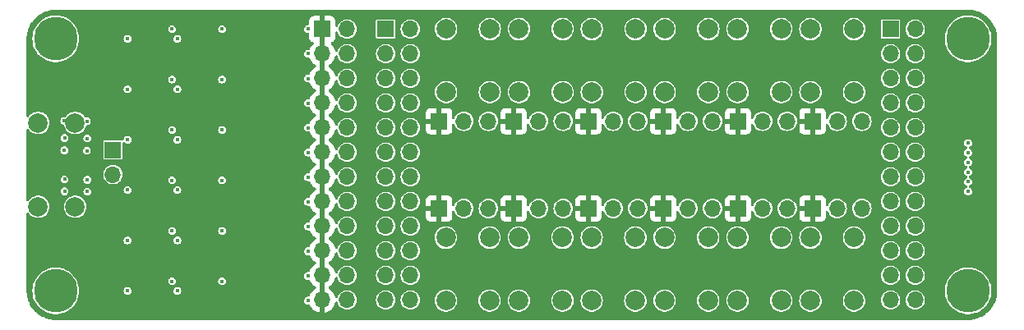
<source format=gbr>
%TF.GenerationSoftware,KiCad,Pcbnew,7.0.6*%
%TF.CreationDate,2023-08-04T15:36:23+02:00*%
%TF.ProjectId,Debug_BreakBoard,44656275-675f-4427-9265-616b426f6172,rev?*%
%TF.SameCoordinates,Original*%
%TF.FileFunction,Copper,L3,Inr*%
%TF.FilePolarity,Positive*%
%FSLAX46Y46*%
G04 Gerber Fmt 4.6, Leading zero omitted, Abs format (unit mm)*
G04 Created by KiCad (PCBNEW 7.0.6) date 2023-08-04 15:36:23*
%MOMM*%
%LPD*%
G01*
G04 APERTURE LIST*
%TA.AperFunction,ComponentPad*%
%ADD10R,1.700000X1.700000*%
%TD*%
%TA.AperFunction,ComponentPad*%
%ADD11O,1.700000X1.700000*%
%TD*%
%TA.AperFunction,ComponentPad*%
%ADD12C,4.500000*%
%TD*%
%TA.AperFunction,ComponentPad*%
%ADD13C,2.000000*%
%TD*%
%TA.AperFunction,ComponentPad*%
%ADD14C,2.010000*%
%TD*%
%TA.AperFunction,ViaPad*%
%ADD15C,0.450000*%
%TD*%
G04 APERTURE END LIST*
D10*
%TO.N,VDD*%
%TO.C,J16*%
X177975000Y-58500000D03*
D11*
%TO.N,Net-(J16-Pin_2)*%
X180515000Y-58500000D03*
%TO.N,GND*%
X183055000Y-58500000D03*
%TD*%
D10*
%TO.N,VDD*%
%TO.C,J15*%
X170280000Y-58500000D03*
D11*
%TO.N,Net-(J15-Pin_2)*%
X172820000Y-58500000D03*
%TO.N,GND*%
X175360000Y-58500000D03*
%TD*%
D10*
%TO.N,VDD*%
%TO.C,J14*%
X162585000Y-58500000D03*
D11*
%TO.N,Net-(J14-Pin_2)*%
X165125000Y-58500000D03*
%TO.N,GND*%
X167665000Y-58500000D03*
%TD*%
D10*
%TO.N,VDD*%
%TO.C,J13*%
X154890000Y-58500000D03*
D11*
%TO.N,Net-(J13-Pin_2)*%
X157430000Y-58500000D03*
%TO.N,GND*%
X159970000Y-58500000D03*
%TD*%
D10*
%TO.N,VDD*%
%TO.C,J12*%
X147195000Y-58500000D03*
D11*
%TO.N,Net-(J12-Pin_2)*%
X149735000Y-58500000D03*
%TO.N,GND*%
X152275000Y-58500000D03*
%TD*%
%TO.N,GND*%
%TO.C,J11*%
X144580000Y-58500000D03*
%TO.N,Net-(J11-Pin_2)*%
X142040000Y-58500000D03*
D10*
%TO.N,VDD*%
X139500000Y-58500000D03*
%TD*%
%TO.N,VDD*%
%TO.C,J10*%
X177975000Y-67500000D03*
D11*
%TO.N,Net-(J10-Pin_2)*%
X180515000Y-67500000D03*
%TO.N,GND*%
X183055000Y-67500000D03*
%TD*%
D10*
%TO.N,VDD*%
%TO.C,J9*%
X170280000Y-67500000D03*
D11*
%TO.N,Net-(J9-Pin_2)*%
X172820000Y-67500000D03*
%TO.N,GND*%
X175360000Y-67500000D03*
%TD*%
D10*
%TO.N,GND*%
%TO.C,J8*%
X134000000Y-49000000D03*
D11*
%TO.N,/1*%
X136540000Y-49000000D03*
%TO.N,GND*%
X134000000Y-51540000D03*
%TO.N,/2*%
X136540000Y-51540000D03*
%TO.N,GND*%
X134000000Y-54080000D03*
%TO.N,/3*%
X136540000Y-54080000D03*
%TO.N,GND*%
X134000000Y-56620000D03*
%TO.N,/4*%
X136540000Y-56620000D03*
%TO.N,GND*%
X134000000Y-59160000D03*
%TO.N,/5*%
X136540000Y-59160000D03*
%TO.N,GND*%
X134000000Y-61700000D03*
%TO.N,/6*%
X136540000Y-61700000D03*
%TO.N,GND*%
X134000000Y-64240000D03*
%TO.N,/7*%
X136540000Y-64240000D03*
%TO.N,GND*%
X134000000Y-66780000D03*
%TO.N,/8*%
X136540000Y-66780000D03*
%TO.N,GND*%
X134000000Y-69320000D03*
%TO.N,/9*%
X136540000Y-69320000D03*
%TO.N,GND*%
X134000000Y-71860000D03*
%TO.N,/10*%
X136540000Y-71860000D03*
%TO.N,GND*%
X134000000Y-74400000D03*
%TO.N,/11*%
X136540000Y-74400000D03*
%TO.N,GND*%
X134000000Y-76940000D03*
%TO.N,/12*%
X136540000Y-76940000D03*
%TD*%
D10*
%TO.N,VDD*%
%TO.C,J7*%
X162585000Y-67500000D03*
D11*
%TO.N,Net-(J7-Pin_2)*%
X165125000Y-67500000D03*
%TO.N,GND*%
X167665000Y-67500000D03*
%TD*%
D10*
%TO.N,VDD*%
%TO.C,J6*%
X154890000Y-67500000D03*
D11*
%TO.N,Net-(J6-Pin_2)*%
X157430000Y-67500000D03*
%TO.N,GND*%
X159970000Y-67500000D03*
%TD*%
D10*
%TO.N,VDD*%
%TO.C,J5*%
X147195000Y-67500000D03*
D11*
%TO.N,Net-(J5-Pin_2)*%
X149735000Y-67500000D03*
%TO.N,GND*%
X152275000Y-67500000D03*
%TD*%
D10*
%TO.N,VDD*%
%TO.C,J4*%
X127470000Y-49000000D03*
D11*
%TO.N,/1*%
X130010000Y-49000000D03*
%TO.N,VDD*%
X127470000Y-51540000D03*
%TO.N,/2*%
X130010000Y-51540000D03*
%TO.N,VDD*%
X127470000Y-54080000D03*
%TO.N,/3*%
X130010000Y-54080000D03*
%TO.N,VDD*%
X127470000Y-56620000D03*
%TO.N,/4*%
X130010000Y-56620000D03*
%TO.N,VDD*%
X127470000Y-59160000D03*
%TO.N,/5*%
X130010000Y-59160000D03*
%TO.N,VDD*%
X127470000Y-61700000D03*
%TO.N,/6*%
X130010000Y-61700000D03*
%TO.N,VDD*%
X127470000Y-64240000D03*
%TO.N,/7*%
X130010000Y-64240000D03*
%TO.N,VDD*%
X127470000Y-66780000D03*
%TO.N,/8*%
X130010000Y-66780000D03*
%TO.N,VDD*%
X127470000Y-69320000D03*
%TO.N,/9*%
X130010000Y-69320000D03*
%TO.N,VDD*%
X127470000Y-71860000D03*
%TO.N,/10*%
X130010000Y-71860000D03*
%TO.N,VDD*%
X127470000Y-74400000D03*
%TO.N,/11*%
X130010000Y-74400000D03*
%TO.N,VDD*%
X127470000Y-76940000D03*
%TO.N,/12*%
X130010000Y-76940000D03*
%TD*%
%TO.N,GND*%
%TO.C,J3*%
X144580000Y-67500000D03*
%TO.N,Net-(J3-Pin_2)*%
X142040000Y-67500000D03*
D10*
%TO.N,VDD*%
X139500000Y-67500000D03*
%TD*%
%TO.N,/1*%
%TO.C,J2*%
X186000000Y-49000000D03*
D11*
X188540000Y-49000000D03*
%TO.N,/2*%
X186000000Y-51540000D03*
X188540000Y-51540000D03*
%TO.N,/3*%
X186000000Y-54080000D03*
X188540000Y-54080000D03*
%TO.N,/4*%
X186000000Y-56620000D03*
X188540000Y-56620000D03*
%TO.N,/5*%
X186000000Y-59160000D03*
X188540000Y-59160000D03*
%TO.N,/6*%
X186000000Y-61700000D03*
X188540000Y-61700000D03*
%TO.N,/7*%
X186000000Y-64240000D03*
X188540000Y-64240000D03*
%TO.N,/8*%
X186000000Y-66780000D03*
X188540000Y-66780000D03*
%TO.N,/9*%
X186000000Y-69320000D03*
X188540000Y-69320000D03*
%TO.N,/10*%
X186000000Y-71860000D03*
X188540000Y-71860000D03*
%TO.N,/11*%
X186000000Y-74400000D03*
X188540000Y-74400000D03*
%TO.N,/12*%
X186000000Y-76940000D03*
X188540000Y-76940000D03*
%TD*%
D12*
%TO.N,unconnected-(H2-Pad1)*%
%TO.C,H2*%
X100000000Y-76000000D03*
%TD*%
D13*
%TO.N,Net-(J12-Pin_2)*%
%TO.C,SW8*%
X147726000Y-55500000D03*
X147726000Y-49000000D03*
%TO.N,/2*%
X152226000Y-55500000D03*
X152226000Y-49000000D03*
%TD*%
D12*
%TO.N,unconnected-(H1-Pad1)*%
%TO.C,H1*%
X100000000Y-50000000D03*
%TD*%
D13*
%TO.N,Net-(J7-Pin_2)*%
%TO.C,SW4*%
X162730000Y-77000000D03*
X162730000Y-70500000D03*
%TO.N,/10*%
X167230000Y-77000000D03*
X167230000Y-70500000D03*
%TD*%
%TO.N,Net-(J9-Pin_2)*%
%TO.C,SW5*%
X170240000Y-77000000D03*
X170240000Y-70500000D03*
%TO.N,/11*%
X174740000Y-77000000D03*
X174740000Y-70500000D03*
%TD*%
%TO.N,Net-(J11-Pin_2)*%
%TO.C,SW7*%
X140220000Y-55500000D03*
X140220000Y-49000000D03*
%TO.N,/1*%
X144720000Y-55500000D03*
X144720000Y-49000000D03*
%TD*%
%TO.N,Net-(J10-Pin_2)*%
%TO.C,SW6*%
X177750000Y-77000000D03*
X177750000Y-70500000D03*
%TO.N,/12*%
X182250000Y-77000000D03*
X182250000Y-70500000D03*
%TD*%
D10*
%TO.N,P5V0*%
%TO.C,J17*%
X105900000Y-61460000D03*
D11*
%TO.N,GND*%
X105900000Y-64000000D03*
%TD*%
D13*
%TO.N,Net-(J6-Pin_2)*%
%TO.C,SW3*%
X155220000Y-77000000D03*
X155220000Y-70500000D03*
%TO.N,/9*%
X159720000Y-77000000D03*
X159720000Y-70500000D03*
%TD*%
%TO.N,Net-(J14-Pin_2)*%
%TO.C,SW10*%
X162738000Y-55500000D03*
X162738000Y-49000000D03*
%TO.N,/4*%
X167238000Y-55500000D03*
X167238000Y-49000000D03*
%TD*%
D12*
%TO.N,unconnected-(H4-Pad1)*%
%TO.C,H4*%
X194000000Y-76000000D03*
%TD*%
D13*
%TO.N,Net-(J16-Pin_2)*%
%TO.C,SW12*%
X177750000Y-55500000D03*
X177750000Y-49000000D03*
%TO.N,/6*%
X182250000Y-55500000D03*
X182250000Y-49000000D03*
%TD*%
D12*
%TO.N,unconnected-(H3-Pad1)*%
%TO.C,H3*%
X194000000Y-50000000D03*
%TD*%
D13*
%TO.N,Net-(J3-Pin_2)*%
%TO.C,SW1*%
X140200000Y-77000000D03*
X140200000Y-70500000D03*
%TO.N,/7*%
X144700000Y-77000000D03*
X144700000Y-70500000D03*
%TD*%
%TO.N,Net-(J5-Pin_2)*%
%TO.C,SW2*%
X147710000Y-77000000D03*
X147710000Y-70500000D03*
%TO.N,/8*%
X152210000Y-77000000D03*
X152210000Y-70500000D03*
%TD*%
D14*
%TO.N,GND*%
%TO.C,P1*%
X102000000Y-58680000D03*
X98200000Y-58680000D03*
X102000000Y-67320000D03*
X98200000Y-67320000D03*
%TD*%
D13*
%TO.N,Net-(J15-Pin_2)*%
%TO.C,SW11*%
X170244000Y-55500000D03*
X170244000Y-49000000D03*
%TO.N,/5*%
X174744000Y-55500000D03*
X174744000Y-49000000D03*
%TD*%
%TO.N,Net-(J13-Pin_2)*%
%TO.C,SW9*%
X155232000Y-55500000D03*
X155232000Y-49000000D03*
%TO.N,/3*%
X159732000Y-55500000D03*
X159732000Y-49000000D03*
%TD*%
D15*
%TO.N,GND*%
X112537955Y-50000824D03*
X112537955Y-55200824D03*
X112537955Y-60400824D03*
X112537955Y-65600824D03*
X112537955Y-70800824D03*
X112537955Y-76000824D03*
X107400455Y-76000824D03*
X107400455Y-70800824D03*
X107400455Y-65600824D03*
X107400455Y-60400824D03*
X107400455Y-55200824D03*
X107400455Y-50000824D03*
X100917039Y-65729545D03*
X103242961Y-65770455D03*
X100917039Y-60229545D03*
X103242961Y-60270455D03*
%TO.N,P5V0*%
X100917039Y-64499545D03*
X103242961Y-64540455D03*
X117137500Y-49000000D03*
%TO.N,GND*%
X103214214Y-58500455D03*
%TO.N,P5V0*%
X112000000Y-64600000D03*
X112000000Y-75000000D03*
X117137500Y-59400000D03*
X112000000Y-54200000D03*
X112000000Y-69800000D03*
X117137500Y-64600000D03*
X103214214Y-61540455D03*
X117137500Y-54200000D03*
X112000000Y-59400000D03*
X117137500Y-69800000D03*
%TO.N,GND*%
X100880306Y-58476932D03*
%TO.N,P5V0*%
X117137500Y-75000000D03*
X112000000Y-49000000D03*
X100888292Y-61499545D03*
%TO.N,GND*%
X126000455Y-69364232D03*
X126000455Y-49000000D03*
X126000455Y-51545529D03*
X126000455Y-64273174D03*
X126000455Y-71909761D03*
X126000455Y-74455290D03*
X126000455Y-66818703D03*
X126000455Y-77000824D03*
X126000455Y-59182116D03*
X126000455Y-54091058D03*
X126000455Y-56636587D03*
X126000455Y-61727645D03*
%TO.N,/2*%
X194000000Y-60750000D03*
%TO.N,/4*%
X194000000Y-61750000D03*
%TO.N,/6*%
X194000000Y-62750000D03*
%TO.N,/8*%
X194000000Y-63750000D03*
%TO.N,/10*%
X194000000Y-64750000D03*
%TO.N,/12*%
X194000000Y-65750000D03*
%TD*%
%TA.AperFunction,Conductor*%
%TO.N,VDD*%
G36*
X127719999Y-76504498D02*
G01*
X127612315Y-76455320D01*
X127505763Y-76440000D01*
X127434237Y-76440000D01*
X127327685Y-76455320D01*
X127220000Y-76504498D01*
X127220000Y-74835501D01*
X127327685Y-74884680D01*
X127434237Y-74900000D01*
X127505763Y-74900000D01*
X127612315Y-74884680D01*
X127719999Y-74835501D01*
X127719999Y-76504498D01*
G37*
%TD.AperFunction*%
%TA.AperFunction,Conductor*%
G36*
X127719999Y-73964498D02*
G01*
X127612315Y-73915320D01*
X127505763Y-73900000D01*
X127434237Y-73900000D01*
X127327685Y-73915320D01*
X127220000Y-73964498D01*
X127220000Y-72295501D01*
X127327685Y-72344680D01*
X127434237Y-72360000D01*
X127505763Y-72360000D01*
X127612315Y-72344680D01*
X127719999Y-72295501D01*
X127719999Y-73964498D01*
G37*
%TD.AperFunction*%
%TA.AperFunction,Conductor*%
G36*
X127719999Y-71424498D02*
G01*
X127612315Y-71375320D01*
X127505763Y-71360000D01*
X127434237Y-71360000D01*
X127327685Y-71375320D01*
X127220000Y-71424498D01*
X127220000Y-69755501D01*
X127327685Y-69804680D01*
X127434237Y-69820000D01*
X127505763Y-69820000D01*
X127612315Y-69804680D01*
X127719999Y-69755501D01*
X127719999Y-71424498D01*
G37*
%TD.AperFunction*%
%TA.AperFunction,Conductor*%
G36*
X127719999Y-68884498D02*
G01*
X127612315Y-68835320D01*
X127505763Y-68820000D01*
X127434237Y-68820000D01*
X127327685Y-68835320D01*
X127220000Y-68884498D01*
X127220000Y-67215501D01*
X127327685Y-67264680D01*
X127434237Y-67280000D01*
X127505763Y-67280000D01*
X127612315Y-67264680D01*
X127719999Y-67215501D01*
X127719999Y-68884498D01*
G37*
%TD.AperFunction*%
%TA.AperFunction,Conductor*%
G36*
X127719999Y-66344498D02*
G01*
X127612315Y-66295320D01*
X127505763Y-66280000D01*
X127434237Y-66280000D01*
X127327685Y-66295320D01*
X127220000Y-66344498D01*
X127220000Y-64675501D01*
X127327685Y-64724680D01*
X127434237Y-64740000D01*
X127505763Y-64740000D01*
X127612315Y-64724680D01*
X127719999Y-64675501D01*
X127719999Y-66344498D01*
G37*
%TD.AperFunction*%
%TA.AperFunction,Conductor*%
G36*
X127719999Y-63804498D02*
G01*
X127612315Y-63755320D01*
X127505763Y-63740000D01*
X127434237Y-63740000D01*
X127327685Y-63755320D01*
X127220000Y-63804498D01*
X127220000Y-62135501D01*
X127327685Y-62184680D01*
X127434237Y-62200000D01*
X127505763Y-62200000D01*
X127612315Y-62184680D01*
X127719999Y-62135501D01*
X127719999Y-63804498D01*
G37*
%TD.AperFunction*%
%TA.AperFunction,Conductor*%
G36*
X127719999Y-61264498D02*
G01*
X127612315Y-61215320D01*
X127505763Y-61200000D01*
X127434237Y-61200000D01*
X127327685Y-61215320D01*
X127220000Y-61264498D01*
X127220000Y-59595501D01*
X127327685Y-59644680D01*
X127434237Y-59660000D01*
X127505763Y-59660000D01*
X127612315Y-59644680D01*
X127719999Y-59595501D01*
X127719999Y-61264498D01*
G37*
%TD.AperFunction*%
%TA.AperFunction,Conductor*%
G36*
X127719999Y-58724498D02*
G01*
X127612315Y-58675320D01*
X127505763Y-58660000D01*
X127434237Y-58660000D01*
X127327685Y-58675320D01*
X127220000Y-58724498D01*
X127220000Y-57055501D01*
X127327685Y-57104680D01*
X127434237Y-57120000D01*
X127505763Y-57120000D01*
X127612315Y-57104680D01*
X127719999Y-57055501D01*
X127719999Y-58724498D01*
G37*
%TD.AperFunction*%
%TA.AperFunction,Conductor*%
G36*
X127719999Y-56184498D02*
G01*
X127612315Y-56135320D01*
X127505763Y-56120000D01*
X127434237Y-56120000D01*
X127327685Y-56135320D01*
X127220000Y-56184498D01*
X127220000Y-54515501D01*
X127327685Y-54564680D01*
X127434237Y-54580000D01*
X127505763Y-54580000D01*
X127612315Y-54564680D01*
X127719999Y-54515501D01*
X127719999Y-56184498D01*
G37*
%TD.AperFunction*%
%TA.AperFunction,Conductor*%
G36*
X127719999Y-53644498D02*
G01*
X127612315Y-53595320D01*
X127505763Y-53580000D01*
X127434237Y-53580000D01*
X127327685Y-53595320D01*
X127220000Y-53644498D01*
X127220000Y-51975501D01*
X127327685Y-52024680D01*
X127434237Y-52040000D01*
X127505763Y-52040000D01*
X127612315Y-52024680D01*
X127719999Y-51975501D01*
X127719999Y-53644498D01*
G37*
%TD.AperFunction*%
%TA.AperFunction,Conductor*%
G36*
X127719999Y-51104498D02*
G01*
X127612315Y-51055320D01*
X127505763Y-51040000D01*
X127434237Y-51040000D01*
X127327685Y-51055320D01*
X127220000Y-51104498D01*
X127220000Y-49435501D01*
X127327685Y-49484680D01*
X127434237Y-49500000D01*
X127505763Y-49500000D01*
X127612315Y-49484680D01*
X127719999Y-49435501D01*
X127719999Y-51104498D01*
G37*
%TD.AperFunction*%
%TA.AperFunction,Conductor*%
G36*
X193948142Y-47000509D02*
G01*
X193948146Y-47000511D01*
X193998380Y-47000511D01*
X194001623Y-47000595D01*
X194133349Y-47007499D01*
X194317038Y-47017815D01*
X194323207Y-47018475D01*
X194475567Y-47042606D01*
X194638186Y-47070235D01*
X194643800Y-47071462D01*
X194796731Y-47112439D01*
X194951721Y-47157090D01*
X194956713Y-47158764D01*
X195106161Y-47216130D01*
X195253987Y-47277360D01*
X195258366Y-47279379D01*
X195401897Y-47352509D01*
X195541442Y-47429631D01*
X195545186Y-47431878D01*
X195679728Y-47519248D01*
X195680840Y-47519970D01*
X195810699Y-47612107D01*
X195813836Y-47614486D01*
X195857694Y-47650000D01*
X195938722Y-47715613D01*
X195941004Y-47717555D01*
X196058658Y-47822694D01*
X196061163Y-47825061D01*
X196091209Y-47855105D01*
X196174831Y-47938725D01*
X196177221Y-47941252D01*
X196282383Y-48058924D01*
X196284337Y-48061220D01*
X196385422Y-48186044D01*
X196387804Y-48189184D01*
X196479973Y-48319077D01*
X196568044Y-48454688D01*
X196570311Y-48458466D01*
X196647440Y-48598009D01*
X196666704Y-48635814D01*
X196720271Y-48740938D01*
X196720556Y-48741496D01*
X196722595Y-48745919D01*
X196783826Y-48893731D01*
X196841182Y-49043136D01*
X196842877Y-49048192D01*
X196887537Y-49203189D01*
X196928509Y-49356074D01*
X196929747Y-49361739D01*
X196957373Y-49524307D01*
X196981578Y-49677096D01*
X196982236Y-49683172D01*
X196988327Y-49787066D01*
X196999404Y-49998257D01*
X196999489Y-50001505D01*
X196999489Y-50044915D01*
X197000311Y-50052561D01*
X197000311Y-75998259D01*
X197000226Y-76001498D01*
X196999189Y-76021300D01*
X196993332Y-76133135D01*
X196983014Y-76316993D01*
X196982348Y-76323220D01*
X196958219Y-76475600D01*
X196930591Y-76638238D01*
X196929354Y-76643902D01*
X196888394Y-76796791D01*
X196843713Y-76951901D01*
X196842017Y-76956958D01*
X196784672Y-77106361D01*
X196776487Y-77126125D01*
X196723418Y-77254254D01*
X196721379Y-77258676D01*
X196648253Y-77402209D01*
X196571097Y-77541819D01*
X196568831Y-77545597D01*
X196480743Y-77681249D01*
X196388546Y-77811195D01*
X196386163Y-77814337D01*
X196285051Y-77939204D01*
X196283098Y-77941500D01*
X196177901Y-78059222D01*
X196175511Y-78061750D01*
X196061837Y-78175427D01*
X196059310Y-78177817D01*
X195941611Y-78283003D01*
X195939315Y-78284957D01*
X195814420Y-78386099D01*
X195811279Y-78388482D01*
X195681359Y-78480668D01*
X195545697Y-78568770D01*
X195541919Y-78571037D01*
X195402332Y-78648186D01*
X195258788Y-78721329D01*
X195254365Y-78723368D01*
X195106508Y-78784614D01*
X194957057Y-78841984D01*
X194952000Y-78843679D01*
X194796894Y-78888366D01*
X194644030Y-78929325D01*
X194638366Y-78930562D01*
X194475712Y-78958201D01*
X194323337Y-78982335D01*
X194317111Y-78983001D01*
X194133356Y-78993321D01*
X194001621Y-79000226D01*
X193998376Y-79000311D01*
X100002080Y-79000322D01*
X99998834Y-79000237D01*
X99862087Y-78993069D01*
X99683761Y-78983075D01*
X99677526Y-78982409D01*
X99520868Y-78957595D01*
X99362532Y-78930689D01*
X99356875Y-78929453D01*
X99258218Y-78903017D01*
X99201390Y-78887789D01*
X99111531Y-78861899D01*
X99048883Y-78843849D01*
X99043830Y-78842155D01*
X98892597Y-78784099D01*
X98746491Y-78723576D01*
X98742070Y-78721538D01*
X98680235Y-78690031D01*
X98597239Y-78647742D01*
X98458887Y-78571273D01*
X98455123Y-78569014D01*
X98318533Y-78480310D01*
X98189471Y-78388730D01*
X98186331Y-78386349D01*
X98060790Y-78284686D01*
X98058493Y-78282731D01*
X97941361Y-78178050D01*
X97938851Y-78175676D01*
X97824759Y-78061583D01*
X97822390Y-78059079D01*
X97717486Y-77941684D01*
X97715533Y-77939389D01*
X97614219Y-77814273D01*
X97611837Y-77811132D01*
X97519720Y-77681299D01*
X97431626Y-77545644D01*
X97429379Y-77541901D01*
X97352077Y-77402024D01*
X97279118Y-77258831D01*
X97277098Y-77254449D01*
X97215511Y-77105750D01*
X97158496Y-76957217D01*
X97156800Y-76952159D01*
X97134724Y-76875523D01*
X97111633Y-76795363D01*
X97071145Y-76644260D01*
X97069912Y-76638615D01*
X97041646Y-76472222D01*
X97018114Y-76323641D01*
X97017455Y-76317486D01*
X97006345Y-76119546D01*
X97000215Y-76002575D01*
X97000148Y-76000005D01*
X97592349Y-76000005D01*
X97611332Y-76301751D01*
X97626282Y-76380118D01*
X97667990Y-76598758D01*
X97682658Y-76643902D01*
X97761420Y-76886308D01*
X97761421Y-76886309D01*
X97761423Y-76886315D01*
X97890159Y-77159895D01*
X97890163Y-77159902D01*
X97890164Y-77159903D01*
X98052165Y-77415177D01*
X98052168Y-77415181D01*
X98052169Y-77415182D01*
X98072700Y-77440000D01*
X98244903Y-77648157D01*
X98465303Y-77855125D01*
X98465313Y-77855133D01*
X98709904Y-78032839D01*
X98709922Y-78032851D01*
X98974872Y-78178508D01*
X98974880Y-78178512D01*
X99207559Y-78270635D01*
X99255995Y-78289812D01*
X99548851Y-78365005D01*
X99611780Y-78372954D01*
X99848810Y-78402899D01*
X99848819Y-78402899D01*
X99848822Y-78402900D01*
X99848824Y-78402900D01*
X100151176Y-78402900D01*
X100151178Y-78402900D01*
X100151181Y-78402899D01*
X100151189Y-78402899D01*
X100330182Y-78380286D01*
X100451149Y-78365005D01*
X100744005Y-78289812D01*
X100896016Y-78229627D01*
X101025119Y-78178512D01*
X101025123Y-78178509D01*
X101025128Y-78178508D01*
X101237510Y-78061750D01*
X101290077Y-78032851D01*
X101290078Y-78032850D01*
X101290084Y-78032847D01*
X101534695Y-77855127D01*
X101755102Y-77648151D01*
X101947831Y-77415182D01*
X102109841Y-77159895D01*
X102184692Y-77000827D01*
X125594963Y-77000827D01*
X125614807Y-77126124D01*
X125614807Y-77126125D01*
X125614809Y-77126128D01*
X125672405Y-77239166D01*
X125672407Y-77239168D01*
X125672409Y-77239171D01*
X125762107Y-77328869D01*
X125762109Y-77328870D01*
X125762113Y-77328874D01*
X125875151Y-77386470D01*
X125875152Y-77386470D01*
X125875154Y-77386471D01*
X126000452Y-77406316D01*
X126000455Y-77406316D01*
X126000457Y-77406316D01*
X126062212Y-77396534D01*
X126092017Y-77391814D01*
X126161310Y-77400768D01*
X126214762Y-77445764D01*
X126223797Y-77461882D01*
X126296399Y-77617578D01*
X126431894Y-77811082D01*
X126598917Y-77978105D01*
X126792421Y-78113600D01*
X127006507Y-78213429D01*
X127006516Y-78213433D01*
X127219998Y-78270635D01*
X127219999Y-78270634D01*
X127219999Y-77375501D01*
X127327685Y-77424680D01*
X127434237Y-77440000D01*
X127505763Y-77440000D01*
X127612315Y-77424680D01*
X127719999Y-77375501D01*
X127719999Y-78270633D01*
X127933483Y-78213433D01*
X127933492Y-78213429D01*
X128147578Y-78113600D01*
X128341082Y-77978105D01*
X128508105Y-77811082D01*
X128643600Y-77617578D01*
X128743429Y-77403492D01*
X128743433Y-77403483D01*
X128799488Y-77194281D01*
X128835853Y-77134620D01*
X128898700Y-77104091D01*
X128968075Y-77112386D01*
X129021953Y-77156871D01*
X129037923Y-77190378D01*
X129078956Y-77325645D01*
X129078958Y-77325650D01*
X129140079Y-77440000D01*
X129172086Y-77499881D01*
X129297410Y-77652589D01*
X129450118Y-77777913D01*
X129450122Y-77777916D01*
X129624350Y-77871042D01*
X129813397Y-77928389D01*
X130010000Y-77947753D01*
X130206603Y-77928389D01*
X130395650Y-77871042D01*
X130569878Y-77777916D01*
X130722589Y-77652589D01*
X130847916Y-77499878D01*
X130941042Y-77325650D01*
X130998389Y-77136603D01*
X131017753Y-76940000D01*
X132992247Y-76940000D01*
X133011610Y-77136599D01*
X133011610Y-77136601D01*
X133011611Y-77136603D01*
X133068958Y-77325650D01*
X133130079Y-77440000D01*
X133162086Y-77499881D01*
X133287410Y-77652589D01*
X133440118Y-77777913D01*
X133440122Y-77777916D01*
X133614350Y-77871042D01*
X133803397Y-77928389D01*
X134000000Y-77947753D01*
X134196603Y-77928389D01*
X134385650Y-77871042D01*
X134559878Y-77777916D01*
X134712589Y-77652589D01*
X134837916Y-77499878D01*
X134931042Y-77325650D01*
X134988389Y-77136603D01*
X135007753Y-76940000D01*
X135532247Y-76940000D01*
X135551610Y-77136599D01*
X135551610Y-77136601D01*
X135551611Y-77136603D01*
X135608958Y-77325650D01*
X135670079Y-77440000D01*
X135702086Y-77499881D01*
X135827410Y-77652589D01*
X135980118Y-77777913D01*
X135980122Y-77777916D01*
X136154350Y-77871042D01*
X136343397Y-77928389D01*
X136540000Y-77947753D01*
X136736603Y-77928389D01*
X136925650Y-77871042D01*
X137099878Y-77777916D01*
X137252589Y-77652589D01*
X137377916Y-77499878D01*
X137471042Y-77325650D01*
X137528389Y-77136603D01*
X137541843Y-77000000D01*
X139042161Y-77000000D01*
X139061874Y-77212751D01*
X139061875Y-77212754D01*
X139120344Y-77418255D01*
X139120347Y-77418261D01*
X139215584Y-77609524D01*
X139215585Y-77609524D01*
X139344347Y-77780031D01*
X139502246Y-77923975D01*
X139683907Y-78036455D01*
X139883142Y-78113639D01*
X140093168Y-78152900D01*
X140093170Y-78152900D01*
X140306830Y-78152900D01*
X140306832Y-78152900D01*
X140516858Y-78113639D01*
X140716093Y-78036455D01*
X140897754Y-77923975D01*
X141055653Y-77780031D01*
X141184415Y-77609524D01*
X141279653Y-77418260D01*
X141279653Y-77418257D01*
X141279655Y-77418255D01*
X141313134Y-77300583D01*
X141338125Y-77212752D01*
X141357839Y-77000000D01*
X143542161Y-77000000D01*
X143561874Y-77212751D01*
X143561875Y-77212754D01*
X143620344Y-77418255D01*
X143620347Y-77418261D01*
X143715584Y-77609524D01*
X143715585Y-77609524D01*
X143844347Y-77780031D01*
X144002246Y-77923975D01*
X144183907Y-78036455D01*
X144383142Y-78113639D01*
X144593168Y-78152900D01*
X144593170Y-78152900D01*
X144806830Y-78152900D01*
X144806832Y-78152900D01*
X145016858Y-78113639D01*
X145216093Y-78036455D01*
X145397754Y-77923975D01*
X145555653Y-77780031D01*
X145684415Y-77609524D01*
X145779653Y-77418260D01*
X145779653Y-77418257D01*
X145779655Y-77418255D01*
X145813134Y-77300583D01*
X145838125Y-77212752D01*
X145857839Y-77000000D01*
X146552161Y-77000000D01*
X146571874Y-77212751D01*
X146571875Y-77212754D01*
X146630344Y-77418255D01*
X146630347Y-77418261D01*
X146725584Y-77609524D01*
X146725585Y-77609524D01*
X146854347Y-77780031D01*
X147012246Y-77923975D01*
X147193907Y-78036455D01*
X147393142Y-78113639D01*
X147603168Y-78152900D01*
X147603170Y-78152900D01*
X147816830Y-78152900D01*
X147816832Y-78152900D01*
X148026858Y-78113639D01*
X148226093Y-78036455D01*
X148407754Y-77923975D01*
X148565653Y-77780031D01*
X148694415Y-77609524D01*
X148789653Y-77418260D01*
X148789653Y-77418257D01*
X148789655Y-77418255D01*
X148823134Y-77300583D01*
X148848125Y-77212752D01*
X148867839Y-77000000D01*
X151052161Y-77000000D01*
X151071874Y-77212751D01*
X151071875Y-77212754D01*
X151130344Y-77418255D01*
X151130347Y-77418261D01*
X151225584Y-77609524D01*
X151225585Y-77609524D01*
X151354347Y-77780031D01*
X151512246Y-77923975D01*
X151693907Y-78036455D01*
X151893142Y-78113639D01*
X152103168Y-78152900D01*
X152103170Y-78152900D01*
X152316830Y-78152900D01*
X152316832Y-78152900D01*
X152526858Y-78113639D01*
X152726093Y-78036455D01*
X152907754Y-77923975D01*
X153065653Y-77780031D01*
X153194415Y-77609524D01*
X153289653Y-77418260D01*
X153289653Y-77418257D01*
X153289655Y-77418255D01*
X153323134Y-77300583D01*
X153348125Y-77212752D01*
X153367839Y-77000000D01*
X154062161Y-77000000D01*
X154081874Y-77212751D01*
X154081875Y-77212754D01*
X154140344Y-77418255D01*
X154140347Y-77418261D01*
X154235584Y-77609524D01*
X154235585Y-77609524D01*
X154364347Y-77780031D01*
X154522246Y-77923975D01*
X154703907Y-78036455D01*
X154903142Y-78113639D01*
X155113168Y-78152900D01*
X155113170Y-78152900D01*
X155326830Y-78152900D01*
X155326832Y-78152900D01*
X155536858Y-78113639D01*
X155736093Y-78036455D01*
X155917754Y-77923975D01*
X156075653Y-77780031D01*
X156204415Y-77609524D01*
X156299653Y-77418260D01*
X156299653Y-77418257D01*
X156299655Y-77418255D01*
X156333134Y-77300583D01*
X156358125Y-77212752D01*
X156377839Y-77000000D01*
X158562161Y-77000000D01*
X158581874Y-77212751D01*
X158581875Y-77212754D01*
X158640344Y-77418255D01*
X158640347Y-77418261D01*
X158735584Y-77609524D01*
X158735585Y-77609524D01*
X158864347Y-77780031D01*
X159022246Y-77923975D01*
X159203907Y-78036455D01*
X159403142Y-78113639D01*
X159613168Y-78152900D01*
X159613170Y-78152900D01*
X159826830Y-78152900D01*
X159826832Y-78152900D01*
X160036858Y-78113639D01*
X160236093Y-78036455D01*
X160417754Y-77923975D01*
X160575653Y-77780031D01*
X160704415Y-77609524D01*
X160799653Y-77418260D01*
X160799653Y-77418257D01*
X160799655Y-77418255D01*
X160833134Y-77300583D01*
X160858125Y-77212752D01*
X160877839Y-77000000D01*
X161572161Y-77000000D01*
X161591874Y-77212751D01*
X161591875Y-77212754D01*
X161650344Y-77418255D01*
X161650347Y-77418261D01*
X161745584Y-77609524D01*
X161745585Y-77609524D01*
X161874347Y-77780031D01*
X162032246Y-77923975D01*
X162213907Y-78036455D01*
X162413142Y-78113639D01*
X162623168Y-78152900D01*
X162623170Y-78152900D01*
X162836830Y-78152900D01*
X162836832Y-78152900D01*
X163046858Y-78113639D01*
X163246093Y-78036455D01*
X163427754Y-77923975D01*
X163585653Y-77780031D01*
X163714415Y-77609524D01*
X163809653Y-77418260D01*
X163809653Y-77418257D01*
X163809655Y-77418255D01*
X163843134Y-77300583D01*
X163868125Y-77212752D01*
X163887839Y-77000000D01*
X166072161Y-77000000D01*
X166091874Y-77212751D01*
X166091875Y-77212754D01*
X166150344Y-77418255D01*
X166150347Y-77418261D01*
X166245585Y-77609523D01*
X166245585Y-77609524D01*
X166374347Y-77780031D01*
X166532246Y-77923975D01*
X166713907Y-78036455D01*
X166913142Y-78113639D01*
X167123168Y-78152900D01*
X167123170Y-78152900D01*
X167336830Y-78152900D01*
X167336832Y-78152900D01*
X167546858Y-78113639D01*
X167746093Y-78036455D01*
X167927754Y-77923975D01*
X168085653Y-77780031D01*
X168214415Y-77609524D01*
X168309653Y-77418260D01*
X168309653Y-77418257D01*
X168309655Y-77418255D01*
X168343134Y-77300583D01*
X168368125Y-77212752D01*
X168387839Y-77000000D01*
X169082161Y-77000000D01*
X169101874Y-77212751D01*
X169101875Y-77212754D01*
X169160344Y-77418255D01*
X169160347Y-77418261D01*
X169255585Y-77609524D01*
X169384347Y-77780031D01*
X169542246Y-77923975D01*
X169723907Y-78036455D01*
X169923142Y-78113639D01*
X170133168Y-78152900D01*
X170133170Y-78152900D01*
X170346830Y-78152900D01*
X170346832Y-78152900D01*
X170556858Y-78113639D01*
X170756093Y-78036455D01*
X170937754Y-77923975D01*
X171095653Y-77780031D01*
X171224415Y-77609524D01*
X171319653Y-77418260D01*
X171319653Y-77418257D01*
X171319655Y-77418255D01*
X171353134Y-77300583D01*
X171378125Y-77212752D01*
X171397839Y-77000000D01*
X173582161Y-77000000D01*
X173601874Y-77212751D01*
X173601875Y-77212754D01*
X173660344Y-77418255D01*
X173660347Y-77418261D01*
X173755585Y-77609524D01*
X173884347Y-77780031D01*
X174042246Y-77923975D01*
X174223907Y-78036455D01*
X174423142Y-78113639D01*
X174633168Y-78152900D01*
X174633170Y-78152900D01*
X174846830Y-78152900D01*
X174846832Y-78152900D01*
X175056858Y-78113639D01*
X175256093Y-78036455D01*
X175437754Y-77923975D01*
X175595653Y-77780031D01*
X175724415Y-77609524D01*
X175819653Y-77418260D01*
X175819653Y-77418257D01*
X175819655Y-77418255D01*
X175853134Y-77300583D01*
X175878125Y-77212752D01*
X175897839Y-77000000D01*
X176592161Y-77000000D01*
X176611874Y-77212751D01*
X176611875Y-77212754D01*
X176670344Y-77418255D01*
X176670347Y-77418261D01*
X176765585Y-77609523D01*
X176765585Y-77609524D01*
X176894347Y-77780031D01*
X177052246Y-77923975D01*
X177233907Y-78036455D01*
X177433142Y-78113639D01*
X177643168Y-78152900D01*
X177643170Y-78152900D01*
X177856830Y-78152900D01*
X177856832Y-78152900D01*
X178066858Y-78113639D01*
X178266093Y-78036455D01*
X178447754Y-77923975D01*
X178605653Y-77780031D01*
X178734415Y-77609524D01*
X178829653Y-77418260D01*
X178829653Y-77418257D01*
X178829655Y-77418255D01*
X178863134Y-77300583D01*
X178888125Y-77212752D01*
X178907839Y-77000000D01*
X181092161Y-77000000D01*
X181111874Y-77212751D01*
X181111875Y-77212754D01*
X181170344Y-77418255D01*
X181170347Y-77418261D01*
X181265584Y-77609523D01*
X181265585Y-77609524D01*
X181394347Y-77780031D01*
X181552246Y-77923975D01*
X181733907Y-78036455D01*
X181933142Y-78113639D01*
X182143168Y-78152900D01*
X182143170Y-78152900D01*
X182356830Y-78152900D01*
X182356832Y-78152900D01*
X182566858Y-78113639D01*
X182766093Y-78036455D01*
X182947754Y-77923975D01*
X183105653Y-77780031D01*
X183234415Y-77609524D01*
X183329653Y-77418260D01*
X183329653Y-77418257D01*
X183329655Y-77418255D01*
X183363134Y-77300583D01*
X183388125Y-77212752D01*
X183407839Y-77000000D01*
X183402279Y-76940000D01*
X184992247Y-76940000D01*
X185011610Y-77136599D01*
X185011610Y-77136601D01*
X185011611Y-77136603D01*
X185068958Y-77325650D01*
X185130079Y-77440000D01*
X185162086Y-77499881D01*
X185287410Y-77652589D01*
X185440118Y-77777913D01*
X185440122Y-77777916D01*
X185614350Y-77871042D01*
X185803397Y-77928389D01*
X186000000Y-77947753D01*
X186196603Y-77928389D01*
X186385650Y-77871042D01*
X186559878Y-77777916D01*
X186712589Y-77652589D01*
X186837916Y-77499878D01*
X186931042Y-77325650D01*
X186988389Y-77136603D01*
X187007753Y-76940000D01*
X187532247Y-76940000D01*
X187551610Y-77136599D01*
X187551610Y-77136601D01*
X187551611Y-77136603D01*
X187608958Y-77325650D01*
X187670079Y-77440000D01*
X187702086Y-77499881D01*
X187827410Y-77652589D01*
X187980118Y-77777913D01*
X187980122Y-77777916D01*
X188154350Y-77871042D01*
X188343397Y-77928389D01*
X188540000Y-77947753D01*
X188736603Y-77928389D01*
X188925650Y-77871042D01*
X189099878Y-77777916D01*
X189252589Y-77652589D01*
X189377916Y-77499878D01*
X189471042Y-77325650D01*
X189528389Y-77136603D01*
X189547753Y-76940000D01*
X189528389Y-76743397D01*
X189471042Y-76554350D01*
X189377916Y-76380122D01*
X189335858Y-76328874D01*
X189252589Y-76227410D01*
X189099881Y-76102086D01*
X189099879Y-76102085D01*
X189099878Y-76102084D01*
X188925650Y-76008958D01*
X188896136Y-76000005D01*
X191592349Y-76000005D01*
X191611332Y-76301751D01*
X191626282Y-76380118D01*
X191667990Y-76598758D01*
X191682658Y-76643902D01*
X191761420Y-76886308D01*
X191761421Y-76886309D01*
X191761423Y-76886315D01*
X191890159Y-77159895D01*
X191890163Y-77159902D01*
X191890164Y-77159903D01*
X192052165Y-77415177D01*
X192052168Y-77415181D01*
X192052169Y-77415182D01*
X192072700Y-77440000D01*
X192244903Y-77648157D01*
X192465303Y-77855125D01*
X192465313Y-77855133D01*
X192709904Y-78032839D01*
X192709922Y-78032851D01*
X192974872Y-78178508D01*
X192974880Y-78178512D01*
X193207559Y-78270635D01*
X193255995Y-78289812D01*
X193548851Y-78365005D01*
X193611780Y-78372954D01*
X193848810Y-78402899D01*
X193848819Y-78402899D01*
X193848822Y-78402900D01*
X193848824Y-78402900D01*
X194151176Y-78402900D01*
X194151178Y-78402900D01*
X194151181Y-78402899D01*
X194151189Y-78402899D01*
X194330182Y-78380286D01*
X194451149Y-78365005D01*
X194744005Y-78289812D01*
X194896016Y-78229627D01*
X195025119Y-78178512D01*
X195025123Y-78178509D01*
X195025128Y-78178508D01*
X195237510Y-78061750D01*
X195290077Y-78032851D01*
X195290078Y-78032850D01*
X195290084Y-78032847D01*
X195534695Y-77855127D01*
X195755102Y-77648151D01*
X195947831Y-77415182D01*
X196109841Y-77159895D01*
X196238577Y-76886315D01*
X196332010Y-76598758D01*
X196388666Y-76301759D01*
X196401229Y-76102086D01*
X196407651Y-76000005D01*
X196407651Y-75999994D01*
X196388667Y-75698248D01*
X196387571Y-75692501D01*
X196332010Y-75401242D01*
X196238577Y-75113685D01*
X196109841Y-74840105D01*
X196016890Y-74693637D01*
X195947834Y-74584822D01*
X195944336Y-74580594D01*
X195755102Y-74351849D01*
X195755101Y-74351848D01*
X195755096Y-74351842D01*
X195534696Y-74144874D01*
X195534686Y-74144866D01*
X195290095Y-73967160D01*
X195290077Y-73967148D01*
X195025127Y-73821491D01*
X195025119Y-73821487D01*
X194744009Y-73710189D01*
X194655291Y-73687410D01*
X194451149Y-73634995D01*
X194451146Y-73634994D01*
X194451139Y-73634993D01*
X194151189Y-73597100D01*
X194151178Y-73597100D01*
X193848822Y-73597100D01*
X193848810Y-73597100D01*
X193548860Y-73634993D01*
X193548851Y-73634995D01*
X193255990Y-73710189D01*
X192974880Y-73821487D01*
X192974872Y-73821491D01*
X192709922Y-73967148D01*
X192709904Y-73967160D01*
X192465313Y-74144866D01*
X192465303Y-74144874D01*
X192244903Y-74351842D01*
X192052165Y-74584822D01*
X191890164Y-74840096D01*
X191890161Y-74840100D01*
X191890159Y-74840105D01*
X191778414Y-75077578D01*
X191761421Y-75113690D01*
X191761420Y-75113691D01*
X191690799Y-75331042D01*
X191667990Y-75401242D01*
X191636106Y-75568378D01*
X191611332Y-75698248D01*
X191592349Y-75999994D01*
X191592349Y-76000005D01*
X188896136Y-76000005D01*
X188736603Y-75951611D01*
X188736601Y-75951610D01*
X188736599Y-75951610D01*
X188540000Y-75932247D01*
X188343400Y-75951610D01*
X188154350Y-76008958D01*
X187980118Y-76102086D01*
X187827410Y-76227410D01*
X187702086Y-76380118D01*
X187608958Y-76554350D01*
X187551610Y-76743400D01*
X187532247Y-76940000D01*
X187007753Y-76940000D01*
X186988389Y-76743397D01*
X186931042Y-76554350D01*
X186837916Y-76380122D01*
X186795858Y-76328874D01*
X186712589Y-76227410D01*
X186559881Y-76102086D01*
X186559879Y-76102085D01*
X186559878Y-76102084D01*
X186385650Y-76008958D01*
X186196603Y-75951611D01*
X186196601Y-75951610D01*
X186196599Y-75951610D01*
X186000000Y-75932247D01*
X185803400Y-75951610D01*
X185614350Y-76008958D01*
X185440118Y-76102086D01*
X185287410Y-76227410D01*
X185162086Y-76380118D01*
X185068958Y-76554350D01*
X185011610Y-76743400D01*
X184992247Y-76940000D01*
X183402279Y-76940000D01*
X183388125Y-76787248D01*
X183371881Y-76730156D01*
X183329655Y-76581744D01*
X183329652Y-76581738D01*
X183277259Y-76476519D01*
X183234415Y-76390476D01*
X183105653Y-76219969D01*
X182947754Y-76076025D01*
X182766093Y-75963545D01*
X182766091Y-75963544D01*
X182766087Y-75963542D01*
X182606953Y-75901894D01*
X182566858Y-75886361D01*
X182356832Y-75847100D01*
X182143168Y-75847100D01*
X181933142Y-75886361D01*
X181933139Y-75886361D01*
X181933139Y-75886362D01*
X181733912Y-75963542D01*
X181733908Y-75963544D01*
X181552244Y-76076026D01*
X181394348Y-76219967D01*
X181265585Y-76390475D01*
X181170347Y-76581738D01*
X181170344Y-76581744D01*
X181111875Y-76787245D01*
X181111874Y-76787248D01*
X181092161Y-76999999D01*
X181092161Y-77000000D01*
X178907839Y-77000000D01*
X178888125Y-76787248D01*
X178871881Y-76730156D01*
X178829655Y-76581744D01*
X178829652Y-76581738D01*
X178777259Y-76476519D01*
X178734415Y-76390476D01*
X178605653Y-76219969D01*
X178447754Y-76076025D01*
X178266093Y-75963545D01*
X178266091Y-75963544D01*
X178266087Y-75963542D01*
X178106953Y-75901894D01*
X178066858Y-75886361D01*
X177856832Y-75847100D01*
X177643168Y-75847100D01*
X177433142Y-75886361D01*
X177433139Y-75886361D01*
X177433139Y-75886362D01*
X177233912Y-75963542D01*
X177233908Y-75963544D01*
X177052244Y-76076026D01*
X176894348Y-76219967D01*
X176765585Y-76390475D01*
X176670347Y-76581738D01*
X176670344Y-76581744D01*
X176611875Y-76787245D01*
X176611874Y-76787248D01*
X176592161Y-76999999D01*
X176592161Y-77000000D01*
X175897839Y-77000000D01*
X175878125Y-76787248D01*
X175861881Y-76730156D01*
X175819655Y-76581744D01*
X175819652Y-76581738D01*
X175767259Y-76476519D01*
X175724415Y-76390476D01*
X175595653Y-76219969D01*
X175437754Y-76076025D01*
X175256093Y-75963545D01*
X175256091Y-75963544D01*
X175256087Y-75963542D01*
X175096953Y-75901894D01*
X175056858Y-75886361D01*
X174846832Y-75847100D01*
X174633168Y-75847100D01*
X174423142Y-75886361D01*
X174423139Y-75886361D01*
X174423139Y-75886362D01*
X174223912Y-75963542D01*
X174223908Y-75963544D01*
X174042244Y-76076026D01*
X173884348Y-76219967D01*
X173755585Y-76390475D01*
X173660347Y-76581738D01*
X173660344Y-76581744D01*
X173601875Y-76787245D01*
X173601874Y-76787248D01*
X173582161Y-76999999D01*
X173582161Y-77000000D01*
X171397839Y-77000000D01*
X171378125Y-76787248D01*
X171361881Y-76730156D01*
X171319655Y-76581744D01*
X171319652Y-76581738D01*
X171267259Y-76476519D01*
X171224415Y-76390476D01*
X171095653Y-76219969D01*
X170937754Y-76076025D01*
X170756093Y-75963545D01*
X170756091Y-75963544D01*
X170756087Y-75963542D01*
X170596953Y-75901894D01*
X170556858Y-75886361D01*
X170346832Y-75847100D01*
X170133168Y-75847100D01*
X169923142Y-75886361D01*
X169923139Y-75886361D01*
X169923139Y-75886362D01*
X169723912Y-75963542D01*
X169723908Y-75963544D01*
X169542244Y-76076026D01*
X169384348Y-76219967D01*
X169255585Y-76390475D01*
X169160347Y-76581738D01*
X169160344Y-76581744D01*
X169101875Y-76787245D01*
X169101874Y-76787248D01*
X169082161Y-76999999D01*
X169082161Y-77000000D01*
X168387839Y-77000000D01*
X168368125Y-76787248D01*
X168351881Y-76730156D01*
X168309655Y-76581744D01*
X168309652Y-76581738D01*
X168257259Y-76476519D01*
X168214415Y-76390476D01*
X168085653Y-76219969D01*
X167927754Y-76076025D01*
X167746093Y-75963545D01*
X167746091Y-75963544D01*
X167746087Y-75963542D01*
X167586953Y-75901894D01*
X167546858Y-75886361D01*
X167336832Y-75847100D01*
X167123168Y-75847100D01*
X166913142Y-75886361D01*
X166913139Y-75886361D01*
X166913139Y-75886362D01*
X166713912Y-75963542D01*
X166713908Y-75963544D01*
X166532244Y-76076026D01*
X166374348Y-76219967D01*
X166245585Y-76390475D01*
X166150347Y-76581738D01*
X166150344Y-76581744D01*
X166091875Y-76787245D01*
X166091874Y-76787248D01*
X166072161Y-76999999D01*
X166072161Y-77000000D01*
X163887839Y-77000000D01*
X163868125Y-76787248D01*
X163851881Y-76730156D01*
X163809655Y-76581744D01*
X163809652Y-76581738D01*
X163757259Y-76476519D01*
X163714415Y-76390476D01*
X163585653Y-76219969D01*
X163427754Y-76076025D01*
X163246093Y-75963545D01*
X163246091Y-75963544D01*
X163246087Y-75963542D01*
X163086953Y-75901894D01*
X163046858Y-75886361D01*
X162836832Y-75847100D01*
X162623168Y-75847100D01*
X162413142Y-75886361D01*
X162413139Y-75886361D01*
X162413139Y-75886362D01*
X162213912Y-75963542D01*
X162213908Y-75963544D01*
X162032244Y-76076026D01*
X161874348Y-76219967D01*
X161745585Y-76390475D01*
X161650347Y-76581738D01*
X161650344Y-76581744D01*
X161591875Y-76787245D01*
X161591874Y-76787248D01*
X161572161Y-76999999D01*
X161572161Y-77000000D01*
X160877839Y-77000000D01*
X160858125Y-76787248D01*
X160841881Y-76730156D01*
X160799655Y-76581744D01*
X160799652Y-76581738D01*
X160747259Y-76476519D01*
X160704415Y-76390476D01*
X160575653Y-76219969D01*
X160417754Y-76076025D01*
X160236093Y-75963545D01*
X160236091Y-75963544D01*
X160236087Y-75963542D01*
X160076953Y-75901894D01*
X160036858Y-75886361D01*
X159826832Y-75847100D01*
X159613168Y-75847100D01*
X159403142Y-75886361D01*
X159403139Y-75886361D01*
X159403139Y-75886362D01*
X159203912Y-75963542D01*
X159203908Y-75963544D01*
X159022244Y-76076026D01*
X158864348Y-76219967D01*
X158735585Y-76390475D01*
X158640347Y-76581738D01*
X158640344Y-76581744D01*
X158581875Y-76787245D01*
X158581874Y-76787248D01*
X158562161Y-76999999D01*
X158562161Y-77000000D01*
X156377839Y-77000000D01*
X156358125Y-76787248D01*
X156341881Y-76730156D01*
X156299655Y-76581744D01*
X156299652Y-76581738D01*
X156247259Y-76476519D01*
X156204415Y-76390476D01*
X156075653Y-76219969D01*
X155917754Y-76076025D01*
X155736093Y-75963545D01*
X155736091Y-75963544D01*
X155736087Y-75963542D01*
X155576953Y-75901894D01*
X155536858Y-75886361D01*
X155326832Y-75847100D01*
X155113168Y-75847100D01*
X154903142Y-75886361D01*
X154903139Y-75886361D01*
X154903139Y-75886362D01*
X154703912Y-75963542D01*
X154703908Y-75963544D01*
X154522244Y-76076026D01*
X154364348Y-76219967D01*
X154235585Y-76390475D01*
X154140347Y-76581738D01*
X154140344Y-76581744D01*
X154081875Y-76787245D01*
X154081874Y-76787248D01*
X154062161Y-76999999D01*
X154062161Y-77000000D01*
X153367839Y-77000000D01*
X153348125Y-76787248D01*
X153331881Y-76730156D01*
X153289655Y-76581744D01*
X153289652Y-76581738D01*
X153237259Y-76476519D01*
X153194415Y-76390476D01*
X153065653Y-76219969D01*
X152907754Y-76076025D01*
X152726093Y-75963545D01*
X152726091Y-75963544D01*
X152726087Y-75963542D01*
X152566953Y-75901894D01*
X152526858Y-75886361D01*
X152316832Y-75847100D01*
X152103168Y-75847100D01*
X151893142Y-75886361D01*
X151893139Y-75886361D01*
X151893139Y-75886362D01*
X151693912Y-75963542D01*
X151693908Y-75963544D01*
X151512244Y-76076026D01*
X151354348Y-76219967D01*
X151225585Y-76390475D01*
X151130347Y-76581738D01*
X151130344Y-76581744D01*
X151071875Y-76787245D01*
X151071874Y-76787248D01*
X151052161Y-76999999D01*
X151052161Y-77000000D01*
X148867839Y-77000000D01*
X148848125Y-76787248D01*
X148831881Y-76730156D01*
X148789655Y-76581744D01*
X148789652Y-76581738D01*
X148737259Y-76476519D01*
X148694415Y-76390476D01*
X148565653Y-76219969D01*
X148407754Y-76076025D01*
X148226093Y-75963545D01*
X148226091Y-75963544D01*
X148226087Y-75963542D01*
X148066953Y-75901894D01*
X148026858Y-75886361D01*
X147816832Y-75847100D01*
X147603168Y-75847100D01*
X147393142Y-75886361D01*
X147393139Y-75886361D01*
X147393139Y-75886362D01*
X147193912Y-75963542D01*
X147193908Y-75963544D01*
X147012244Y-76076026D01*
X146854348Y-76219967D01*
X146725585Y-76390475D01*
X146630347Y-76581738D01*
X146630344Y-76581744D01*
X146571875Y-76787245D01*
X146571874Y-76787248D01*
X146552161Y-76999999D01*
X146552161Y-77000000D01*
X145857839Y-77000000D01*
X145838125Y-76787248D01*
X145821881Y-76730156D01*
X145779655Y-76581744D01*
X145779652Y-76581738D01*
X145727259Y-76476519D01*
X145684415Y-76390476D01*
X145555653Y-76219969D01*
X145397754Y-76076025D01*
X145216093Y-75963545D01*
X145216091Y-75963544D01*
X145216087Y-75963542D01*
X145056953Y-75901894D01*
X145016858Y-75886361D01*
X144806832Y-75847100D01*
X144593168Y-75847100D01*
X144383142Y-75886361D01*
X144383139Y-75886361D01*
X144383139Y-75886362D01*
X144183912Y-75963542D01*
X144183908Y-75963544D01*
X144002244Y-76076026D01*
X143844348Y-76219967D01*
X143715585Y-76390475D01*
X143620347Y-76581738D01*
X143620344Y-76581744D01*
X143561875Y-76787245D01*
X143561874Y-76787248D01*
X143542161Y-76999999D01*
X143542161Y-77000000D01*
X141357839Y-77000000D01*
X141338125Y-76787248D01*
X141321881Y-76730156D01*
X141279655Y-76581744D01*
X141279652Y-76581738D01*
X141227259Y-76476519D01*
X141184415Y-76390476D01*
X141055653Y-76219969D01*
X140897754Y-76076025D01*
X140716093Y-75963545D01*
X140716091Y-75963544D01*
X140716087Y-75963542D01*
X140556953Y-75901894D01*
X140516858Y-75886361D01*
X140306832Y-75847100D01*
X140093168Y-75847100D01*
X139883142Y-75886361D01*
X139883139Y-75886361D01*
X139883139Y-75886362D01*
X139683912Y-75963542D01*
X139683908Y-75963544D01*
X139502244Y-76076026D01*
X139344348Y-76219967D01*
X139215585Y-76390475D01*
X139120347Y-76581738D01*
X139120344Y-76581744D01*
X139061875Y-76787245D01*
X139061874Y-76787248D01*
X139042161Y-76999999D01*
X139042161Y-77000000D01*
X137541843Y-77000000D01*
X137547753Y-76940000D01*
X137528389Y-76743397D01*
X137471042Y-76554350D01*
X137377916Y-76380122D01*
X137335858Y-76328874D01*
X137252589Y-76227410D01*
X137099881Y-76102086D01*
X137099879Y-76102085D01*
X137099878Y-76102084D01*
X136925650Y-76008958D01*
X136736603Y-75951611D01*
X136736601Y-75951610D01*
X136736599Y-75951610D01*
X136540000Y-75932247D01*
X136343400Y-75951610D01*
X136154350Y-76008958D01*
X135980118Y-76102086D01*
X135827410Y-76227410D01*
X135702086Y-76380118D01*
X135608958Y-76554350D01*
X135551610Y-76743400D01*
X135532247Y-76940000D01*
X135007753Y-76940000D01*
X134988389Y-76743397D01*
X134931042Y-76554350D01*
X134837916Y-76380122D01*
X134795858Y-76328874D01*
X134712589Y-76227410D01*
X134559881Y-76102086D01*
X134559879Y-76102085D01*
X134559878Y-76102084D01*
X134385650Y-76008958D01*
X134196603Y-75951611D01*
X134196601Y-75951610D01*
X134196599Y-75951610D01*
X134000000Y-75932247D01*
X133803400Y-75951610D01*
X133614350Y-76008958D01*
X133440118Y-76102086D01*
X133287410Y-76227410D01*
X133162086Y-76380118D01*
X133068958Y-76554350D01*
X133011610Y-76743400D01*
X132992247Y-76940000D01*
X131017753Y-76940000D01*
X130998389Y-76743397D01*
X130941042Y-76554350D01*
X130847916Y-76380122D01*
X130805858Y-76328874D01*
X130722589Y-76227410D01*
X130569881Y-76102086D01*
X130569879Y-76102085D01*
X130569878Y-76102084D01*
X130395650Y-76008958D01*
X130206603Y-75951611D01*
X130206601Y-75951610D01*
X130206599Y-75951610D01*
X130010000Y-75932247D01*
X129813400Y-75951610D01*
X129624350Y-76008958D01*
X129450118Y-76102086D01*
X129297410Y-76227410D01*
X129172086Y-76380118D01*
X129078956Y-76554354D01*
X129037923Y-76689621D01*
X128999626Y-76748059D01*
X128935813Y-76776516D01*
X128866746Y-76765955D01*
X128814353Y-76719730D01*
X128799488Y-76685718D01*
X128743433Y-76476516D01*
X128743429Y-76476507D01*
X128643600Y-76262422D01*
X128643599Y-76262420D01*
X128508113Y-76068926D01*
X128508108Y-76068920D01*
X128341082Y-75901894D01*
X128154968Y-75771575D01*
X128111344Y-75716998D01*
X128104151Y-75647499D01*
X128135673Y-75585145D01*
X128154968Y-75568425D01*
X128341082Y-75438105D01*
X128508105Y-75271082D01*
X128643600Y-75077578D01*
X128743429Y-74863492D01*
X128743433Y-74863483D01*
X128799488Y-74654281D01*
X128835853Y-74594620D01*
X128898700Y-74564091D01*
X128968075Y-74572386D01*
X129021953Y-74616871D01*
X129037923Y-74650378D01*
X129078257Y-74783340D01*
X129078958Y-74785650D01*
X129140079Y-74900000D01*
X129172086Y-74959881D01*
X129297410Y-75112589D01*
X129450118Y-75237913D01*
X129450122Y-75237916D01*
X129624350Y-75331042D01*
X129813397Y-75388389D01*
X130010000Y-75407753D01*
X130206603Y-75388389D01*
X130395650Y-75331042D01*
X130569878Y-75237916D01*
X130722589Y-75112589D01*
X130847916Y-74959878D01*
X130941042Y-74785650D01*
X130998389Y-74596603D01*
X131017753Y-74400000D01*
X132992247Y-74400000D01*
X133011610Y-74596599D01*
X133011610Y-74596601D01*
X133011611Y-74596603D01*
X133068958Y-74785650D01*
X133130079Y-74900000D01*
X133162086Y-74959881D01*
X133287410Y-75112589D01*
X133440118Y-75237913D01*
X133440122Y-75237916D01*
X133614350Y-75331042D01*
X133803397Y-75388389D01*
X134000000Y-75407753D01*
X134196603Y-75388389D01*
X134385650Y-75331042D01*
X134559878Y-75237916D01*
X134712589Y-75112589D01*
X134837916Y-74959878D01*
X134931042Y-74785650D01*
X134988389Y-74596603D01*
X135007753Y-74400000D01*
X135532247Y-74400000D01*
X135551610Y-74596599D01*
X135551610Y-74596601D01*
X135551611Y-74596603D01*
X135608958Y-74785650D01*
X135670079Y-74900000D01*
X135702086Y-74959881D01*
X135827410Y-75112589D01*
X135980118Y-75237913D01*
X135980122Y-75237916D01*
X136154350Y-75331042D01*
X136343397Y-75388389D01*
X136540000Y-75407753D01*
X136736603Y-75388389D01*
X136925650Y-75331042D01*
X137099878Y-75237916D01*
X137252589Y-75112589D01*
X137377916Y-74959878D01*
X137471042Y-74785650D01*
X137528389Y-74596603D01*
X137547753Y-74400000D01*
X184992247Y-74400000D01*
X185011610Y-74596599D01*
X185011610Y-74596601D01*
X185011611Y-74596603D01*
X185068958Y-74785650D01*
X185130079Y-74900000D01*
X185162086Y-74959881D01*
X185287410Y-75112589D01*
X185440118Y-75237913D01*
X185440122Y-75237916D01*
X185614350Y-75331042D01*
X185803397Y-75388389D01*
X186000000Y-75407753D01*
X186196603Y-75388389D01*
X186385650Y-75331042D01*
X186559878Y-75237916D01*
X186712589Y-75112589D01*
X186837916Y-74959878D01*
X186931042Y-74785650D01*
X186988389Y-74596603D01*
X187007753Y-74400000D01*
X187532247Y-74400000D01*
X187551610Y-74596599D01*
X187551610Y-74596601D01*
X187551611Y-74596603D01*
X187608958Y-74785650D01*
X187670079Y-74900000D01*
X187702086Y-74959881D01*
X187827410Y-75112589D01*
X187980118Y-75237913D01*
X187980122Y-75237916D01*
X188154350Y-75331042D01*
X188343397Y-75388389D01*
X188540000Y-75407753D01*
X188736603Y-75388389D01*
X188925650Y-75331042D01*
X189099878Y-75237916D01*
X189252589Y-75112589D01*
X189377916Y-74959878D01*
X189471042Y-74785650D01*
X189528389Y-74596603D01*
X189547753Y-74400000D01*
X189528389Y-74203397D01*
X189471042Y-74014350D01*
X189377916Y-73840122D01*
X189362623Y-73821487D01*
X189252589Y-73687410D01*
X189099881Y-73562086D01*
X189099879Y-73562085D01*
X189099878Y-73562084D01*
X188925650Y-73468958D01*
X188736603Y-73411611D01*
X188736601Y-73411610D01*
X188736599Y-73411610D01*
X188540000Y-73392247D01*
X188343400Y-73411610D01*
X188154350Y-73468958D01*
X187980118Y-73562086D01*
X187827410Y-73687410D01*
X187702086Y-73840118D01*
X187608958Y-74014350D01*
X187551610Y-74203400D01*
X187532247Y-74400000D01*
X187007753Y-74400000D01*
X186988389Y-74203397D01*
X186931042Y-74014350D01*
X186837916Y-73840122D01*
X186822623Y-73821487D01*
X186712589Y-73687410D01*
X186559881Y-73562086D01*
X186559879Y-73562085D01*
X186559878Y-73562084D01*
X186385650Y-73468958D01*
X186196603Y-73411611D01*
X186196601Y-73411610D01*
X186196599Y-73411610D01*
X186000000Y-73392247D01*
X185803400Y-73411610D01*
X185614350Y-73468958D01*
X185440118Y-73562086D01*
X185287410Y-73687410D01*
X185162086Y-73840118D01*
X185068958Y-74014350D01*
X185011610Y-74203400D01*
X184992247Y-74400000D01*
X137547753Y-74400000D01*
X137528389Y-74203397D01*
X137471042Y-74014350D01*
X137377916Y-73840122D01*
X137362623Y-73821487D01*
X137252589Y-73687410D01*
X137099881Y-73562086D01*
X137099879Y-73562085D01*
X137099878Y-73562084D01*
X136925650Y-73468958D01*
X136736603Y-73411611D01*
X136736601Y-73411610D01*
X136736599Y-73411610D01*
X136540000Y-73392247D01*
X136343400Y-73411610D01*
X136154350Y-73468958D01*
X135980118Y-73562086D01*
X135827410Y-73687410D01*
X135702086Y-73840118D01*
X135608958Y-74014350D01*
X135551610Y-74203400D01*
X135532247Y-74400000D01*
X135007753Y-74400000D01*
X134988389Y-74203397D01*
X134931042Y-74014350D01*
X134837916Y-73840122D01*
X134822623Y-73821487D01*
X134712589Y-73687410D01*
X134559881Y-73562086D01*
X134559879Y-73562085D01*
X134559878Y-73562084D01*
X134385650Y-73468958D01*
X134196603Y-73411611D01*
X134196601Y-73411610D01*
X134196599Y-73411610D01*
X134000000Y-73392247D01*
X133803400Y-73411610D01*
X133614350Y-73468958D01*
X133440118Y-73562086D01*
X133287410Y-73687410D01*
X133162086Y-73840118D01*
X133068958Y-74014350D01*
X133011610Y-74203400D01*
X132992247Y-74400000D01*
X131017753Y-74400000D01*
X130998389Y-74203397D01*
X130941042Y-74014350D01*
X130847916Y-73840122D01*
X130832623Y-73821487D01*
X130722589Y-73687410D01*
X130569881Y-73562086D01*
X130569879Y-73562085D01*
X130569878Y-73562084D01*
X130395650Y-73468958D01*
X130206603Y-73411611D01*
X130206601Y-73411610D01*
X130206599Y-73411610D01*
X130010000Y-73392247D01*
X129813400Y-73411610D01*
X129624350Y-73468958D01*
X129450118Y-73562086D01*
X129297410Y-73687410D01*
X129172086Y-73840118D01*
X129078956Y-74014354D01*
X129037923Y-74149621D01*
X128999626Y-74208059D01*
X128935813Y-74236516D01*
X128866746Y-74225955D01*
X128814353Y-74179730D01*
X128799488Y-74145718D01*
X128743433Y-73936516D01*
X128743429Y-73936507D01*
X128643600Y-73722422D01*
X128643599Y-73722420D01*
X128508113Y-73528926D01*
X128508108Y-73528920D01*
X128341082Y-73361894D01*
X128154968Y-73231575D01*
X128111344Y-73176998D01*
X128104151Y-73107499D01*
X128135673Y-73045145D01*
X128154968Y-73028425D01*
X128341082Y-72898105D01*
X128508105Y-72731082D01*
X128643600Y-72537578D01*
X128743429Y-72323492D01*
X128743433Y-72323483D01*
X128799488Y-72114281D01*
X128835853Y-72054620D01*
X128898700Y-72024091D01*
X128968075Y-72032386D01*
X129021953Y-72076871D01*
X129037923Y-72110378D01*
X129076579Y-72237809D01*
X129078958Y-72245650D01*
X129172084Y-72419878D01*
X129172086Y-72419881D01*
X129297410Y-72572589D01*
X129450118Y-72697913D01*
X129450122Y-72697916D01*
X129624350Y-72791042D01*
X129813397Y-72848389D01*
X130010000Y-72867753D01*
X130206603Y-72848389D01*
X130395650Y-72791042D01*
X130569878Y-72697916D01*
X130722589Y-72572589D01*
X130847916Y-72419878D01*
X130941042Y-72245650D01*
X130998389Y-72056603D01*
X131017753Y-71860000D01*
X132992247Y-71860000D01*
X133011610Y-72056599D01*
X133011610Y-72056601D01*
X133011611Y-72056603D01*
X133068958Y-72245650D01*
X133162084Y-72419878D01*
X133162086Y-72419881D01*
X133287410Y-72572589D01*
X133440118Y-72697913D01*
X133440122Y-72697916D01*
X133614350Y-72791042D01*
X133803397Y-72848389D01*
X134000000Y-72867753D01*
X134196603Y-72848389D01*
X134385650Y-72791042D01*
X134559878Y-72697916D01*
X134712589Y-72572589D01*
X134837916Y-72419878D01*
X134931042Y-72245650D01*
X134988389Y-72056603D01*
X135007753Y-71860000D01*
X135532247Y-71860000D01*
X135551610Y-72056599D01*
X135551610Y-72056601D01*
X135551611Y-72056603D01*
X135608958Y-72245650D01*
X135702084Y-72419878D01*
X135702086Y-72419881D01*
X135827410Y-72572589D01*
X135980118Y-72697913D01*
X135980122Y-72697916D01*
X136154350Y-72791042D01*
X136343397Y-72848389D01*
X136540000Y-72867753D01*
X136736603Y-72848389D01*
X136925650Y-72791042D01*
X137099878Y-72697916D01*
X137252589Y-72572589D01*
X137377916Y-72419878D01*
X137471042Y-72245650D01*
X137528389Y-72056603D01*
X137547753Y-71860000D01*
X184992247Y-71860000D01*
X185011610Y-72056599D01*
X185011610Y-72056601D01*
X185011611Y-72056603D01*
X185068958Y-72245650D01*
X185162084Y-72419878D01*
X185162086Y-72419881D01*
X185287410Y-72572589D01*
X185440118Y-72697913D01*
X185440122Y-72697916D01*
X185614350Y-72791042D01*
X185803397Y-72848389D01*
X186000000Y-72867753D01*
X186196603Y-72848389D01*
X186385650Y-72791042D01*
X186559878Y-72697916D01*
X186712589Y-72572589D01*
X186837916Y-72419878D01*
X186931042Y-72245650D01*
X186988389Y-72056603D01*
X187007753Y-71860000D01*
X187532247Y-71860000D01*
X187551610Y-72056599D01*
X187551610Y-72056601D01*
X187551611Y-72056603D01*
X187608958Y-72245650D01*
X187702084Y-72419878D01*
X187702086Y-72419881D01*
X187827410Y-72572589D01*
X187980118Y-72697913D01*
X187980122Y-72697916D01*
X188154350Y-72791042D01*
X188343397Y-72848389D01*
X188540000Y-72867753D01*
X188736603Y-72848389D01*
X188925650Y-72791042D01*
X189099878Y-72697916D01*
X189252589Y-72572589D01*
X189377916Y-72419878D01*
X189471042Y-72245650D01*
X189528389Y-72056603D01*
X189547753Y-71860000D01*
X189528389Y-71663397D01*
X189471042Y-71474350D01*
X189377916Y-71300122D01*
X189361428Y-71280031D01*
X189252589Y-71147410D01*
X189099881Y-71022086D01*
X189099879Y-71022085D01*
X189099878Y-71022084D01*
X188925650Y-70928958D01*
X188736603Y-70871611D01*
X188736601Y-70871610D01*
X188736599Y-70871610D01*
X188540000Y-70852247D01*
X188343400Y-70871610D01*
X188154350Y-70928958D01*
X187980118Y-71022086D01*
X187827410Y-71147410D01*
X187702086Y-71300118D01*
X187608958Y-71474350D01*
X187551610Y-71663400D01*
X187532247Y-71860000D01*
X187007753Y-71860000D01*
X186988389Y-71663397D01*
X186931042Y-71474350D01*
X186837916Y-71300122D01*
X186821428Y-71280031D01*
X186712589Y-71147410D01*
X186559881Y-71022086D01*
X186559879Y-71022085D01*
X186559878Y-71022084D01*
X186385650Y-70928958D01*
X186196603Y-70871611D01*
X186196601Y-70871610D01*
X186196599Y-70871610D01*
X186000000Y-70852247D01*
X185803400Y-70871610D01*
X185614350Y-70928958D01*
X185440118Y-71022086D01*
X185287410Y-71147410D01*
X185162086Y-71300118D01*
X185068958Y-71474350D01*
X185011610Y-71663400D01*
X184992247Y-71860000D01*
X137547753Y-71860000D01*
X137528389Y-71663397D01*
X137471042Y-71474350D01*
X137377916Y-71300122D01*
X137361428Y-71280031D01*
X137252589Y-71147410D01*
X137099881Y-71022086D01*
X137099879Y-71022085D01*
X137099878Y-71022084D01*
X136925650Y-70928958D01*
X136736603Y-70871611D01*
X136736601Y-70871610D01*
X136736599Y-70871610D01*
X136540000Y-70852247D01*
X136343400Y-70871610D01*
X136154350Y-70928958D01*
X135980118Y-71022086D01*
X135827410Y-71147410D01*
X135702086Y-71300118D01*
X135608958Y-71474350D01*
X135551610Y-71663400D01*
X135532247Y-71860000D01*
X135007753Y-71860000D01*
X134988389Y-71663397D01*
X134931042Y-71474350D01*
X134837916Y-71300122D01*
X134821428Y-71280031D01*
X134712589Y-71147410D01*
X134559881Y-71022086D01*
X134559879Y-71022085D01*
X134559878Y-71022084D01*
X134385650Y-70928958D01*
X134196603Y-70871611D01*
X134196601Y-70871610D01*
X134196599Y-70871610D01*
X134000000Y-70852247D01*
X133803400Y-70871610D01*
X133614350Y-70928958D01*
X133440118Y-71022086D01*
X133287410Y-71147410D01*
X133162086Y-71300118D01*
X133068958Y-71474350D01*
X133011610Y-71663400D01*
X132992247Y-71860000D01*
X131017753Y-71860000D01*
X130998389Y-71663397D01*
X130941042Y-71474350D01*
X130847916Y-71300122D01*
X130831428Y-71280031D01*
X130722589Y-71147410D01*
X130569881Y-71022086D01*
X130569879Y-71022085D01*
X130569878Y-71022084D01*
X130395650Y-70928958D01*
X130206603Y-70871611D01*
X130206601Y-70871610D01*
X130206599Y-70871610D01*
X130010000Y-70852247D01*
X129813400Y-70871610D01*
X129624350Y-70928958D01*
X129450118Y-71022086D01*
X129297410Y-71147410D01*
X129172086Y-71300118D01*
X129078956Y-71474354D01*
X129037923Y-71609621D01*
X128999626Y-71668059D01*
X128935813Y-71696516D01*
X128866746Y-71685955D01*
X128814353Y-71639730D01*
X128799488Y-71605718D01*
X128743433Y-71396516D01*
X128743429Y-71396507D01*
X128643600Y-71182422D01*
X128643599Y-71182420D01*
X128508113Y-70988926D01*
X128508108Y-70988920D01*
X128341082Y-70821894D01*
X128154968Y-70691575D01*
X128111344Y-70636998D01*
X128104151Y-70567499D01*
X128135673Y-70505145D01*
X128141610Y-70500000D01*
X139042161Y-70500000D01*
X139061874Y-70712751D01*
X139061875Y-70712754D01*
X139120344Y-70918255D01*
X139120347Y-70918261D01*
X139155531Y-70988920D01*
X139215585Y-71109524D01*
X139344347Y-71280031D01*
X139502246Y-71423975D01*
X139683907Y-71536455D01*
X139883142Y-71613639D01*
X140093168Y-71652900D01*
X140093170Y-71652900D01*
X140306830Y-71652900D01*
X140306832Y-71652900D01*
X140516858Y-71613639D01*
X140716093Y-71536455D01*
X140897754Y-71423975D01*
X141055653Y-71280031D01*
X141184415Y-71109524D01*
X141279653Y-70918260D01*
X141279653Y-70918257D01*
X141279655Y-70918255D01*
X141338124Y-70712754D01*
X141338125Y-70712751D01*
X141341637Y-70674856D01*
X141357839Y-70500000D01*
X143542161Y-70500000D01*
X143561874Y-70712751D01*
X143561875Y-70712754D01*
X143620344Y-70918255D01*
X143620347Y-70918261D01*
X143655531Y-70988920D01*
X143715585Y-71109524D01*
X143844347Y-71280031D01*
X144002246Y-71423975D01*
X144183907Y-71536455D01*
X144383142Y-71613639D01*
X144593168Y-71652900D01*
X144593170Y-71652900D01*
X144806830Y-71652900D01*
X144806832Y-71652900D01*
X145016858Y-71613639D01*
X145216093Y-71536455D01*
X145397754Y-71423975D01*
X145555653Y-71280031D01*
X145684415Y-71109524D01*
X145779653Y-70918260D01*
X145779653Y-70918257D01*
X145779655Y-70918255D01*
X145838124Y-70712754D01*
X145838125Y-70712751D01*
X145841637Y-70674856D01*
X145857839Y-70500000D01*
X146552161Y-70500000D01*
X146571874Y-70712751D01*
X146571875Y-70712754D01*
X146630344Y-70918255D01*
X146630347Y-70918261D01*
X146665531Y-70988920D01*
X146725585Y-71109524D01*
X146854347Y-71280031D01*
X147012246Y-71423975D01*
X147193907Y-71536455D01*
X147393142Y-71613639D01*
X147603168Y-71652900D01*
X147603170Y-71652900D01*
X147816830Y-71652900D01*
X147816832Y-71652900D01*
X148026858Y-71613639D01*
X148226093Y-71536455D01*
X148407754Y-71423975D01*
X148565653Y-71280031D01*
X148694415Y-71109524D01*
X148789653Y-70918260D01*
X148789653Y-70918257D01*
X148789655Y-70918255D01*
X148848124Y-70712754D01*
X148848125Y-70712751D01*
X148851637Y-70674856D01*
X148867839Y-70500000D01*
X151052161Y-70500000D01*
X151071874Y-70712751D01*
X151071875Y-70712754D01*
X151130344Y-70918255D01*
X151130347Y-70918261D01*
X151165531Y-70988920D01*
X151225585Y-71109524D01*
X151354347Y-71280031D01*
X151512246Y-71423975D01*
X151693907Y-71536455D01*
X151893142Y-71613639D01*
X152103168Y-71652900D01*
X152103170Y-71652900D01*
X152316830Y-71652900D01*
X152316832Y-71652900D01*
X152526858Y-71613639D01*
X152726093Y-71536455D01*
X152907754Y-71423975D01*
X153065653Y-71280031D01*
X153194415Y-71109524D01*
X153289653Y-70918260D01*
X153289653Y-70918257D01*
X153289655Y-70918255D01*
X153348124Y-70712754D01*
X153348125Y-70712751D01*
X153351637Y-70674856D01*
X153367839Y-70500000D01*
X154062161Y-70500000D01*
X154081874Y-70712751D01*
X154081875Y-70712754D01*
X154140344Y-70918255D01*
X154140347Y-70918261D01*
X154175531Y-70988920D01*
X154235585Y-71109524D01*
X154364347Y-71280031D01*
X154522246Y-71423975D01*
X154703907Y-71536455D01*
X154903142Y-71613639D01*
X155113168Y-71652900D01*
X155113170Y-71652900D01*
X155326830Y-71652900D01*
X155326832Y-71652900D01*
X155536858Y-71613639D01*
X155736093Y-71536455D01*
X155917754Y-71423975D01*
X156075653Y-71280031D01*
X156204415Y-71109524D01*
X156299653Y-70918260D01*
X156299653Y-70918257D01*
X156299655Y-70918255D01*
X156358124Y-70712754D01*
X156358125Y-70712751D01*
X156361637Y-70674856D01*
X156377839Y-70500000D01*
X158562161Y-70500000D01*
X158581874Y-70712751D01*
X158581875Y-70712754D01*
X158640344Y-70918255D01*
X158640347Y-70918261D01*
X158675531Y-70988920D01*
X158735585Y-71109524D01*
X158864347Y-71280031D01*
X159022246Y-71423975D01*
X159203907Y-71536455D01*
X159403142Y-71613639D01*
X159613168Y-71652900D01*
X159613170Y-71652900D01*
X159826830Y-71652900D01*
X159826832Y-71652900D01*
X160036858Y-71613639D01*
X160236093Y-71536455D01*
X160417754Y-71423975D01*
X160575653Y-71280031D01*
X160704415Y-71109524D01*
X160799653Y-70918260D01*
X160799653Y-70918257D01*
X160799655Y-70918255D01*
X160858124Y-70712754D01*
X160858125Y-70712751D01*
X160861637Y-70674856D01*
X160877839Y-70500000D01*
X161572161Y-70500000D01*
X161591874Y-70712751D01*
X161591875Y-70712754D01*
X161650344Y-70918255D01*
X161650347Y-70918261D01*
X161685531Y-70988920D01*
X161745585Y-71109524D01*
X161874347Y-71280031D01*
X162032246Y-71423975D01*
X162213907Y-71536455D01*
X162413142Y-71613639D01*
X162623168Y-71652900D01*
X162623170Y-71652900D01*
X162836830Y-71652900D01*
X162836832Y-71652900D01*
X163046858Y-71613639D01*
X163246093Y-71536455D01*
X163427754Y-71423975D01*
X163585653Y-71280031D01*
X163714415Y-71109524D01*
X163809653Y-70918260D01*
X163809653Y-70918257D01*
X163809655Y-70918255D01*
X163868124Y-70712754D01*
X163868125Y-70712751D01*
X163871637Y-70674856D01*
X163887839Y-70500000D01*
X166072161Y-70500000D01*
X166091874Y-70712751D01*
X166091875Y-70712754D01*
X166150344Y-70918255D01*
X166150347Y-70918261D01*
X166185531Y-70988920D01*
X166245585Y-71109524D01*
X166374347Y-71280031D01*
X166532246Y-71423975D01*
X166713907Y-71536455D01*
X166913142Y-71613639D01*
X167123168Y-71652900D01*
X167123170Y-71652900D01*
X167336830Y-71652900D01*
X167336832Y-71652900D01*
X167546858Y-71613639D01*
X167746093Y-71536455D01*
X167927754Y-71423975D01*
X168085653Y-71280031D01*
X168214415Y-71109524D01*
X168309653Y-70918260D01*
X168309653Y-70918257D01*
X168309655Y-70918255D01*
X168368124Y-70712754D01*
X168368125Y-70712751D01*
X168371637Y-70674856D01*
X168387839Y-70500000D01*
X169082161Y-70500000D01*
X169101874Y-70712751D01*
X169101875Y-70712754D01*
X169160344Y-70918255D01*
X169160347Y-70918261D01*
X169195531Y-70988920D01*
X169255585Y-71109524D01*
X169384347Y-71280031D01*
X169542246Y-71423975D01*
X169723907Y-71536455D01*
X169923142Y-71613639D01*
X170133168Y-71652900D01*
X170133170Y-71652900D01*
X170346830Y-71652900D01*
X170346832Y-71652900D01*
X170556858Y-71613639D01*
X170756093Y-71536455D01*
X170937754Y-71423975D01*
X171095653Y-71280031D01*
X171224415Y-71109524D01*
X171319653Y-70918260D01*
X171319653Y-70918257D01*
X171319655Y-70918255D01*
X171378124Y-70712754D01*
X171378125Y-70712751D01*
X171381637Y-70674856D01*
X171397839Y-70500000D01*
X173582161Y-70500000D01*
X173601874Y-70712751D01*
X173601875Y-70712754D01*
X173660344Y-70918255D01*
X173660347Y-70918261D01*
X173695531Y-70988920D01*
X173755585Y-71109524D01*
X173884347Y-71280031D01*
X174042246Y-71423975D01*
X174223907Y-71536455D01*
X174423142Y-71613639D01*
X174633168Y-71652900D01*
X174633170Y-71652900D01*
X174846830Y-71652900D01*
X174846832Y-71652900D01*
X175056858Y-71613639D01*
X175256093Y-71536455D01*
X175437754Y-71423975D01*
X175595653Y-71280031D01*
X175724415Y-71109524D01*
X175819653Y-70918260D01*
X175819653Y-70918257D01*
X175819655Y-70918255D01*
X175878124Y-70712754D01*
X175878125Y-70712751D01*
X175881637Y-70674856D01*
X175897839Y-70500000D01*
X176592161Y-70500000D01*
X176611874Y-70712751D01*
X176611875Y-70712754D01*
X176670344Y-70918255D01*
X176670347Y-70918261D01*
X176705531Y-70988920D01*
X176765585Y-71109524D01*
X176894347Y-71280031D01*
X177052246Y-71423975D01*
X177233907Y-71536455D01*
X177433142Y-71613639D01*
X177643168Y-71652900D01*
X177643170Y-71652900D01*
X177856830Y-71652900D01*
X177856832Y-71652900D01*
X178066858Y-71613639D01*
X178266093Y-71536455D01*
X178447754Y-71423975D01*
X178605653Y-71280031D01*
X178734415Y-71109524D01*
X178829653Y-70918260D01*
X178829653Y-70918257D01*
X178829655Y-70918255D01*
X178888124Y-70712754D01*
X178888125Y-70712751D01*
X178891637Y-70674856D01*
X178907839Y-70500000D01*
X181092161Y-70500000D01*
X181111874Y-70712751D01*
X181111875Y-70712754D01*
X181170344Y-70918255D01*
X181170347Y-70918261D01*
X181205531Y-70988920D01*
X181265585Y-71109524D01*
X181394347Y-71280031D01*
X181552246Y-71423975D01*
X181733907Y-71536455D01*
X181933142Y-71613639D01*
X182143168Y-71652900D01*
X182143170Y-71652900D01*
X182356830Y-71652900D01*
X182356832Y-71652900D01*
X182566858Y-71613639D01*
X182766093Y-71536455D01*
X182947754Y-71423975D01*
X183105653Y-71280031D01*
X183234415Y-71109524D01*
X183329653Y-70918260D01*
X183329653Y-70918257D01*
X183329655Y-70918255D01*
X183388124Y-70712754D01*
X183388125Y-70712751D01*
X183391637Y-70674856D01*
X183407839Y-70500000D01*
X183406766Y-70488425D01*
X183388125Y-70287248D01*
X183388124Y-70287245D01*
X183329655Y-70081744D01*
X183329652Y-70081738D01*
X183251757Y-69925304D01*
X183234415Y-69890476D01*
X183105653Y-69719969D01*
X182947754Y-69576025D01*
X182766093Y-69463545D01*
X182766091Y-69463544D01*
X182766087Y-69463542D01*
X182581127Y-69391889D01*
X182566858Y-69386361D01*
X182356832Y-69347100D01*
X182143168Y-69347100D01*
X181933142Y-69386361D01*
X181933139Y-69386361D01*
X181933139Y-69386362D01*
X181733912Y-69463542D01*
X181733908Y-69463544D01*
X181552244Y-69576026D01*
X181394348Y-69719967D01*
X181265585Y-69890475D01*
X181170347Y-70081738D01*
X181170344Y-70081744D01*
X181111875Y-70287245D01*
X181111874Y-70287248D01*
X181092161Y-70499999D01*
X181092161Y-70500000D01*
X178907839Y-70500000D01*
X178906766Y-70488425D01*
X178888125Y-70287248D01*
X178888124Y-70287245D01*
X178829655Y-70081744D01*
X178829652Y-70081738D01*
X178751757Y-69925304D01*
X178734415Y-69890476D01*
X178605653Y-69719969D01*
X178447754Y-69576025D01*
X178266093Y-69463545D01*
X178266091Y-69463544D01*
X178266087Y-69463542D01*
X178081127Y-69391889D01*
X178066858Y-69386361D01*
X177856832Y-69347100D01*
X177643168Y-69347100D01*
X177433142Y-69386361D01*
X177433139Y-69386361D01*
X177433139Y-69386362D01*
X177233912Y-69463542D01*
X177233908Y-69463544D01*
X177052244Y-69576026D01*
X176894348Y-69719967D01*
X176765585Y-69890475D01*
X176670347Y-70081738D01*
X176670344Y-70081744D01*
X176611875Y-70287245D01*
X176611874Y-70287248D01*
X176592161Y-70499999D01*
X176592161Y-70500000D01*
X175897839Y-70500000D01*
X175896766Y-70488425D01*
X175878125Y-70287248D01*
X175878124Y-70287245D01*
X175819655Y-70081744D01*
X175819652Y-70081738D01*
X175741757Y-69925304D01*
X175724415Y-69890476D01*
X175595653Y-69719969D01*
X175437754Y-69576025D01*
X175256093Y-69463545D01*
X175256091Y-69463544D01*
X175256087Y-69463542D01*
X175071127Y-69391889D01*
X175056858Y-69386361D01*
X174846832Y-69347100D01*
X174633168Y-69347100D01*
X174423142Y-69386361D01*
X174423139Y-69386361D01*
X174423139Y-69386362D01*
X174223912Y-69463542D01*
X174223908Y-69463544D01*
X174042244Y-69576026D01*
X173884348Y-69719967D01*
X173755585Y-69890475D01*
X173660347Y-70081738D01*
X173660344Y-70081744D01*
X173601875Y-70287245D01*
X173601874Y-70287248D01*
X173582161Y-70499999D01*
X173582161Y-70500000D01*
X171397839Y-70500000D01*
X171396766Y-70488425D01*
X171378125Y-70287248D01*
X171378124Y-70287245D01*
X171319655Y-70081744D01*
X171319652Y-70081738D01*
X171241757Y-69925304D01*
X171224415Y-69890476D01*
X171095653Y-69719969D01*
X170937754Y-69576025D01*
X170756093Y-69463545D01*
X170756091Y-69463544D01*
X170756087Y-69463542D01*
X170571127Y-69391889D01*
X170556858Y-69386361D01*
X170346832Y-69347100D01*
X170133168Y-69347100D01*
X169923142Y-69386361D01*
X169923139Y-69386361D01*
X169923139Y-69386362D01*
X169723912Y-69463542D01*
X169723908Y-69463544D01*
X169542244Y-69576026D01*
X169384348Y-69719967D01*
X169255585Y-69890475D01*
X169160347Y-70081738D01*
X169160344Y-70081744D01*
X169101875Y-70287245D01*
X169101874Y-70287248D01*
X169082161Y-70499999D01*
X169082161Y-70500000D01*
X168387839Y-70500000D01*
X168386766Y-70488425D01*
X168368125Y-70287248D01*
X168368124Y-70287245D01*
X168309655Y-70081744D01*
X168309652Y-70081738D01*
X168231757Y-69925304D01*
X168214415Y-69890476D01*
X168085653Y-69719969D01*
X167927754Y-69576025D01*
X167746093Y-69463545D01*
X167746091Y-69463544D01*
X167746087Y-69463542D01*
X167561127Y-69391889D01*
X167546858Y-69386361D01*
X167336832Y-69347100D01*
X167123168Y-69347100D01*
X166913142Y-69386361D01*
X166913139Y-69386361D01*
X166913139Y-69386362D01*
X166713912Y-69463542D01*
X166713908Y-69463544D01*
X166532244Y-69576026D01*
X166374348Y-69719967D01*
X166245585Y-69890475D01*
X166150347Y-70081738D01*
X166150344Y-70081744D01*
X166091875Y-70287245D01*
X166091874Y-70287248D01*
X166072161Y-70499999D01*
X166072161Y-70500000D01*
X163887839Y-70500000D01*
X163886766Y-70488425D01*
X163868125Y-70287248D01*
X163868124Y-70287245D01*
X163809655Y-70081744D01*
X163809652Y-70081738D01*
X163731757Y-69925304D01*
X163714415Y-69890476D01*
X163585653Y-69719969D01*
X163427754Y-69576025D01*
X163246093Y-69463545D01*
X163246091Y-69463544D01*
X163246087Y-69463542D01*
X163061127Y-69391889D01*
X163046858Y-69386361D01*
X162836832Y-69347100D01*
X162623168Y-69347100D01*
X162413142Y-69386361D01*
X162413139Y-69386361D01*
X162413139Y-69386362D01*
X162213912Y-69463542D01*
X162213908Y-69463544D01*
X162032244Y-69576026D01*
X161874348Y-69719967D01*
X161745585Y-69890475D01*
X161650347Y-70081738D01*
X161650344Y-70081744D01*
X161591875Y-70287245D01*
X161591874Y-70287248D01*
X161572161Y-70499999D01*
X161572161Y-70500000D01*
X160877839Y-70500000D01*
X160876766Y-70488425D01*
X160858125Y-70287248D01*
X160858124Y-70287245D01*
X160799655Y-70081744D01*
X160799652Y-70081738D01*
X160721757Y-69925304D01*
X160704415Y-69890476D01*
X160575653Y-69719969D01*
X160417754Y-69576025D01*
X160236093Y-69463545D01*
X160236091Y-69463544D01*
X160236087Y-69463542D01*
X160051127Y-69391889D01*
X160036858Y-69386361D01*
X159826832Y-69347100D01*
X159613168Y-69347100D01*
X159403142Y-69386361D01*
X159403139Y-69386361D01*
X159403139Y-69386362D01*
X159203912Y-69463542D01*
X159203908Y-69463544D01*
X159022244Y-69576026D01*
X158864348Y-69719967D01*
X158735585Y-69890475D01*
X158640347Y-70081738D01*
X158640344Y-70081744D01*
X158581875Y-70287245D01*
X158581874Y-70287248D01*
X158562161Y-70499999D01*
X158562161Y-70500000D01*
X156377839Y-70500000D01*
X156376766Y-70488425D01*
X156358125Y-70287248D01*
X156358124Y-70287245D01*
X156299655Y-70081744D01*
X156299652Y-70081738D01*
X156221757Y-69925304D01*
X156204415Y-69890476D01*
X156075653Y-69719969D01*
X155917754Y-69576025D01*
X155736093Y-69463545D01*
X155736091Y-69463544D01*
X155736087Y-69463542D01*
X155551127Y-69391889D01*
X155536858Y-69386361D01*
X155326832Y-69347100D01*
X155113168Y-69347100D01*
X154903142Y-69386361D01*
X154903139Y-69386361D01*
X154903139Y-69386362D01*
X154703912Y-69463542D01*
X154703908Y-69463544D01*
X154522244Y-69576026D01*
X154364348Y-69719967D01*
X154235585Y-69890475D01*
X154140347Y-70081738D01*
X154140344Y-70081744D01*
X154081875Y-70287245D01*
X154081874Y-70287248D01*
X154062161Y-70499999D01*
X154062161Y-70500000D01*
X153367839Y-70500000D01*
X153366766Y-70488425D01*
X153348125Y-70287248D01*
X153348124Y-70287245D01*
X153289655Y-70081744D01*
X153289652Y-70081738D01*
X153211757Y-69925304D01*
X153194415Y-69890476D01*
X153065653Y-69719969D01*
X152907754Y-69576025D01*
X152726093Y-69463545D01*
X152726091Y-69463544D01*
X152726087Y-69463542D01*
X152541127Y-69391889D01*
X152526858Y-69386361D01*
X152316832Y-69347100D01*
X152103168Y-69347100D01*
X151893142Y-69386361D01*
X151893139Y-69386361D01*
X151893139Y-69386362D01*
X151693912Y-69463542D01*
X151693908Y-69463544D01*
X151512244Y-69576026D01*
X151354348Y-69719967D01*
X151225585Y-69890475D01*
X151130347Y-70081738D01*
X151130344Y-70081744D01*
X151071875Y-70287245D01*
X151071874Y-70287248D01*
X151052161Y-70499999D01*
X151052161Y-70500000D01*
X148867839Y-70500000D01*
X148866766Y-70488425D01*
X148848125Y-70287248D01*
X148848124Y-70287245D01*
X148789655Y-70081744D01*
X148789652Y-70081738D01*
X148711757Y-69925304D01*
X148694415Y-69890476D01*
X148565653Y-69719969D01*
X148407754Y-69576025D01*
X148226093Y-69463545D01*
X148226091Y-69463544D01*
X148226087Y-69463542D01*
X148041127Y-69391889D01*
X148026858Y-69386361D01*
X147816832Y-69347100D01*
X147603168Y-69347100D01*
X147393142Y-69386361D01*
X147393139Y-69386361D01*
X147393139Y-69386362D01*
X147193912Y-69463542D01*
X147193908Y-69463544D01*
X147012244Y-69576026D01*
X146854348Y-69719967D01*
X146725585Y-69890475D01*
X146630347Y-70081738D01*
X146630344Y-70081744D01*
X146571875Y-70287245D01*
X146571874Y-70287248D01*
X146552161Y-70499999D01*
X146552161Y-70500000D01*
X145857839Y-70500000D01*
X145856766Y-70488425D01*
X145838125Y-70287248D01*
X145838124Y-70287245D01*
X145779655Y-70081744D01*
X145779652Y-70081738D01*
X145701757Y-69925304D01*
X145684415Y-69890476D01*
X145555653Y-69719969D01*
X145397754Y-69576025D01*
X145216093Y-69463545D01*
X145216091Y-69463544D01*
X145216087Y-69463542D01*
X145031127Y-69391889D01*
X145016858Y-69386361D01*
X144806832Y-69347100D01*
X144593168Y-69347100D01*
X144383142Y-69386361D01*
X144383139Y-69386361D01*
X144383139Y-69386362D01*
X144183912Y-69463542D01*
X144183908Y-69463544D01*
X144002244Y-69576026D01*
X143844348Y-69719967D01*
X143715585Y-69890475D01*
X143620347Y-70081738D01*
X143620344Y-70081744D01*
X143561875Y-70287245D01*
X143561874Y-70287248D01*
X143542161Y-70499999D01*
X143542161Y-70500000D01*
X141357839Y-70500000D01*
X141356766Y-70488425D01*
X141338125Y-70287248D01*
X141338124Y-70287245D01*
X141279655Y-70081744D01*
X141279652Y-70081738D01*
X141201757Y-69925304D01*
X141184415Y-69890476D01*
X141055653Y-69719969D01*
X140897754Y-69576025D01*
X140716093Y-69463545D01*
X140716091Y-69463544D01*
X140716087Y-69463542D01*
X140531127Y-69391889D01*
X140516858Y-69386361D01*
X140306832Y-69347100D01*
X140093168Y-69347100D01*
X139883142Y-69386361D01*
X139883139Y-69386361D01*
X139883139Y-69386362D01*
X139683912Y-69463542D01*
X139683908Y-69463544D01*
X139502244Y-69576026D01*
X139344348Y-69719967D01*
X139215585Y-69890475D01*
X139120347Y-70081738D01*
X139120344Y-70081744D01*
X139061875Y-70287245D01*
X139061874Y-70287248D01*
X139042161Y-70499999D01*
X139042161Y-70500000D01*
X128141610Y-70500000D01*
X128154968Y-70488425D01*
X128341082Y-70358105D01*
X128508105Y-70191082D01*
X128643600Y-69997578D01*
X128743429Y-69783492D01*
X128743433Y-69783483D01*
X128799488Y-69574281D01*
X128835853Y-69514620D01*
X128898700Y-69484091D01*
X128968075Y-69492386D01*
X129021953Y-69536871D01*
X129037923Y-69570378D01*
X129078956Y-69705645D01*
X129078958Y-69705650D01*
X129172084Y-69879878D01*
X129172086Y-69879881D01*
X129297410Y-70032589D01*
X129413730Y-70128050D01*
X129450122Y-70157916D01*
X129624350Y-70251042D01*
X129813397Y-70308389D01*
X130010000Y-70327753D01*
X130206603Y-70308389D01*
X130395650Y-70251042D01*
X130569878Y-70157916D01*
X130722589Y-70032589D01*
X130847916Y-69879878D01*
X130941042Y-69705650D01*
X130998389Y-69516603D01*
X131017753Y-69320000D01*
X132992247Y-69320000D01*
X133011610Y-69516599D01*
X133011610Y-69516601D01*
X133011611Y-69516603D01*
X133068958Y-69705650D01*
X133162084Y-69879878D01*
X133162086Y-69879881D01*
X133287410Y-70032589D01*
X133403730Y-70128050D01*
X133440122Y-70157916D01*
X133614350Y-70251042D01*
X133803397Y-70308389D01*
X134000000Y-70327753D01*
X134196603Y-70308389D01*
X134385650Y-70251042D01*
X134559878Y-70157916D01*
X134712589Y-70032589D01*
X134837916Y-69879878D01*
X134931042Y-69705650D01*
X134988389Y-69516603D01*
X135007753Y-69320000D01*
X135532247Y-69320000D01*
X135551610Y-69516599D01*
X135551610Y-69516601D01*
X135551611Y-69516603D01*
X135608958Y-69705650D01*
X135702084Y-69879878D01*
X135702086Y-69879881D01*
X135827410Y-70032589D01*
X135943730Y-70128050D01*
X135980122Y-70157916D01*
X136154350Y-70251042D01*
X136343397Y-70308389D01*
X136540000Y-70327753D01*
X136736603Y-70308389D01*
X136925650Y-70251042D01*
X137099878Y-70157916D01*
X137252589Y-70032589D01*
X137377916Y-69879878D01*
X137471042Y-69705650D01*
X137528389Y-69516603D01*
X137547753Y-69320000D01*
X184992247Y-69320000D01*
X185011610Y-69516599D01*
X185011610Y-69516601D01*
X185011611Y-69516603D01*
X185068958Y-69705650D01*
X185162084Y-69879878D01*
X185162086Y-69879881D01*
X185287410Y-70032589D01*
X185403730Y-70128050D01*
X185440122Y-70157916D01*
X185614350Y-70251042D01*
X185803397Y-70308389D01*
X186000000Y-70327753D01*
X186196603Y-70308389D01*
X186385650Y-70251042D01*
X186559878Y-70157916D01*
X186712589Y-70032589D01*
X186837916Y-69879878D01*
X186931042Y-69705650D01*
X186988389Y-69516603D01*
X187007753Y-69320000D01*
X187532247Y-69320000D01*
X187551610Y-69516599D01*
X187551610Y-69516601D01*
X187551611Y-69516603D01*
X187608958Y-69705650D01*
X187702084Y-69879878D01*
X187702086Y-69879881D01*
X187827410Y-70032589D01*
X187943730Y-70128050D01*
X187980122Y-70157916D01*
X188154350Y-70251042D01*
X188343397Y-70308389D01*
X188540000Y-70327753D01*
X188736603Y-70308389D01*
X188925650Y-70251042D01*
X189099878Y-70157916D01*
X189252589Y-70032589D01*
X189377916Y-69879878D01*
X189471042Y-69705650D01*
X189528389Y-69516603D01*
X189547753Y-69320000D01*
X189528389Y-69123397D01*
X189471042Y-68934350D01*
X189377916Y-68760122D01*
X189334476Y-68707190D01*
X189252589Y-68607410D01*
X189099881Y-68482086D01*
X189099879Y-68482085D01*
X189099878Y-68482084D01*
X188925650Y-68388958D01*
X188736603Y-68331611D01*
X188736601Y-68331610D01*
X188736599Y-68331610D01*
X188540000Y-68312247D01*
X188343400Y-68331610D01*
X188154350Y-68388958D01*
X187980118Y-68482086D01*
X187827410Y-68607410D01*
X187702086Y-68760118D01*
X187608958Y-68934350D01*
X187551610Y-69123400D01*
X187532247Y-69320000D01*
X187007753Y-69320000D01*
X186988389Y-69123397D01*
X186931042Y-68934350D01*
X186837916Y-68760122D01*
X186794476Y-68707190D01*
X186712589Y-68607410D01*
X186559881Y-68482086D01*
X186559879Y-68482085D01*
X186559878Y-68482084D01*
X186385650Y-68388958D01*
X186196603Y-68331611D01*
X186196601Y-68331610D01*
X186196599Y-68331610D01*
X186000000Y-68312247D01*
X185803400Y-68331610D01*
X185614350Y-68388958D01*
X185440118Y-68482086D01*
X185287410Y-68607410D01*
X185162086Y-68760118D01*
X185068958Y-68934350D01*
X185011610Y-69123400D01*
X184992247Y-69320000D01*
X137547753Y-69320000D01*
X137528389Y-69123397D01*
X137471042Y-68934350D01*
X137377916Y-68760122D01*
X137334476Y-68707190D01*
X137252589Y-68607410D01*
X137099881Y-68482086D01*
X137099879Y-68482085D01*
X137099878Y-68482084D01*
X136942275Y-68397844D01*
X138150000Y-68397844D01*
X138156401Y-68457372D01*
X138156403Y-68457379D01*
X138206645Y-68592086D01*
X138206649Y-68592093D01*
X138292809Y-68707187D01*
X138292812Y-68707190D01*
X138407906Y-68793350D01*
X138407913Y-68793354D01*
X138542620Y-68843596D01*
X138542627Y-68843598D01*
X138602155Y-68849999D01*
X138602172Y-68850000D01*
X139250000Y-68850000D01*
X139250000Y-67935501D01*
X139357685Y-67984680D01*
X139464237Y-68000000D01*
X139535763Y-68000000D01*
X139642315Y-67984680D01*
X139750000Y-67935501D01*
X139750000Y-68850000D01*
X140397828Y-68850000D01*
X140397844Y-68849999D01*
X140457372Y-68843598D01*
X140457379Y-68843596D01*
X140592086Y-68793354D01*
X140592093Y-68793350D01*
X140707187Y-68707190D01*
X140707190Y-68707187D01*
X140793350Y-68592093D01*
X140793354Y-68592086D01*
X140843596Y-68457379D01*
X140843598Y-68457372D01*
X140849999Y-68397844D01*
X140850000Y-68397827D01*
X140850000Y-67867919D01*
X140869685Y-67800880D01*
X140922489Y-67755125D01*
X140991647Y-67745181D01*
X141055203Y-67774206D01*
X141092659Y-67831922D01*
X141108958Y-67885650D01*
X141184777Y-68027499D01*
X141202086Y-68059881D01*
X141327410Y-68212589D01*
X141411859Y-68281894D01*
X141480122Y-68337916D01*
X141654350Y-68431042D01*
X141843397Y-68488389D01*
X142040000Y-68507753D01*
X142236603Y-68488389D01*
X142425650Y-68431042D01*
X142599878Y-68337916D01*
X142752589Y-68212589D01*
X142877916Y-68059878D01*
X142971042Y-67885650D01*
X143028389Y-67696603D01*
X143047753Y-67500000D01*
X143572247Y-67500000D01*
X143591610Y-67696599D01*
X143591610Y-67696601D01*
X143591611Y-67696603D01*
X143648958Y-67885650D01*
X143742084Y-68059878D01*
X143742086Y-68059881D01*
X143867410Y-68212589D01*
X143951859Y-68281894D01*
X144020122Y-68337916D01*
X144194350Y-68431042D01*
X144383397Y-68488389D01*
X144580000Y-68507753D01*
X144776603Y-68488389D01*
X144965650Y-68431042D01*
X145027760Y-68397844D01*
X145845000Y-68397844D01*
X145851401Y-68457372D01*
X145851403Y-68457379D01*
X145901645Y-68592086D01*
X145901649Y-68592093D01*
X145987809Y-68707187D01*
X145987812Y-68707190D01*
X146102906Y-68793350D01*
X146102913Y-68793354D01*
X146237620Y-68843596D01*
X146237627Y-68843598D01*
X146297155Y-68849999D01*
X146297172Y-68850000D01*
X146945000Y-68850000D01*
X146945000Y-67935501D01*
X147052685Y-67984680D01*
X147159237Y-68000000D01*
X147230763Y-68000000D01*
X147337315Y-67984680D01*
X147445000Y-67935501D01*
X147445000Y-68850000D01*
X148092828Y-68850000D01*
X148092844Y-68849999D01*
X148152372Y-68843598D01*
X148152379Y-68843596D01*
X148287086Y-68793354D01*
X148287093Y-68793350D01*
X148402187Y-68707190D01*
X148402190Y-68707187D01*
X148488350Y-68592093D01*
X148488354Y-68592086D01*
X148538596Y-68457379D01*
X148538598Y-68457372D01*
X148544999Y-68397844D01*
X148545000Y-68397827D01*
X148545000Y-67867919D01*
X148564685Y-67800880D01*
X148617489Y-67755125D01*
X148686647Y-67745181D01*
X148750203Y-67774206D01*
X148787659Y-67831922D01*
X148803958Y-67885650D01*
X148879777Y-68027499D01*
X148897086Y-68059881D01*
X149022410Y-68212589D01*
X149106859Y-68281894D01*
X149175122Y-68337916D01*
X149349350Y-68431042D01*
X149538397Y-68488389D01*
X149735000Y-68507753D01*
X149931603Y-68488389D01*
X150120650Y-68431042D01*
X150294878Y-68337916D01*
X150447589Y-68212589D01*
X150572916Y-68059878D01*
X150666042Y-67885650D01*
X150723389Y-67696603D01*
X150742753Y-67500000D01*
X151267247Y-67500000D01*
X151286610Y-67696599D01*
X151286610Y-67696601D01*
X151286611Y-67696603D01*
X151343958Y-67885650D01*
X151437084Y-68059878D01*
X151437086Y-68059881D01*
X151562410Y-68212589D01*
X151646859Y-68281894D01*
X151715122Y-68337916D01*
X151889350Y-68431042D01*
X152078397Y-68488389D01*
X152275000Y-68507753D01*
X152471603Y-68488389D01*
X152660650Y-68431042D01*
X152722760Y-68397844D01*
X153540000Y-68397844D01*
X153546401Y-68457372D01*
X153546403Y-68457379D01*
X153596645Y-68592086D01*
X153596649Y-68592093D01*
X153682809Y-68707187D01*
X153682812Y-68707190D01*
X153797906Y-68793350D01*
X153797913Y-68793354D01*
X153932620Y-68843596D01*
X153932627Y-68843598D01*
X153992155Y-68849999D01*
X153992172Y-68850000D01*
X154640000Y-68850000D01*
X154640000Y-67935501D01*
X154747685Y-67984680D01*
X154854237Y-68000000D01*
X154925763Y-68000000D01*
X155032315Y-67984680D01*
X155140000Y-67935501D01*
X155140000Y-68850000D01*
X155787828Y-68850000D01*
X155787844Y-68849999D01*
X155847372Y-68843598D01*
X155847379Y-68843596D01*
X155982086Y-68793354D01*
X155982093Y-68793350D01*
X156097187Y-68707190D01*
X156097190Y-68707187D01*
X156183350Y-68592093D01*
X156183354Y-68592086D01*
X156233596Y-68457379D01*
X156233598Y-68457372D01*
X156239999Y-68397844D01*
X156240000Y-68397827D01*
X156240000Y-67867919D01*
X156259685Y-67800880D01*
X156312489Y-67755125D01*
X156381647Y-67745181D01*
X156445203Y-67774206D01*
X156482659Y-67831922D01*
X156498958Y-67885650D01*
X156574777Y-68027499D01*
X156592086Y-68059881D01*
X156717410Y-68212589D01*
X156801859Y-68281894D01*
X156870122Y-68337916D01*
X157044350Y-68431042D01*
X157233397Y-68488389D01*
X157430000Y-68507753D01*
X157626603Y-68488389D01*
X157815650Y-68431042D01*
X157989878Y-68337916D01*
X158142589Y-68212589D01*
X158267916Y-68059878D01*
X158361042Y-67885650D01*
X158418389Y-67696603D01*
X158437753Y-67500000D01*
X158962247Y-67500000D01*
X158981610Y-67696599D01*
X158981610Y-67696601D01*
X158981611Y-67696603D01*
X159038958Y-67885650D01*
X159132084Y-68059878D01*
X159132086Y-68059881D01*
X159257410Y-68212589D01*
X159341859Y-68281894D01*
X159410122Y-68337916D01*
X159584350Y-68431042D01*
X159773397Y-68488389D01*
X159970000Y-68507753D01*
X160166603Y-68488389D01*
X160355650Y-68431042D01*
X160417760Y-68397844D01*
X161235000Y-68397844D01*
X161241401Y-68457372D01*
X161241403Y-68457379D01*
X161291645Y-68592086D01*
X161291649Y-68592093D01*
X161377809Y-68707187D01*
X161377812Y-68707190D01*
X161492906Y-68793350D01*
X161492913Y-68793354D01*
X161627620Y-68843596D01*
X161627627Y-68843598D01*
X161687155Y-68849999D01*
X161687172Y-68850000D01*
X162335000Y-68850000D01*
X162335000Y-67935501D01*
X162442685Y-67984680D01*
X162549237Y-68000000D01*
X162620763Y-68000000D01*
X162727315Y-67984680D01*
X162835000Y-67935501D01*
X162835000Y-68850000D01*
X163482828Y-68850000D01*
X163482844Y-68849999D01*
X163542372Y-68843598D01*
X163542379Y-68843596D01*
X163677086Y-68793354D01*
X163677093Y-68793350D01*
X163792187Y-68707190D01*
X163792190Y-68707187D01*
X163878350Y-68592093D01*
X163878354Y-68592086D01*
X163928596Y-68457379D01*
X163928598Y-68457372D01*
X163934999Y-68397844D01*
X163935000Y-68397827D01*
X163935000Y-67867919D01*
X163954685Y-67800880D01*
X164007489Y-67755125D01*
X164076647Y-67745181D01*
X164140203Y-67774206D01*
X164177659Y-67831922D01*
X164193958Y-67885650D01*
X164269777Y-68027499D01*
X164287086Y-68059881D01*
X164412410Y-68212589D01*
X164496859Y-68281894D01*
X164565122Y-68337916D01*
X164739350Y-68431042D01*
X164928397Y-68488389D01*
X165125000Y-68507753D01*
X165321603Y-68488389D01*
X165510650Y-68431042D01*
X165684878Y-68337916D01*
X165837589Y-68212589D01*
X165962916Y-68059878D01*
X166056042Y-67885650D01*
X166113389Y-67696603D01*
X166132753Y-67500000D01*
X166657247Y-67500000D01*
X166676610Y-67696599D01*
X166676610Y-67696601D01*
X166676611Y-67696603D01*
X166733958Y-67885650D01*
X166827084Y-68059878D01*
X166827086Y-68059881D01*
X166952410Y-68212589D01*
X167036859Y-68281894D01*
X167105122Y-68337916D01*
X167279350Y-68431042D01*
X167468397Y-68488389D01*
X167665000Y-68507753D01*
X167861603Y-68488389D01*
X168050650Y-68431042D01*
X168112760Y-68397844D01*
X168930000Y-68397844D01*
X168936401Y-68457372D01*
X168936403Y-68457379D01*
X168986645Y-68592086D01*
X168986649Y-68592093D01*
X169072809Y-68707187D01*
X169072812Y-68707190D01*
X169187906Y-68793350D01*
X169187913Y-68793354D01*
X169322620Y-68843596D01*
X169322627Y-68843598D01*
X169382155Y-68849999D01*
X169382172Y-68850000D01*
X170030000Y-68850000D01*
X170030000Y-67935501D01*
X170137685Y-67984680D01*
X170244237Y-68000000D01*
X170315763Y-68000000D01*
X170422315Y-67984680D01*
X170530000Y-67935501D01*
X170530000Y-68850000D01*
X171177828Y-68850000D01*
X171177844Y-68849999D01*
X171237372Y-68843598D01*
X171237379Y-68843596D01*
X171372086Y-68793354D01*
X171372093Y-68793350D01*
X171487187Y-68707190D01*
X171487190Y-68707187D01*
X171573350Y-68592093D01*
X171573354Y-68592086D01*
X171623596Y-68457379D01*
X171623598Y-68457372D01*
X171629999Y-68397844D01*
X171630000Y-68397827D01*
X171630000Y-67867919D01*
X171649685Y-67800880D01*
X171702489Y-67755125D01*
X171771647Y-67745181D01*
X171835203Y-67774206D01*
X171872659Y-67831922D01*
X171888958Y-67885650D01*
X171964777Y-68027499D01*
X171982086Y-68059881D01*
X172107410Y-68212589D01*
X172191859Y-68281894D01*
X172260122Y-68337916D01*
X172434350Y-68431042D01*
X172623397Y-68488389D01*
X172820000Y-68507753D01*
X173016603Y-68488389D01*
X173205650Y-68431042D01*
X173379878Y-68337916D01*
X173532589Y-68212589D01*
X173657916Y-68059878D01*
X173751042Y-67885650D01*
X173808389Y-67696603D01*
X173827753Y-67500000D01*
X174352247Y-67500000D01*
X174371610Y-67696599D01*
X174371610Y-67696601D01*
X174371611Y-67696603D01*
X174428958Y-67885650D01*
X174522084Y-68059878D01*
X174522086Y-68059881D01*
X174647410Y-68212589D01*
X174731859Y-68281894D01*
X174800122Y-68337916D01*
X174974350Y-68431042D01*
X175163397Y-68488389D01*
X175360000Y-68507753D01*
X175556603Y-68488389D01*
X175745650Y-68431042D01*
X175807760Y-68397844D01*
X176625000Y-68397844D01*
X176631401Y-68457372D01*
X176631403Y-68457379D01*
X176681645Y-68592086D01*
X176681649Y-68592093D01*
X176767809Y-68707187D01*
X176767812Y-68707190D01*
X176882906Y-68793350D01*
X176882913Y-68793354D01*
X177017620Y-68843596D01*
X177017627Y-68843598D01*
X177077155Y-68849999D01*
X177077172Y-68850000D01*
X177725000Y-68850000D01*
X177725000Y-67935501D01*
X177832685Y-67984680D01*
X177939237Y-68000000D01*
X178010763Y-68000000D01*
X178117315Y-67984680D01*
X178225000Y-67935501D01*
X178225000Y-68850000D01*
X178872828Y-68850000D01*
X178872844Y-68849999D01*
X178932372Y-68843598D01*
X178932379Y-68843596D01*
X179067086Y-68793354D01*
X179067093Y-68793350D01*
X179182187Y-68707190D01*
X179182190Y-68707187D01*
X179268350Y-68592093D01*
X179268354Y-68592086D01*
X179318596Y-68457379D01*
X179318598Y-68457372D01*
X179324999Y-68397844D01*
X179325000Y-68397827D01*
X179325000Y-67867919D01*
X179344685Y-67800880D01*
X179397489Y-67755125D01*
X179466647Y-67745181D01*
X179530203Y-67774206D01*
X179567659Y-67831922D01*
X179583958Y-67885650D01*
X179659777Y-68027499D01*
X179677086Y-68059881D01*
X179802410Y-68212589D01*
X179886859Y-68281894D01*
X179955122Y-68337916D01*
X180129350Y-68431042D01*
X180318397Y-68488389D01*
X180515000Y-68507753D01*
X180711603Y-68488389D01*
X180900650Y-68431042D01*
X181074878Y-68337916D01*
X181227589Y-68212589D01*
X181352916Y-68059878D01*
X181446042Y-67885650D01*
X181503389Y-67696603D01*
X181522753Y-67500000D01*
X182047247Y-67500000D01*
X182066610Y-67696599D01*
X182066610Y-67696601D01*
X182066611Y-67696603D01*
X182123958Y-67885650D01*
X182217084Y-68059878D01*
X182217086Y-68059881D01*
X182342410Y-68212589D01*
X182426859Y-68281894D01*
X182495122Y-68337916D01*
X182669350Y-68431042D01*
X182858397Y-68488389D01*
X183055000Y-68507753D01*
X183251603Y-68488389D01*
X183440650Y-68431042D01*
X183614878Y-68337916D01*
X183767589Y-68212589D01*
X183892916Y-68059878D01*
X183986042Y-67885650D01*
X184043389Y-67696603D01*
X184062753Y-67500000D01*
X184043389Y-67303397D01*
X183986042Y-67114350D01*
X183892916Y-66940122D01*
X183820505Y-66851889D01*
X183767589Y-66787410D01*
X183758560Y-66780000D01*
X184992247Y-66780000D01*
X185011610Y-66976599D01*
X185011610Y-66976601D01*
X185011611Y-66976603D01*
X185068958Y-67165650D01*
X185151459Y-67319999D01*
X185162086Y-67339881D01*
X185287410Y-67492589D01*
X185440118Y-67617913D01*
X185440122Y-67617916D01*
X185614350Y-67711042D01*
X185803397Y-67768389D01*
X186000000Y-67787753D01*
X186196603Y-67768389D01*
X186385650Y-67711042D01*
X186559878Y-67617916D01*
X186712589Y-67492589D01*
X186837916Y-67339878D01*
X186931042Y-67165650D01*
X186988389Y-66976603D01*
X187007753Y-66780000D01*
X187532247Y-66780000D01*
X187551610Y-66976599D01*
X187551610Y-66976601D01*
X187551611Y-66976603D01*
X187608958Y-67165650D01*
X187691459Y-67319999D01*
X187702086Y-67339881D01*
X187827410Y-67492589D01*
X187980118Y-67617913D01*
X187980122Y-67617916D01*
X188154350Y-67711042D01*
X188343397Y-67768389D01*
X188540000Y-67787753D01*
X188736603Y-67768389D01*
X188925650Y-67711042D01*
X189099878Y-67617916D01*
X189252589Y-67492589D01*
X189377916Y-67339878D01*
X189471042Y-67165650D01*
X189528389Y-66976603D01*
X189547753Y-66780000D01*
X189528389Y-66583397D01*
X189471042Y-66394350D01*
X189377916Y-66220122D01*
X189366856Y-66206645D01*
X189252589Y-66067410D01*
X189099881Y-65942086D01*
X189099879Y-65942085D01*
X189099878Y-65942084D01*
X188925650Y-65848958D01*
X188736603Y-65791611D01*
X188736601Y-65791610D01*
X188736599Y-65791610D01*
X188540000Y-65772247D01*
X188343400Y-65791610D01*
X188154350Y-65848958D01*
X187980118Y-65942086D01*
X187827410Y-66067410D01*
X187702086Y-66220118D01*
X187608958Y-66394350D01*
X187551610Y-66583400D01*
X187532247Y-66780000D01*
X187007753Y-66780000D01*
X186988389Y-66583397D01*
X186931042Y-66394350D01*
X186837916Y-66220122D01*
X186826856Y-66206645D01*
X186712589Y-66067410D01*
X186559881Y-65942086D01*
X186559879Y-65942085D01*
X186559878Y-65942084D01*
X186385650Y-65848958D01*
X186196603Y-65791611D01*
X186196601Y-65791610D01*
X186196599Y-65791610D01*
X186000000Y-65772247D01*
X185803400Y-65791610D01*
X185614350Y-65848958D01*
X185440118Y-65942086D01*
X185287410Y-66067410D01*
X185162086Y-66220118D01*
X185068958Y-66394350D01*
X185011610Y-66583400D01*
X184992247Y-66780000D01*
X183758560Y-66780000D01*
X183614881Y-66662086D01*
X183614879Y-66662085D01*
X183614878Y-66662084D01*
X183440650Y-66568958D01*
X183251603Y-66511611D01*
X183251601Y-66511610D01*
X183251599Y-66511610D01*
X183055000Y-66492247D01*
X182858400Y-66511610D01*
X182669350Y-66568958D01*
X182495118Y-66662086D01*
X182342410Y-66787410D01*
X182217086Y-66940118D01*
X182123958Y-67114350D01*
X182066610Y-67303400D01*
X182047247Y-67500000D01*
X181522753Y-67500000D01*
X181503389Y-67303397D01*
X181446042Y-67114350D01*
X181352916Y-66940122D01*
X181280505Y-66851889D01*
X181227589Y-66787410D01*
X181074881Y-66662086D01*
X181074879Y-66662085D01*
X181074878Y-66662084D01*
X180900650Y-66568958D01*
X180711603Y-66511611D01*
X180711601Y-66511610D01*
X180711599Y-66511610D01*
X180515000Y-66492247D01*
X180318400Y-66511610D01*
X180129350Y-66568958D01*
X179955118Y-66662086D01*
X179802410Y-66787410D01*
X179677086Y-66940118D01*
X179670529Y-66952386D01*
X179588248Y-67106325D01*
X179583956Y-67114354D01*
X179567660Y-67168076D01*
X179529363Y-67226514D01*
X179465551Y-67254971D01*
X179396484Y-67244410D01*
X179344090Y-67198185D01*
X179325000Y-67132080D01*
X179325000Y-66602172D01*
X179324999Y-66602155D01*
X179318598Y-66542627D01*
X179318596Y-66542620D01*
X179268354Y-66407913D01*
X179268350Y-66407906D01*
X179182190Y-66292812D01*
X179182187Y-66292809D01*
X179067093Y-66206649D01*
X179067086Y-66206645D01*
X178932379Y-66156403D01*
X178932372Y-66156401D01*
X178872844Y-66150000D01*
X178225000Y-66150000D01*
X178225000Y-67064498D01*
X178117315Y-67015320D01*
X178010763Y-67000000D01*
X177939237Y-67000000D01*
X177832685Y-67015320D01*
X177725000Y-67064498D01*
X177725000Y-66150000D01*
X177077155Y-66150000D01*
X177017627Y-66156401D01*
X177017620Y-66156403D01*
X176882913Y-66206645D01*
X176882906Y-66206649D01*
X176767812Y-66292809D01*
X176767809Y-66292812D01*
X176681649Y-66407906D01*
X176681645Y-66407913D01*
X176631403Y-66542620D01*
X176631401Y-66542627D01*
X176625000Y-66602155D01*
X176625000Y-67250000D01*
X177541314Y-67250000D01*
X177515507Y-67290156D01*
X177475000Y-67428111D01*
X177475000Y-67571889D01*
X177515507Y-67709844D01*
X177541314Y-67750000D01*
X176625000Y-67750000D01*
X176625000Y-68397844D01*
X175807760Y-68397844D01*
X175919878Y-68337916D01*
X176072589Y-68212589D01*
X176197916Y-68059878D01*
X176291042Y-67885650D01*
X176348389Y-67696603D01*
X176367753Y-67500000D01*
X176348389Y-67303397D01*
X176291042Y-67114350D01*
X176197916Y-66940122D01*
X176125505Y-66851889D01*
X176072589Y-66787410D01*
X175919881Y-66662086D01*
X175919879Y-66662085D01*
X175919878Y-66662084D01*
X175745650Y-66568958D01*
X175556603Y-66511611D01*
X175556601Y-66511610D01*
X175556599Y-66511610D01*
X175360000Y-66492247D01*
X175163400Y-66511610D01*
X174974350Y-66568958D01*
X174800118Y-66662086D01*
X174647410Y-66787410D01*
X174522086Y-66940118D01*
X174428958Y-67114350D01*
X174371610Y-67303400D01*
X174352247Y-67500000D01*
X173827753Y-67500000D01*
X173808389Y-67303397D01*
X173751042Y-67114350D01*
X173657916Y-66940122D01*
X173585505Y-66851889D01*
X173532589Y-66787410D01*
X173379881Y-66662086D01*
X173379879Y-66662085D01*
X173379878Y-66662084D01*
X173205650Y-66568958D01*
X173016603Y-66511611D01*
X173016601Y-66511610D01*
X173016599Y-66511610D01*
X172820000Y-66492247D01*
X172623400Y-66511610D01*
X172434350Y-66568958D01*
X172260118Y-66662086D01*
X172107410Y-66787410D01*
X171982086Y-66940118D01*
X171975529Y-66952386D01*
X171893248Y-67106325D01*
X171888956Y-67114354D01*
X171872660Y-67168076D01*
X171834363Y-67226514D01*
X171770551Y-67254971D01*
X171701484Y-67244410D01*
X171649090Y-67198185D01*
X171630000Y-67132080D01*
X171630000Y-66602172D01*
X171629999Y-66602155D01*
X171623598Y-66542627D01*
X171623596Y-66542620D01*
X171573354Y-66407913D01*
X171573350Y-66407906D01*
X171487190Y-66292812D01*
X171487187Y-66292809D01*
X171372093Y-66206649D01*
X171372086Y-66206645D01*
X171237379Y-66156403D01*
X171237372Y-66156401D01*
X171177844Y-66150000D01*
X170530000Y-66150000D01*
X170530000Y-67064498D01*
X170422315Y-67015320D01*
X170315763Y-67000000D01*
X170244237Y-67000000D01*
X170137685Y-67015320D01*
X170030000Y-67064498D01*
X170030000Y-66150000D01*
X169382155Y-66150000D01*
X169322627Y-66156401D01*
X169322620Y-66156403D01*
X169187913Y-66206645D01*
X169187906Y-66206649D01*
X169072812Y-66292809D01*
X169072809Y-66292812D01*
X168986649Y-66407906D01*
X168986645Y-66407913D01*
X168936403Y-66542620D01*
X168936401Y-66542627D01*
X168930000Y-66602155D01*
X168930000Y-67250000D01*
X169846314Y-67250000D01*
X169820507Y-67290156D01*
X169780000Y-67428111D01*
X169780000Y-67571889D01*
X169820507Y-67709844D01*
X169846314Y-67750000D01*
X168930000Y-67750000D01*
X168930000Y-68397844D01*
X168112760Y-68397844D01*
X168224878Y-68337916D01*
X168377589Y-68212589D01*
X168502916Y-68059878D01*
X168596042Y-67885650D01*
X168653389Y-67696603D01*
X168672753Y-67500000D01*
X168653389Y-67303397D01*
X168596042Y-67114350D01*
X168502916Y-66940122D01*
X168430505Y-66851889D01*
X168377589Y-66787410D01*
X168224881Y-66662086D01*
X168224879Y-66662085D01*
X168224878Y-66662084D01*
X168050650Y-66568958D01*
X167861603Y-66511611D01*
X167861601Y-66511610D01*
X167861599Y-66511610D01*
X167665000Y-66492247D01*
X167468400Y-66511610D01*
X167279350Y-66568958D01*
X167105118Y-66662086D01*
X166952410Y-66787410D01*
X166827086Y-66940118D01*
X166733958Y-67114350D01*
X166676610Y-67303400D01*
X166657247Y-67500000D01*
X166132753Y-67500000D01*
X166113389Y-67303397D01*
X166056042Y-67114350D01*
X165962916Y-66940122D01*
X165890505Y-66851889D01*
X165837589Y-66787410D01*
X165684881Y-66662086D01*
X165684879Y-66662085D01*
X165684878Y-66662084D01*
X165510650Y-66568958D01*
X165321603Y-66511611D01*
X165321601Y-66511610D01*
X165321599Y-66511610D01*
X165125000Y-66492247D01*
X164928400Y-66511610D01*
X164739350Y-66568958D01*
X164565118Y-66662086D01*
X164412410Y-66787410D01*
X164287086Y-66940118D01*
X164280529Y-66952386D01*
X164198248Y-67106325D01*
X164193956Y-67114354D01*
X164177660Y-67168076D01*
X164139363Y-67226514D01*
X164075551Y-67254971D01*
X164006484Y-67244410D01*
X163954090Y-67198185D01*
X163935000Y-67132080D01*
X163935000Y-66602172D01*
X163934999Y-66602155D01*
X163928598Y-66542627D01*
X163928596Y-66542620D01*
X163878354Y-66407913D01*
X163878350Y-66407906D01*
X163792190Y-66292812D01*
X163792187Y-66292809D01*
X163677093Y-66206649D01*
X163677086Y-66206645D01*
X163542379Y-66156403D01*
X163542372Y-66156401D01*
X163482844Y-66150000D01*
X162835000Y-66150000D01*
X162835000Y-67064498D01*
X162727315Y-67015320D01*
X162620763Y-67000000D01*
X162549237Y-67000000D01*
X162442685Y-67015320D01*
X162335000Y-67064498D01*
X162335000Y-66150000D01*
X161687155Y-66150000D01*
X161627627Y-66156401D01*
X161627620Y-66156403D01*
X161492913Y-66206645D01*
X161492906Y-66206649D01*
X161377812Y-66292809D01*
X161377809Y-66292812D01*
X161291649Y-66407906D01*
X161291645Y-66407913D01*
X161241403Y-66542620D01*
X161241401Y-66542627D01*
X161235000Y-66602155D01*
X161235000Y-67250000D01*
X162151314Y-67250000D01*
X162125507Y-67290156D01*
X162085000Y-67428111D01*
X162085000Y-67571889D01*
X162125507Y-67709844D01*
X162151314Y-67750000D01*
X161235000Y-67750000D01*
X161235000Y-68397844D01*
X160417760Y-68397844D01*
X160529878Y-68337916D01*
X160682589Y-68212589D01*
X160807916Y-68059878D01*
X160901042Y-67885650D01*
X160958389Y-67696603D01*
X160977753Y-67500000D01*
X160958389Y-67303397D01*
X160901042Y-67114350D01*
X160807916Y-66940122D01*
X160735505Y-66851889D01*
X160682589Y-66787410D01*
X160529881Y-66662086D01*
X160529879Y-66662085D01*
X160529878Y-66662084D01*
X160355650Y-66568958D01*
X160166603Y-66511611D01*
X160166601Y-66511610D01*
X160166599Y-66511610D01*
X159997483Y-66494953D01*
X159970000Y-66492247D01*
X159969999Y-66492247D01*
X159773400Y-66511610D01*
X159584350Y-66568958D01*
X159410118Y-66662086D01*
X159257410Y-66787410D01*
X159132086Y-66940118D01*
X159038958Y-67114350D01*
X158981610Y-67303400D01*
X158962247Y-67500000D01*
X158437753Y-67500000D01*
X158418389Y-67303397D01*
X158361042Y-67114350D01*
X158267916Y-66940122D01*
X158195505Y-66851889D01*
X158142589Y-66787410D01*
X157989881Y-66662086D01*
X157989879Y-66662085D01*
X157989878Y-66662084D01*
X157815650Y-66568958D01*
X157626603Y-66511611D01*
X157626601Y-66511610D01*
X157626599Y-66511610D01*
X157457483Y-66494953D01*
X157430000Y-66492247D01*
X157429999Y-66492247D01*
X157233400Y-66511610D01*
X157044350Y-66568958D01*
X156870118Y-66662086D01*
X156717410Y-66787410D01*
X156592086Y-66940118D01*
X156585529Y-66952386D01*
X156503248Y-67106325D01*
X156498956Y-67114354D01*
X156482660Y-67168076D01*
X156444363Y-67226514D01*
X156380551Y-67254971D01*
X156311484Y-67244410D01*
X156259090Y-67198185D01*
X156240000Y-67132080D01*
X156240000Y-66602172D01*
X156239999Y-66602155D01*
X156233598Y-66542627D01*
X156233596Y-66542620D01*
X156183354Y-66407913D01*
X156183350Y-66407906D01*
X156097190Y-66292812D01*
X156097187Y-66292809D01*
X155982093Y-66206649D01*
X155982086Y-66206645D01*
X155847379Y-66156403D01*
X155847372Y-66156401D01*
X155787844Y-66150000D01*
X155140000Y-66150000D01*
X155140000Y-67064498D01*
X155032315Y-67015320D01*
X154925763Y-67000000D01*
X154854237Y-67000000D01*
X154747685Y-67015320D01*
X154640000Y-67064498D01*
X154640000Y-66150000D01*
X153992155Y-66150000D01*
X153932627Y-66156401D01*
X153932620Y-66156403D01*
X153797913Y-66206645D01*
X153797906Y-66206649D01*
X153682812Y-66292809D01*
X153682809Y-66292812D01*
X153596649Y-66407906D01*
X153596645Y-66407913D01*
X153546403Y-66542620D01*
X153546401Y-66542627D01*
X153540000Y-66602155D01*
X153540000Y-67250000D01*
X154456314Y-67250000D01*
X154430507Y-67290156D01*
X154390000Y-67428111D01*
X154390000Y-67571889D01*
X154430507Y-67709844D01*
X154456314Y-67750000D01*
X153540000Y-67750000D01*
X153540000Y-68397844D01*
X152722760Y-68397844D01*
X152834878Y-68337916D01*
X152987589Y-68212589D01*
X153112916Y-68059878D01*
X153206042Y-67885650D01*
X153263389Y-67696603D01*
X153282753Y-67500000D01*
X153263389Y-67303397D01*
X153206042Y-67114350D01*
X153112916Y-66940122D01*
X153040505Y-66851889D01*
X152987589Y-66787410D01*
X152834881Y-66662086D01*
X152834879Y-66662085D01*
X152834878Y-66662084D01*
X152660650Y-66568958D01*
X152471603Y-66511611D01*
X152471601Y-66511610D01*
X152471599Y-66511610D01*
X152275000Y-66492247D01*
X152078400Y-66511610D01*
X151889350Y-66568958D01*
X151715118Y-66662086D01*
X151562410Y-66787410D01*
X151437086Y-66940118D01*
X151343958Y-67114350D01*
X151286610Y-67303400D01*
X151267247Y-67500000D01*
X150742753Y-67500000D01*
X150723389Y-67303397D01*
X150666042Y-67114350D01*
X150572916Y-66940122D01*
X150500505Y-66851889D01*
X150447589Y-66787410D01*
X150294881Y-66662086D01*
X150294879Y-66662085D01*
X150294878Y-66662084D01*
X150120650Y-66568958D01*
X149931603Y-66511611D01*
X149931601Y-66511610D01*
X149931599Y-66511610D01*
X149735000Y-66492247D01*
X149538400Y-66511610D01*
X149349350Y-66568958D01*
X149175118Y-66662086D01*
X149022410Y-66787410D01*
X148897086Y-66940118D01*
X148890529Y-66952386D01*
X148808248Y-67106325D01*
X148803956Y-67114354D01*
X148787660Y-67168076D01*
X148749363Y-67226514D01*
X148685551Y-67254971D01*
X148616484Y-67244410D01*
X148564090Y-67198185D01*
X148545000Y-67132080D01*
X148545000Y-66602172D01*
X148544999Y-66602155D01*
X148538598Y-66542627D01*
X148538596Y-66542620D01*
X148488354Y-66407913D01*
X148488350Y-66407906D01*
X148402190Y-66292812D01*
X148402187Y-66292809D01*
X148287093Y-66206649D01*
X148287086Y-66206645D01*
X148152379Y-66156403D01*
X148152372Y-66156401D01*
X148092844Y-66150000D01*
X147445000Y-66150000D01*
X147445000Y-67064498D01*
X147337315Y-67015320D01*
X147230763Y-67000000D01*
X147159237Y-67000000D01*
X147052685Y-67015320D01*
X146945000Y-67064498D01*
X146945000Y-66150000D01*
X146297155Y-66150000D01*
X146237627Y-66156401D01*
X146237620Y-66156403D01*
X146102913Y-66206645D01*
X146102906Y-66206649D01*
X145987812Y-66292809D01*
X145987809Y-66292812D01*
X145901649Y-66407906D01*
X145901645Y-66407913D01*
X145851403Y-66542620D01*
X145851401Y-66542627D01*
X145845000Y-66602155D01*
X145845000Y-67250000D01*
X146761314Y-67250000D01*
X146735507Y-67290156D01*
X146695000Y-67428111D01*
X146695000Y-67571889D01*
X146735507Y-67709844D01*
X146761314Y-67750000D01*
X145845000Y-67750000D01*
X145845000Y-68397844D01*
X145027760Y-68397844D01*
X145139878Y-68337916D01*
X145292589Y-68212589D01*
X145417916Y-68059878D01*
X145511042Y-67885650D01*
X145568389Y-67696603D01*
X145587753Y-67500000D01*
X145568389Y-67303397D01*
X145511042Y-67114350D01*
X145417916Y-66940122D01*
X145345505Y-66851889D01*
X145292589Y-66787410D01*
X145139881Y-66662086D01*
X145139879Y-66662085D01*
X145139878Y-66662084D01*
X144965650Y-66568958D01*
X144776603Y-66511611D01*
X144776601Y-66511610D01*
X144776599Y-66511610D01*
X144580000Y-66492247D01*
X144383400Y-66511610D01*
X144194350Y-66568958D01*
X144020118Y-66662086D01*
X143867410Y-66787410D01*
X143742086Y-66940118D01*
X143648958Y-67114350D01*
X143591610Y-67303400D01*
X143572247Y-67500000D01*
X143047753Y-67500000D01*
X143028389Y-67303397D01*
X142971042Y-67114350D01*
X142877916Y-66940122D01*
X142805505Y-66851889D01*
X142752589Y-66787410D01*
X142599881Y-66662086D01*
X142599879Y-66662085D01*
X142599878Y-66662084D01*
X142425650Y-66568958D01*
X142236603Y-66511611D01*
X142236601Y-66511610D01*
X142236599Y-66511610D01*
X142040000Y-66492247D01*
X141843400Y-66511610D01*
X141654350Y-66568958D01*
X141480118Y-66662086D01*
X141327410Y-66787410D01*
X141202086Y-66940118D01*
X141195529Y-66952386D01*
X141113248Y-67106325D01*
X141108956Y-67114354D01*
X141092660Y-67168076D01*
X141054363Y-67226514D01*
X140990551Y-67254971D01*
X140921484Y-67244410D01*
X140869090Y-67198185D01*
X140850000Y-67132080D01*
X140850000Y-66602172D01*
X140849999Y-66602155D01*
X140843598Y-66542627D01*
X140843596Y-66542620D01*
X140793354Y-66407913D01*
X140793350Y-66407906D01*
X140707190Y-66292812D01*
X140707187Y-66292809D01*
X140592093Y-66206649D01*
X140592086Y-66206645D01*
X140457379Y-66156403D01*
X140457372Y-66156401D01*
X140397844Y-66150000D01*
X139750000Y-66150000D01*
X139750000Y-67064498D01*
X139642315Y-67015320D01*
X139535763Y-67000000D01*
X139464237Y-67000000D01*
X139357685Y-67015320D01*
X139250000Y-67064498D01*
X139250000Y-66150000D01*
X138602155Y-66150000D01*
X138542627Y-66156401D01*
X138542620Y-66156403D01*
X138407913Y-66206645D01*
X138407906Y-66206649D01*
X138292812Y-66292809D01*
X138292809Y-66292812D01*
X138206649Y-66407906D01*
X138206645Y-66407913D01*
X138156403Y-66542620D01*
X138156401Y-66542627D01*
X138150000Y-66602155D01*
X138150000Y-67250000D01*
X139066314Y-67250000D01*
X139040507Y-67290156D01*
X139000000Y-67428111D01*
X139000000Y-67571889D01*
X139040507Y-67709844D01*
X139066314Y-67750000D01*
X138150000Y-67750000D01*
X138150000Y-68397844D01*
X136942275Y-68397844D01*
X136925650Y-68388958D01*
X136736603Y-68331611D01*
X136736601Y-68331610D01*
X136736599Y-68331610D01*
X136540000Y-68312247D01*
X136343400Y-68331610D01*
X136154350Y-68388958D01*
X135980118Y-68482086D01*
X135827410Y-68607410D01*
X135702086Y-68760118D01*
X135608958Y-68934350D01*
X135551610Y-69123400D01*
X135532247Y-69320000D01*
X135007753Y-69320000D01*
X134988389Y-69123397D01*
X134931042Y-68934350D01*
X134837916Y-68760122D01*
X134794476Y-68707190D01*
X134712589Y-68607410D01*
X134559881Y-68482086D01*
X134559879Y-68482085D01*
X134559878Y-68482084D01*
X134385650Y-68388958D01*
X134196603Y-68331611D01*
X134196601Y-68331610D01*
X134196599Y-68331610D01*
X134000000Y-68312247D01*
X133803400Y-68331610D01*
X133614350Y-68388958D01*
X133440118Y-68482086D01*
X133287410Y-68607410D01*
X133162086Y-68760118D01*
X133068958Y-68934350D01*
X133011610Y-69123400D01*
X132992247Y-69320000D01*
X131017753Y-69320000D01*
X130998389Y-69123397D01*
X130941042Y-68934350D01*
X130847916Y-68760122D01*
X130804476Y-68707190D01*
X130722589Y-68607410D01*
X130569881Y-68482086D01*
X130569879Y-68482085D01*
X130569878Y-68482084D01*
X130395650Y-68388958D01*
X130206603Y-68331611D01*
X130206601Y-68331610D01*
X130206599Y-68331610D01*
X130010000Y-68312247D01*
X129813400Y-68331610D01*
X129624350Y-68388958D01*
X129450118Y-68482086D01*
X129297410Y-68607410D01*
X129172086Y-68760118D01*
X129078956Y-68934354D01*
X129037923Y-69069621D01*
X128999626Y-69128059D01*
X128935813Y-69156516D01*
X128866746Y-69145955D01*
X128814353Y-69099730D01*
X128799488Y-69065718D01*
X128743433Y-68856516D01*
X128743429Y-68856507D01*
X128643600Y-68642422D01*
X128643599Y-68642420D01*
X128508113Y-68448926D01*
X128508108Y-68448920D01*
X128341082Y-68281894D01*
X128154968Y-68151575D01*
X128111344Y-68096998D01*
X128104151Y-68027499D01*
X128135673Y-67965145D01*
X128154968Y-67948425D01*
X128341082Y-67818105D01*
X128508105Y-67651082D01*
X128643600Y-67457578D01*
X128743429Y-67243492D01*
X128743433Y-67243483D01*
X128799488Y-67034281D01*
X128835853Y-66974620D01*
X128898700Y-66944091D01*
X128968075Y-66952386D01*
X129021953Y-66996871D01*
X129037923Y-67030378D01*
X129078956Y-67165645D01*
X129078958Y-67165650D01*
X129172084Y-67339878D01*
X129172086Y-67339881D01*
X129297410Y-67492589D01*
X129450118Y-67617913D01*
X129450122Y-67617916D01*
X129624350Y-67711042D01*
X129813397Y-67768389D01*
X130010000Y-67787753D01*
X130206603Y-67768389D01*
X130395650Y-67711042D01*
X130569878Y-67617916D01*
X130722589Y-67492589D01*
X130847916Y-67339878D01*
X130941042Y-67165650D01*
X130998389Y-66976603D01*
X131017753Y-66780000D01*
X132992247Y-66780000D01*
X133011610Y-66976599D01*
X133011610Y-66976601D01*
X133011611Y-66976603D01*
X133068958Y-67165650D01*
X133151459Y-67319999D01*
X133162086Y-67339881D01*
X133287410Y-67492589D01*
X133440118Y-67617913D01*
X133440122Y-67617916D01*
X133614350Y-67711042D01*
X133803397Y-67768389D01*
X134000000Y-67787753D01*
X134196603Y-67768389D01*
X134385650Y-67711042D01*
X134559878Y-67617916D01*
X134712589Y-67492589D01*
X134837916Y-67339878D01*
X134931042Y-67165650D01*
X134988389Y-66976603D01*
X135007753Y-66780000D01*
X135532247Y-66780000D01*
X135551610Y-66976599D01*
X135551610Y-66976601D01*
X135551611Y-66976603D01*
X135608958Y-67165650D01*
X135691459Y-67319999D01*
X135702086Y-67339881D01*
X135827410Y-67492589D01*
X135980118Y-67617913D01*
X135980122Y-67617916D01*
X136154350Y-67711042D01*
X136343397Y-67768389D01*
X136540000Y-67787753D01*
X136736603Y-67768389D01*
X136925650Y-67711042D01*
X137099878Y-67617916D01*
X137252589Y-67492589D01*
X137377916Y-67339878D01*
X137471042Y-67165650D01*
X137528389Y-66976603D01*
X137547753Y-66780000D01*
X137528389Y-66583397D01*
X137471042Y-66394350D01*
X137377916Y-66220122D01*
X137366856Y-66206645D01*
X137252589Y-66067410D01*
X137099881Y-65942086D01*
X137099879Y-65942085D01*
X137099878Y-65942084D01*
X136925650Y-65848958D01*
X136736603Y-65791611D01*
X136736601Y-65791610D01*
X136736599Y-65791610D01*
X136540000Y-65772247D01*
X136343400Y-65791610D01*
X136154350Y-65848958D01*
X135980118Y-65942086D01*
X135827410Y-66067410D01*
X135702086Y-66220118D01*
X135608958Y-66394350D01*
X135551610Y-66583400D01*
X135532247Y-66780000D01*
X135007753Y-66780000D01*
X134988389Y-66583397D01*
X134931042Y-66394350D01*
X134837916Y-66220122D01*
X134826856Y-66206645D01*
X134712589Y-66067410D01*
X134559881Y-65942086D01*
X134559879Y-65942085D01*
X134559878Y-65942084D01*
X134385650Y-65848958D01*
X134196603Y-65791611D01*
X134196601Y-65791610D01*
X134196599Y-65791610D01*
X134000000Y-65772247D01*
X133803400Y-65791610D01*
X133614350Y-65848958D01*
X133440118Y-65942086D01*
X133287410Y-66067410D01*
X133162086Y-66220118D01*
X133068958Y-66394350D01*
X133011610Y-66583400D01*
X132992247Y-66780000D01*
X131017753Y-66780000D01*
X130998389Y-66583397D01*
X130941042Y-66394350D01*
X130847916Y-66220122D01*
X130836856Y-66206645D01*
X130722589Y-66067410D01*
X130569881Y-65942086D01*
X130569879Y-65942085D01*
X130569878Y-65942084D01*
X130395650Y-65848958D01*
X130206603Y-65791611D01*
X130206601Y-65791610D01*
X130206599Y-65791610D01*
X130010000Y-65772247D01*
X129813400Y-65791610D01*
X129624350Y-65848958D01*
X129450118Y-65942086D01*
X129297410Y-66067410D01*
X129172086Y-66220118D01*
X129172083Y-66220122D01*
X129172084Y-66220122D01*
X129080809Y-66390888D01*
X129078956Y-66394354D01*
X129037923Y-66529621D01*
X128999626Y-66588059D01*
X128935813Y-66616516D01*
X128866746Y-66605955D01*
X128814353Y-66559730D01*
X128799488Y-66525718D01*
X128743433Y-66316516D01*
X128743429Y-66316507D01*
X128643600Y-66102422D01*
X128643599Y-66102420D01*
X128508113Y-65908926D01*
X128508108Y-65908920D01*
X128349191Y-65750003D01*
X193594508Y-65750003D01*
X193614352Y-65875300D01*
X193614352Y-65875301D01*
X193614354Y-65875304D01*
X193671950Y-65988342D01*
X193671952Y-65988344D01*
X193671954Y-65988347D01*
X193761652Y-66078045D01*
X193761654Y-66078046D01*
X193761658Y-66078050D01*
X193874696Y-66135646D01*
X193874697Y-66135646D01*
X193874699Y-66135647D01*
X193999997Y-66155492D01*
X194000000Y-66155492D01*
X194000003Y-66155492D01*
X194125300Y-66135647D01*
X194125301Y-66135647D01*
X194125302Y-66135646D01*
X194125304Y-66135646D01*
X194238342Y-66078050D01*
X194328050Y-65988342D01*
X194385646Y-65875304D01*
X194385646Y-65875302D01*
X194385647Y-65875301D01*
X194385647Y-65875300D01*
X194393805Y-65823783D01*
X194405492Y-65750000D01*
X194397332Y-65698479D01*
X194385647Y-65624699D01*
X194385647Y-65624698D01*
X194375225Y-65604244D01*
X194328050Y-65511658D01*
X194328046Y-65511654D01*
X194328045Y-65511652D01*
X194238347Y-65421954D01*
X194238344Y-65421952D01*
X194238342Y-65421950D01*
X194125304Y-65364354D01*
X194125302Y-65364353D01*
X194117710Y-65360485D01*
X194066914Y-65312510D01*
X194050119Y-65244689D01*
X194072657Y-65178554D01*
X194117710Y-65139515D01*
X194125302Y-65135646D01*
X194125304Y-65135646D01*
X194238342Y-65078050D01*
X194328050Y-64988342D01*
X194385646Y-64875304D01*
X194385646Y-64875302D01*
X194385647Y-64875301D01*
X194385647Y-64875300D01*
X194400931Y-64778797D01*
X194405492Y-64750000D01*
X194393617Y-64675021D01*
X194385647Y-64624699D01*
X194385647Y-64624698D01*
X194373685Y-64601222D01*
X194328050Y-64511658D01*
X194328046Y-64511654D01*
X194328045Y-64511652D01*
X194238347Y-64421954D01*
X194238344Y-64421952D01*
X194238342Y-64421950D01*
X194125304Y-64364354D01*
X194125302Y-64364353D01*
X194117710Y-64360485D01*
X194066914Y-64312510D01*
X194050119Y-64244689D01*
X194072657Y-64178554D01*
X194117710Y-64139515D01*
X194125302Y-64135646D01*
X194125304Y-64135646D01*
X194238342Y-64078050D01*
X194328050Y-63988342D01*
X194385646Y-63875304D01*
X194385646Y-63875302D01*
X194385647Y-63875301D01*
X194385647Y-63875300D01*
X194393805Y-63823783D01*
X194405492Y-63750000D01*
X194394424Y-63680118D01*
X194385647Y-63624699D01*
X194385647Y-63624698D01*
X194380374Y-63614350D01*
X194328050Y-63511658D01*
X194328046Y-63511654D01*
X194328045Y-63511652D01*
X194238347Y-63421954D01*
X194238344Y-63421952D01*
X194238342Y-63421950D01*
X194125304Y-63364354D01*
X194125302Y-63364353D01*
X194117710Y-63360485D01*
X194066914Y-63312510D01*
X194050119Y-63244689D01*
X194072657Y-63178554D01*
X194117710Y-63139515D01*
X194125302Y-63135646D01*
X194125304Y-63135646D01*
X194238342Y-63078050D01*
X194328050Y-62988342D01*
X194385646Y-62875304D01*
X194385646Y-62875302D01*
X194385647Y-62875301D01*
X194385647Y-62875300D01*
X194393805Y-62823783D01*
X194405492Y-62750000D01*
X194395734Y-62688389D01*
X194385647Y-62624699D01*
X194385647Y-62624698D01*
X194385646Y-62624696D01*
X194328050Y-62511658D01*
X194328046Y-62511654D01*
X194328045Y-62511652D01*
X194238347Y-62421954D01*
X194238344Y-62421952D01*
X194238342Y-62421950D01*
X194125304Y-62364354D01*
X194125302Y-62364353D01*
X194117710Y-62360485D01*
X194066914Y-62312510D01*
X194050119Y-62244689D01*
X194072657Y-62178554D01*
X194117710Y-62139515D01*
X194125302Y-62135646D01*
X194125304Y-62135646D01*
X194238342Y-62078050D01*
X194328050Y-61988342D01*
X194385646Y-61875304D01*
X194385646Y-61875302D01*
X194385647Y-61875301D01*
X194385647Y-61875300D01*
X194402025Y-61771889D01*
X194405492Y-61750000D01*
X194386187Y-61628111D01*
X194385647Y-61624699D01*
X194385647Y-61624698D01*
X194374257Y-61602344D01*
X194328050Y-61511658D01*
X194328046Y-61511654D01*
X194328045Y-61511652D01*
X194238347Y-61421954D01*
X194238344Y-61421952D01*
X194238342Y-61421950D01*
X194125304Y-61364354D01*
X194125302Y-61364353D01*
X194117710Y-61360485D01*
X194066914Y-61312510D01*
X194050119Y-61244689D01*
X194072657Y-61178554D01*
X194117710Y-61139515D01*
X194125302Y-61135646D01*
X194125304Y-61135646D01*
X194238342Y-61078050D01*
X194328050Y-60988342D01*
X194385646Y-60875304D01*
X194385646Y-60875302D01*
X194385647Y-60875301D01*
X194385647Y-60875300D01*
X194393805Y-60823783D01*
X194405492Y-60750000D01*
X194393763Y-60675947D01*
X194385647Y-60624699D01*
X194385647Y-60624698D01*
X194372298Y-60598500D01*
X194328050Y-60511658D01*
X194328046Y-60511654D01*
X194328045Y-60511652D01*
X194238347Y-60421954D01*
X194238344Y-60421952D01*
X194238342Y-60421950D01*
X194125304Y-60364354D01*
X194125303Y-60364353D01*
X194125300Y-60364352D01*
X194000003Y-60344508D01*
X193999997Y-60344508D01*
X193874699Y-60364352D01*
X193874698Y-60364352D01*
X193813068Y-60395755D01*
X193761658Y-60421950D01*
X193761657Y-60421951D01*
X193761652Y-60421954D01*
X193671954Y-60511652D01*
X193671951Y-60511657D01*
X193614352Y-60624698D01*
X193614352Y-60624699D01*
X193594508Y-60749996D01*
X193594508Y-60750003D01*
X193614352Y-60875300D01*
X193614352Y-60875301D01*
X193614354Y-60875304D01*
X193671950Y-60988342D01*
X193671952Y-60988344D01*
X193671954Y-60988347D01*
X193761652Y-61078045D01*
X193761655Y-61078047D01*
X193761658Y-61078050D01*
X193793066Y-61094053D01*
X193882290Y-61139516D01*
X193933085Y-61187490D01*
X193949880Y-61255311D01*
X193927342Y-61321446D01*
X193882290Y-61360484D01*
X193761659Y-61421949D01*
X193761652Y-61421954D01*
X193671954Y-61511652D01*
X193671951Y-61511657D01*
X193671950Y-61511658D01*
X193659284Y-61536516D01*
X193614352Y-61624698D01*
X193614352Y-61624699D01*
X193594508Y-61749996D01*
X193594508Y-61750003D01*
X193614352Y-61875300D01*
X193614352Y-61875301D01*
X193619392Y-61885192D01*
X193671950Y-61988342D01*
X193671952Y-61988344D01*
X193671954Y-61988347D01*
X193761652Y-62078045D01*
X193761655Y-62078047D01*
X193761658Y-62078050D01*
X193776574Y-62085650D01*
X193882290Y-62139516D01*
X193933085Y-62187490D01*
X193949880Y-62255311D01*
X193927342Y-62321446D01*
X193882290Y-62360484D01*
X193761659Y-62421949D01*
X193761652Y-62421954D01*
X193671954Y-62511652D01*
X193671951Y-62511657D01*
X193614352Y-62624698D01*
X193614352Y-62624699D01*
X193594508Y-62749996D01*
X193594508Y-62750003D01*
X193614352Y-62875300D01*
X193614352Y-62875301D01*
X193614354Y-62875304D01*
X193671950Y-62988342D01*
X193671952Y-62988344D01*
X193671954Y-62988347D01*
X193761652Y-63078045D01*
X193761655Y-63078047D01*
X193761658Y-63078050D01*
X193814845Y-63105150D01*
X193882290Y-63139516D01*
X193933085Y-63187490D01*
X193949880Y-63255311D01*
X193927342Y-63321446D01*
X193882290Y-63360484D01*
X193761659Y-63421949D01*
X193761652Y-63421954D01*
X193671954Y-63511652D01*
X193671951Y-63511657D01*
X193671950Y-63511658D01*
X193652751Y-63549337D01*
X193614352Y-63624698D01*
X193614352Y-63624699D01*
X193594508Y-63749996D01*
X193594508Y-63750003D01*
X193614352Y-63875300D01*
X193614352Y-63875301D01*
X193614354Y-63875304D01*
X193671950Y-63988342D01*
X193671952Y-63988344D01*
X193671954Y-63988347D01*
X193761652Y-64078045D01*
X193761655Y-64078047D01*
X193761658Y-64078050D01*
X193793066Y-64094053D01*
X193882290Y-64139516D01*
X193933085Y-64187490D01*
X193949880Y-64255311D01*
X193927342Y-64321446D01*
X193882290Y-64360484D01*
X193761659Y-64421949D01*
X193761652Y-64421954D01*
X193671954Y-64511652D01*
X193671951Y-64511657D01*
X193614352Y-64624698D01*
X193614352Y-64624699D01*
X193594508Y-64749996D01*
X193594508Y-64750003D01*
X193614352Y-64875300D01*
X193614352Y-64875301D01*
X193619392Y-64885192D01*
X193671950Y-64988342D01*
X193671952Y-64988344D01*
X193671954Y-64988347D01*
X193761652Y-65078045D01*
X193761655Y-65078047D01*
X193761658Y-65078050D01*
X193814845Y-65105150D01*
X193882290Y-65139516D01*
X193933085Y-65187490D01*
X193949880Y-65255311D01*
X193927342Y-65321446D01*
X193882290Y-65360484D01*
X193761659Y-65421949D01*
X193761652Y-65421954D01*
X193671954Y-65511652D01*
X193671951Y-65511657D01*
X193614352Y-65624698D01*
X193614352Y-65624699D01*
X193594508Y-65749996D01*
X193594508Y-65750003D01*
X128349191Y-65750003D01*
X128341082Y-65741894D01*
X128154968Y-65611575D01*
X128111344Y-65556998D01*
X128104151Y-65487499D01*
X128135673Y-65425145D01*
X128154968Y-65408425D01*
X128341082Y-65278105D01*
X128508105Y-65111082D01*
X128643600Y-64917578D01*
X128743429Y-64703492D01*
X128743433Y-64703483D01*
X128799488Y-64494281D01*
X128835853Y-64434620D01*
X128898700Y-64404091D01*
X128968075Y-64412386D01*
X129021953Y-64456871D01*
X129037923Y-64490378D01*
X129078714Y-64624846D01*
X129078958Y-64625650D01*
X129160816Y-64778797D01*
X129172086Y-64799881D01*
X129297410Y-64952589D01*
X129364628Y-65007753D01*
X129450122Y-65077916D01*
X129624350Y-65171042D01*
X129813397Y-65228389D01*
X130010000Y-65247753D01*
X130206603Y-65228389D01*
X130395650Y-65171042D01*
X130569878Y-65077916D01*
X130722589Y-64952589D01*
X130847916Y-64799878D01*
X130941042Y-64625650D01*
X130998389Y-64436603D01*
X131017753Y-64240000D01*
X132992247Y-64240000D01*
X133011610Y-64436599D01*
X133011610Y-64436601D01*
X133011611Y-64436603D01*
X133068958Y-64625650D01*
X133150816Y-64778797D01*
X133162086Y-64799881D01*
X133287410Y-64952589D01*
X133354628Y-65007753D01*
X133440122Y-65077916D01*
X133614350Y-65171042D01*
X133803397Y-65228389D01*
X134000000Y-65247753D01*
X134196603Y-65228389D01*
X134385650Y-65171042D01*
X134559878Y-65077916D01*
X134712589Y-64952589D01*
X134837916Y-64799878D01*
X134931042Y-64625650D01*
X134988389Y-64436603D01*
X135007753Y-64240000D01*
X135532247Y-64240000D01*
X135551610Y-64436599D01*
X135551610Y-64436601D01*
X135551611Y-64436603D01*
X135608958Y-64625650D01*
X135690816Y-64778797D01*
X135702086Y-64799881D01*
X135827410Y-64952589D01*
X135894628Y-65007753D01*
X135980122Y-65077916D01*
X136154350Y-65171042D01*
X136343397Y-65228389D01*
X136540000Y-65247753D01*
X136736603Y-65228389D01*
X136925650Y-65171042D01*
X137099878Y-65077916D01*
X137252589Y-64952589D01*
X137377916Y-64799878D01*
X137471042Y-64625650D01*
X137528389Y-64436603D01*
X137547753Y-64240000D01*
X184992247Y-64240000D01*
X185011610Y-64436599D01*
X185011610Y-64436601D01*
X185011611Y-64436603D01*
X185068958Y-64625650D01*
X185150816Y-64778797D01*
X185162086Y-64799881D01*
X185287410Y-64952589D01*
X185354628Y-65007753D01*
X185440122Y-65077916D01*
X185614350Y-65171042D01*
X185803397Y-65228389D01*
X186000000Y-65247753D01*
X186196603Y-65228389D01*
X186385650Y-65171042D01*
X186559878Y-65077916D01*
X186712589Y-64952589D01*
X186837916Y-64799878D01*
X186931042Y-64625650D01*
X186988389Y-64436603D01*
X187007753Y-64240000D01*
X187532247Y-64240000D01*
X187551610Y-64436599D01*
X187551610Y-64436601D01*
X187551611Y-64436603D01*
X187608958Y-64625650D01*
X187690816Y-64778797D01*
X187702086Y-64799881D01*
X187827410Y-64952589D01*
X187894628Y-65007753D01*
X187980122Y-65077916D01*
X188154350Y-65171042D01*
X188343397Y-65228389D01*
X188540000Y-65247753D01*
X188736603Y-65228389D01*
X188925650Y-65171042D01*
X189099878Y-65077916D01*
X189252589Y-64952589D01*
X189377916Y-64799878D01*
X189471042Y-64625650D01*
X189528389Y-64436603D01*
X189547753Y-64240000D01*
X189528389Y-64043397D01*
X189471042Y-63854350D01*
X189377916Y-63680122D01*
X189377913Y-63680118D01*
X189252589Y-63527410D01*
X189099881Y-63402086D01*
X189099879Y-63402085D01*
X189099878Y-63402084D01*
X188925650Y-63308958D01*
X188736603Y-63251611D01*
X188736601Y-63251610D01*
X188736599Y-63251610D01*
X188540000Y-63232247D01*
X188343400Y-63251610D01*
X188154350Y-63308958D01*
X187980118Y-63402086D01*
X187827410Y-63527410D01*
X187702086Y-63680118D01*
X187608958Y-63854350D01*
X187551610Y-64043400D01*
X187532247Y-64240000D01*
X187007753Y-64240000D01*
X186988389Y-64043397D01*
X186931042Y-63854350D01*
X186837916Y-63680122D01*
X186837913Y-63680118D01*
X186712589Y-63527410D01*
X186559881Y-63402086D01*
X186559879Y-63402085D01*
X186559878Y-63402084D01*
X186385650Y-63308958D01*
X186196603Y-63251611D01*
X186196601Y-63251610D01*
X186196599Y-63251610D01*
X186000000Y-63232247D01*
X185803400Y-63251610D01*
X185614350Y-63308958D01*
X185440118Y-63402086D01*
X185287410Y-63527410D01*
X185162086Y-63680118D01*
X185068958Y-63854350D01*
X185011610Y-64043400D01*
X184992247Y-64240000D01*
X137547753Y-64240000D01*
X137528389Y-64043397D01*
X137471042Y-63854350D01*
X137377916Y-63680122D01*
X137377913Y-63680118D01*
X137252589Y-63527410D01*
X137099881Y-63402086D01*
X137099879Y-63402085D01*
X137099878Y-63402084D01*
X136925650Y-63308958D01*
X136736603Y-63251611D01*
X136736601Y-63251610D01*
X136736599Y-63251610D01*
X136540000Y-63232247D01*
X136343400Y-63251610D01*
X136154350Y-63308958D01*
X135980118Y-63402086D01*
X135827410Y-63527410D01*
X135702086Y-63680118D01*
X135608958Y-63854350D01*
X135551610Y-64043400D01*
X135532247Y-64240000D01*
X135007753Y-64240000D01*
X134988389Y-64043397D01*
X134931042Y-63854350D01*
X134837916Y-63680122D01*
X134837913Y-63680118D01*
X134712589Y-63527410D01*
X134559881Y-63402086D01*
X134559879Y-63402085D01*
X134559878Y-63402084D01*
X134385650Y-63308958D01*
X134196603Y-63251611D01*
X134196601Y-63251610D01*
X134196599Y-63251610D01*
X134000000Y-63232247D01*
X133803400Y-63251610D01*
X133614350Y-63308958D01*
X133440118Y-63402086D01*
X133287410Y-63527410D01*
X133162086Y-63680118D01*
X133068958Y-63854350D01*
X133011610Y-64043400D01*
X132992247Y-64240000D01*
X131017753Y-64240000D01*
X130998389Y-64043397D01*
X130941042Y-63854350D01*
X130847916Y-63680122D01*
X130847913Y-63680118D01*
X130722589Y-63527410D01*
X130569881Y-63402086D01*
X130569879Y-63402085D01*
X130569878Y-63402084D01*
X130395650Y-63308958D01*
X130206603Y-63251611D01*
X130206601Y-63251610D01*
X130206599Y-63251610D01*
X130037483Y-63234953D01*
X130010000Y-63232247D01*
X130009999Y-63232247D01*
X129813400Y-63251610D01*
X129624350Y-63308958D01*
X129450118Y-63402086D01*
X129297410Y-63527410D01*
X129172086Y-63680118D01*
X129078956Y-63854354D01*
X129037923Y-63989621D01*
X128999626Y-64048059D01*
X128935813Y-64076516D01*
X128866746Y-64065955D01*
X128814353Y-64019730D01*
X128799488Y-63985718D01*
X128743433Y-63776516D01*
X128743429Y-63776507D01*
X128643600Y-63562422D01*
X128643599Y-63562420D01*
X128508113Y-63368926D01*
X128508108Y-63368920D01*
X128341082Y-63201894D01*
X128154968Y-63071575D01*
X128111344Y-63016998D01*
X128104151Y-62947499D01*
X128135673Y-62885145D01*
X128154968Y-62868425D01*
X128341082Y-62738105D01*
X128508105Y-62571082D01*
X128643600Y-62377578D01*
X128743429Y-62163492D01*
X128743433Y-62163483D01*
X128799488Y-61954281D01*
X128835853Y-61894620D01*
X128898700Y-61864091D01*
X128968075Y-61872386D01*
X129021953Y-61916871D01*
X129037923Y-61950378D01*
X129078956Y-62085645D01*
X129078958Y-62085650D01*
X129169643Y-62255311D01*
X129172086Y-62259881D01*
X129297410Y-62412589D01*
X129450118Y-62537913D01*
X129450122Y-62537916D01*
X129624350Y-62631042D01*
X129813397Y-62688389D01*
X130010000Y-62707753D01*
X130206603Y-62688389D01*
X130395650Y-62631042D01*
X130569878Y-62537916D01*
X130722589Y-62412589D01*
X130847916Y-62259878D01*
X130941042Y-62085650D01*
X130998389Y-61896603D01*
X131017753Y-61700000D01*
X132992247Y-61700000D01*
X133011610Y-61896599D01*
X133011610Y-61896601D01*
X133011611Y-61896603D01*
X133068958Y-62085650D01*
X133159643Y-62255311D01*
X133162086Y-62259881D01*
X133287410Y-62412589D01*
X133440118Y-62537913D01*
X133440122Y-62537916D01*
X133614350Y-62631042D01*
X133803397Y-62688389D01*
X134000000Y-62707753D01*
X134196603Y-62688389D01*
X134385650Y-62631042D01*
X134559878Y-62537916D01*
X134712589Y-62412589D01*
X134837916Y-62259878D01*
X134931042Y-62085650D01*
X134988389Y-61896603D01*
X135007753Y-61700000D01*
X135532247Y-61700000D01*
X135551610Y-61896599D01*
X135551610Y-61896601D01*
X135551611Y-61896603D01*
X135608958Y-62085650D01*
X135699643Y-62255311D01*
X135702086Y-62259881D01*
X135827410Y-62412589D01*
X135980118Y-62537913D01*
X135980122Y-62537916D01*
X136154350Y-62631042D01*
X136343397Y-62688389D01*
X136540000Y-62707753D01*
X136736603Y-62688389D01*
X136925650Y-62631042D01*
X137099878Y-62537916D01*
X137252589Y-62412589D01*
X137377916Y-62259878D01*
X137471042Y-62085650D01*
X137528389Y-61896603D01*
X137547753Y-61700000D01*
X184992247Y-61700000D01*
X185011610Y-61896599D01*
X185011610Y-61896601D01*
X185011611Y-61896603D01*
X185068958Y-62085650D01*
X185159643Y-62255311D01*
X185162086Y-62259881D01*
X185287410Y-62412589D01*
X185440118Y-62537913D01*
X185440122Y-62537916D01*
X185614350Y-62631042D01*
X185803397Y-62688389D01*
X186000000Y-62707753D01*
X186196603Y-62688389D01*
X186385650Y-62631042D01*
X186559878Y-62537916D01*
X186712589Y-62412589D01*
X186837916Y-62259878D01*
X186931042Y-62085650D01*
X186988389Y-61896603D01*
X187007753Y-61700000D01*
X187532247Y-61700000D01*
X187551610Y-61896599D01*
X187551610Y-61896601D01*
X187551611Y-61896603D01*
X187608958Y-62085650D01*
X187699643Y-62255311D01*
X187702086Y-62259881D01*
X187827410Y-62412589D01*
X187980118Y-62537913D01*
X187980122Y-62537916D01*
X188154350Y-62631042D01*
X188343397Y-62688389D01*
X188540000Y-62707753D01*
X188736603Y-62688389D01*
X188925650Y-62631042D01*
X189099878Y-62537916D01*
X189252589Y-62412589D01*
X189377916Y-62259878D01*
X189471042Y-62085650D01*
X189528389Y-61896603D01*
X189547753Y-61700000D01*
X189528389Y-61503397D01*
X189471042Y-61314350D01*
X189377916Y-61140122D01*
X189373682Y-61134963D01*
X189252589Y-60987410D01*
X189099881Y-60862086D01*
X189099879Y-60862085D01*
X189099878Y-60862084D01*
X188925650Y-60768958D01*
X188736603Y-60711611D01*
X188736601Y-60711610D01*
X188736599Y-60711610D01*
X188540000Y-60692247D01*
X188343400Y-60711610D01*
X188154350Y-60768958D01*
X187980118Y-60862086D01*
X187827410Y-60987410D01*
X187702086Y-61140118D01*
X187608958Y-61314350D01*
X187551610Y-61503400D01*
X187532247Y-61700000D01*
X187007753Y-61700000D01*
X186988389Y-61503397D01*
X186931042Y-61314350D01*
X186837916Y-61140122D01*
X186833682Y-61134963D01*
X186712589Y-60987410D01*
X186559881Y-60862086D01*
X186559879Y-60862085D01*
X186559878Y-60862084D01*
X186385650Y-60768958D01*
X186196603Y-60711611D01*
X186196601Y-60711610D01*
X186196599Y-60711610D01*
X186000000Y-60692247D01*
X185803400Y-60711610D01*
X185614350Y-60768958D01*
X185440118Y-60862086D01*
X185287410Y-60987410D01*
X185162086Y-61140118D01*
X185068958Y-61314350D01*
X185011610Y-61503400D01*
X184992247Y-61700000D01*
X137547753Y-61700000D01*
X137528389Y-61503397D01*
X137471042Y-61314350D01*
X137377916Y-61140122D01*
X137373682Y-61134963D01*
X137252589Y-60987410D01*
X137099881Y-60862086D01*
X137099879Y-60862085D01*
X137099878Y-60862084D01*
X136925650Y-60768958D01*
X136736603Y-60711611D01*
X136736601Y-60711610D01*
X136736599Y-60711610D01*
X136540000Y-60692247D01*
X136343400Y-60711610D01*
X136154350Y-60768958D01*
X135980118Y-60862086D01*
X135827410Y-60987410D01*
X135702086Y-61140118D01*
X135608958Y-61314350D01*
X135551610Y-61503400D01*
X135532247Y-61700000D01*
X135007753Y-61700000D01*
X134988389Y-61503397D01*
X134931042Y-61314350D01*
X134837916Y-61140122D01*
X134833682Y-61134963D01*
X134712589Y-60987410D01*
X134559881Y-60862086D01*
X134559879Y-60862085D01*
X134559878Y-60862084D01*
X134385650Y-60768958D01*
X134196603Y-60711611D01*
X134196601Y-60711610D01*
X134196599Y-60711610D01*
X134000000Y-60692247D01*
X133803400Y-60711610D01*
X133614350Y-60768958D01*
X133440118Y-60862086D01*
X133287410Y-60987410D01*
X133162086Y-61140118D01*
X133068958Y-61314350D01*
X133011610Y-61503400D01*
X132992247Y-61700000D01*
X131017753Y-61700000D01*
X130998389Y-61503397D01*
X130941042Y-61314350D01*
X130847916Y-61140122D01*
X130843682Y-61134963D01*
X130722589Y-60987410D01*
X130569881Y-60862086D01*
X130569879Y-60862085D01*
X130569878Y-60862084D01*
X130395650Y-60768958D01*
X130206603Y-60711611D01*
X130206601Y-60711610D01*
X130206599Y-60711610D01*
X130037483Y-60694953D01*
X130010000Y-60692247D01*
X130009999Y-60692247D01*
X129813400Y-60711610D01*
X129624350Y-60768958D01*
X129450118Y-60862086D01*
X129297410Y-60987410D01*
X129172086Y-61140118D01*
X129172083Y-61140122D01*
X129172084Y-61140122D01*
X129079942Y-61312510D01*
X129078956Y-61314354D01*
X129037923Y-61449621D01*
X128999626Y-61508059D01*
X128935813Y-61536516D01*
X128866746Y-61525955D01*
X128814353Y-61479730D01*
X128799488Y-61445718D01*
X128743433Y-61236516D01*
X128743429Y-61236507D01*
X128643600Y-61022422D01*
X128643599Y-61022420D01*
X128508113Y-60828926D01*
X128508108Y-60828920D01*
X128341082Y-60661894D01*
X128154968Y-60531575D01*
X128111344Y-60476998D01*
X128104151Y-60407499D01*
X128135673Y-60345145D01*
X128154968Y-60328425D01*
X128341082Y-60198105D01*
X128508105Y-60031082D01*
X128643600Y-59837578D01*
X128743429Y-59623492D01*
X128743433Y-59623483D01*
X128799488Y-59414281D01*
X128835853Y-59354620D01*
X128898700Y-59324091D01*
X128968075Y-59332386D01*
X129021953Y-59376871D01*
X129037923Y-59410378D01*
X129072785Y-59525301D01*
X129078958Y-59545650D01*
X129172084Y-59719878D01*
X129172086Y-59719881D01*
X129297410Y-59872589D01*
X129441935Y-59991197D01*
X129450122Y-59997916D01*
X129624350Y-60091042D01*
X129813397Y-60148389D01*
X130010000Y-60167753D01*
X130206603Y-60148389D01*
X130395650Y-60091042D01*
X130569878Y-59997916D01*
X130722589Y-59872589D01*
X130847916Y-59719878D01*
X130941042Y-59545650D01*
X130998389Y-59356603D01*
X131017753Y-59160000D01*
X132992247Y-59160000D01*
X133011610Y-59356599D01*
X133011610Y-59356601D01*
X133011611Y-59356603D01*
X133068958Y-59545650D01*
X133162084Y-59719878D01*
X133162086Y-59719881D01*
X133287410Y-59872589D01*
X133431935Y-59991197D01*
X133440122Y-59997916D01*
X133614350Y-60091042D01*
X133803397Y-60148389D01*
X134000000Y-60167753D01*
X134196603Y-60148389D01*
X134385650Y-60091042D01*
X134559878Y-59997916D01*
X134712589Y-59872589D01*
X134837916Y-59719878D01*
X134931042Y-59545650D01*
X134988389Y-59356603D01*
X135007753Y-59160000D01*
X135532247Y-59160000D01*
X135551610Y-59356599D01*
X135551610Y-59356601D01*
X135551611Y-59356603D01*
X135608958Y-59545650D01*
X135702084Y-59719878D01*
X135702086Y-59719881D01*
X135827410Y-59872589D01*
X135971935Y-59991197D01*
X135980122Y-59997916D01*
X136154350Y-60091042D01*
X136343397Y-60148389D01*
X136540000Y-60167753D01*
X136736603Y-60148389D01*
X136925650Y-60091042D01*
X137099878Y-59997916D01*
X137252589Y-59872589D01*
X137377916Y-59719878D01*
X137471042Y-59545650D01*
X137515879Y-59397844D01*
X138150000Y-59397844D01*
X138156401Y-59457372D01*
X138156403Y-59457379D01*
X138206645Y-59592086D01*
X138206649Y-59592093D01*
X138292809Y-59707187D01*
X138292812Y-59707190D01*
X138407906Y-59793350D01*
X138407913Y-59793354D01*
X138542620Y-59843596D01*
X138542627Y-59843598D01*
X138602155Y-59849999D01*
X138602172Y-59850000D01*
X139250000Y-59850000D01*
X139250000Y-58935501D01*
X139357685Y-58984680D01*
X139464237Y-59000000D01*
X139535763Y-59000000D01*
X139642315Y-58984680D01*
X139750000Y-58935501D01*
X139750000Y-59850000D01*
X140397828Y-59850000D01*
X140397844Y-59849999D01*
X140457372Y-59843598D01*
X140457379Y-59843596D01*
X140592086Y-59793354D01*
X140592093Y-59793350D01*
X140707187Y-59707190D01*
X140707190Y-59707187D01*
X140793350Y-59592093D01*
X140793354Y-59592086D01*
X140843596Y-59457379D01*
X140843598Y-59457372D01*
X140849999Y-59397844D01*
X140850000Y-59397827D01*
X140850000Y-58867919D01*
X140869685Y-58800880D01*
X140922489Y-58755125D01*
X140991647Y-58745181D01*
X141055203Y-58774206D01*
X141092659Y-58831922D01*
X141108958Y-58885650D01*
X141200446Y-59056814D01*
X141202086Y-59059881D01*
X141327410Y-59212589D01*
X141480118Y-59337913D01*
X141480122Y-59337916D01*
X141654350Y-59431042D01*
X141843397Y-59488389D01*
X142040000Y-59507753D01*
X142236603Y-59488389D01*
X142425650Y-59431042D01*
X142599878Y-59337916D01*
X142752589Y-59212589D01*
X142877916Y-59059878D01*
X142971042Y-58885650D01*
X143028389Y-58696603D01*
X143047753Y-58500000D01*
X143572247Y-58500000D01*
X143591610Y-58696599D01*
X143591610Y-58696601D01*
X143591611Y-58696603D01*
X143648958Y-58885650D01*
X143740447Y-59056815D01*
X143742086Y-59059881D01*
X143867410Y-59212589D01*
X144020118Y-59337913D01*
X144020122Y-59337916D01*
X144194350Y-59431042D01*
X144383397Y-59488389D01*
X144580000Y-59507753D01*
X144776603Y-59488389D01*
X144965650Y-59431042D01*
X145027760Y-59397844D01*
X145845000Y-59397844D01*
X145851401Y-59457372D01*
X145851403Y-59457379D01*
X145901645Y-59592086D01*
X145901649Y-59592093D01*
X145987809Y-59707187D01*
X145987812Y-59707190D01*
X146102906Y-59793350D01*
X146102913Y-59793354D01*
X146237620Y-59843596D01*
X146237627Y-59843598D01*
X146297155Y-59849999D01*
X146297172Y-59850000D01*
X146945000Y-59850000D01*
X146945000Y-58935501D01*
X147052685Y-58984680D01*
X147159237Y-59000000D01*
X147230763Y-59000000D01*
X147337315Y-58984680D01*
X147445000Y-58935501D01*
X147445000Y-59850000D01*
X148092828Y-59850000D01*
X148092844Y-59849999D01*
X148152372Y-59843598D01*
X148152379Y-59843596D01*
X148287086Y-59793354D01*
X148287093Y-59793350D01*
X148402187Y-59707190D01*
X148402190Y-59707187D01*
X148488350Y-59592093D01*
X148488354Y-59592086D01*
X148538596Y-59457379D01*
X148538598Y-59457372D01*
X148544999Y-59397844D01*
X148545000Y-59397827D01*
X148545000Y-58867919D01*
X148564685Y-58800880D01*
X148617489Y-58755125D01*
X148686647Y-58745181D01*
X148750203Y-58774206D01*
X148787659Y-58831922D01*
X148803958Y-58885650D01*
X148895446Y-59056814D01*
X148897086Y-59059881D01*
X149022410Y-59212589D01*
X149175118Y-59337913D01*
X149175122Y-59337916D01*
X149349350Y-59431042D01*
X149538397Y-59488389D01*
X149735000Y-59507753D01*
X149931603Y-59488389D01*
X150120650Y-59431042D01*
X150294878Y-59337916D01*
X150447589Y-59212589D01*
X150572916Y-59059878D01*
X150666042Y-58885650D01*
X150723389Y-58696603D01*
X150742753Y-58500000D01*
X151267247Y-58500000D01*
X151286610Y-58696599D01*
X151286610Y-58696601D01*
X151286611Y-58696603D01*
X151343958Y-58885650D01*
X151435447Y-59056815D01*
X151437086Y-59059881D01*
X151562410Y-59212589D01*
X151715118Y-59337913D01*
X151715122Y-59337916D01*
X151889350Y-59431042D01*
X152078397Y-59488389D01*
X152275000Y-59507753D01*
X152471603Y-59488389D01*
X152660650Y-59431042D01*
X152722760Y-59397844D01*
X153540000Y-59397844D01*
X153546401Y-59457372D01*
X153546403Y-59457379D01*
X153596645Y-59592086D01*
X153596649Y-59592093D01*
X153682809Y-59707187D01*
X153682812Y-59707190D01*
X153797906Y-59793350D01*
X153797913Y-59793354D01*
X153932620Y-59843596D01*
X153932627Y-59843598D01*
X153992155Y-59849999D01*
X153992172Y-59850000D01*
X154640000Y-59850000D01*
X154640000Y-58935501D01*
X154747685Y-58984680D01*
X154854237Y-59000000D01*
X154925763Y-59000000D01*
X155032315Y-58984680D01*
X155140000Y-58935501D01*
X155140000Y-59850000D01*
X155787828Y-59850000D01*
X155787844Y-59849999D01*
X155847372Y-59843598D01*
X155847379Y-59843596D01*
X155982086Y-59793354D01*
X155982093Y-59793350D01*
X156097187Y-59707190D01*
X156097190Y-59707187D01*
X156183350Y-59592093D01*
X156183354Y-59592086D01*
X156233596Y-59457379D01*
X156233598Y-59457372D01*
X156239999Y-59397844D01*
X156240000Y-59397827D01*
X156240000Y-58867919D01*
X156259685Y-58800880D01*
X156312489Y-58755125D01*
X156381647Y-58745181D01*
X156445203Y-58774206D01*
X156482659Y-58831922D01*
X156498958Y-58885650D01*
X156590446Y-59056814D01*
X156592086Y-59059881D01*
X156717410Y-59212589D01*
X156870118Y-59337913D01*
X156870122Y-59337916D01*
X157044350Y-59431042D01*
X157233397Y-59488389D01*
X157430000Y-59507753D01*
X157626603Y-59488389D01*
X157815650Y-59431042D01*
X157989878Y-59337916D01*
X158142589Y-59212589D01*
X158267916Y-59059878D01*
X158361042Y-58885650D01*
X158418389Y-58696603D01*
X158437753Y-58500000D01*
X158962247Y-58500000D01*
X158981610Y-58696599D01*
X158981610Y-58696601D01*
X158981611Y-58696603D01*
X159038958Y-58885650D01*
X159130447Y-59056815D01*
X159132086Y-59059881D01*
X159257410Y-59212589D01*
X159410118Y-59337913D01*
X159410122Y-59337916D01*
X159584350Y-59431042D01*
X159773397Y-59488389D01*
X159970000Y-59507753D01*
X160166603Y-59488389D01*
X160355650Y-59431042D01*
X160417760Y-59397844D01*
X161235000Y-59397844D01*
X161241401Y-59457372D01*
X161241403Y-59457379D01*
X161291645Y-59592086D01*
X161291649Y-59592093D01*
X161377809Y-59707187D01*
X161377812Y-59707190D01*
X161492906Y-59793350D01*
X161492913Y-59793354D01*
X161627620Y-59843596D01*
X161627627Y-59843598D01*
X161687155Y-59849999D01*
X161687172Y-59850000D01*
X162335000Y-59850000D01*
X162335000Y-58935501D01*
X162442685Y-58984680D01*
X162549237Y-59000000D01*
X162620763Y-59000000D01*
X162727315Y-58984680D01*
X162835000Y-58935501D01*
X162835000Y-59850000D01*
X163482828Y-59850000D01*
X163482844Y-59849999D01*
X163542372Y-59843598D01*
X163542379Y-59843596D01*
X163677086Y-59793354D01*
X163677093Y-59793350D01*
X163792187Y-59707190D01*
X163792190Y-59707187D01*
X163878350Y-59592093D01*
X163878354Y-59592086D01*
X163928596Y-59457379D01*
X163928598Y-59457372D01*
X163934999Y-59397844D01*
X163935000Y-59397827D01*
X163935000Y-58867919D01*
X163954685Y-58800880D01*
X164007489Y-58755125D01*
X164076647Y-58745181D01*
X164140203Y-58774206D01*
X164177659Y-58831922D01*
X164193958Y-58885650D01*
X164285446Y-59056814D01*
X164287086Y-59059881D01*
X164412410Y-59212589D01*
X164565118Y-59337913D01*
X164565122Y-59337916D01*
X164739350Y-59431042D01*
X164928397Y-59488389D01*
X165125000Y-59507753D01*
X165321603Y-59488389D01*
X165510650Y-59431042D01*
X165684878Y-59337916D01*
X165837589Y-59212589D01*
X165962916Y-59059878D01*
X166056042Y-58885650D01*
X166113389Y-58696603D01*
X166132753Y-58500000D01*
X166657247Y-58500000D01*
X166676610Y-58696599D01*
X166676610Y-58696601D01*
X166676611Y-58696603D01*
X166733958Y-58885650D01*
X166825447Y-59056815D01*
X166827086Y-59059881D01*
X166952410Y-59212589D01*
X167105118Y-59337913D01*
X167105122Y-59337916D01*
X167279350Y-59431042D01*
X167468397Y-59488389D01*
X167665000Y-59507753D01*
X167861603Y-59488389D01*
X168050650Y-59431042D01*
X168112760Y-59397844D01*
X168930000Y-59397844D01*
X168936401Y-59457372D01*
X168936403Y-59457379D01*
X168986645Y-59592086D01*
X168986649Y-59592093D01*
X169072809Y-59707187D01*
X169072812Y-59707190D01*
X169187906Y-59793350D01*
X169187913Y-59793354D01*
X169322620Y-59843596D01*
X169322627Y-59843598D01*
X169382155Y-59849999D01*
X169382172Y-59850000D01*
X170030000Y-59850000D01*
X170030000Y-58935501D01*
X170137685Y-58984680D01*
X170244237Y-59000000D01*
X170315763Y-59000000D01*
X170422315Y-58984680D01*
X170530000Y-58935501D01*
X170530000Y-59850000D01*
X171177828Y-59850000D01*
X171177844Y-59849999D01*
X171237372Y-59843598D01*
X171237379Y-59843596D01*
X171372086Y-59793354D01*
X171372093Y-59793350D01*
X171487187Y-59707190D01*
X171487190Y-59707187D01*
X171573350Y-59592093D01*
X171573354Y-59592086D01*
X171623596Y-59457379D01*
X171623598Y-59457372D01*
X171629999Y-59397844D01*
X171630000Y-59397827D01*
X171630000Y-58867919D01*
X171649685Y-58800880D01*
X171702489Y-58755125D01*
X171771647Y-58745181D01*
X171835203Y-58774206D01*
X171872659Y-58831922D01*
X171888958Y-58885650D01*
X171980446Y-59056814D01*
X171982086Y-59059881D01*
X172107410Y-59212589D01*
X172260118Y-59337913D01*
X172260122Y-59337916D01*
X172434350Y-59431042D01*
X172623397Y-59488389D01*
X172820000Y-59507753D01*
X173016603Y-59488389D01*
X173205650Y-59431042D01*
X173379878Y-59337916D01*
X173532589Y-59212589D01*
X173657916Y-59059878D01*
X173751042Y-58885650D01*
X173808389Y-58696603D01*
X173827753Y-58500000D01*
X174352247Y-58500000D01*
X174371610Y-58696599D01*
X174371610Y-58696601D01*
X174371611Y-58696603D01*
X174428958Y-58885650D01*
X174520447Y-59056815D01*
X174522086Y-59059881D01*
X174647410Y-59212589D01*
X174800118Y-59337913D01*
X174800122Y-59337916D01*
X174974350Y-59431042D01*
X175163397Y-59488389D01*
X175360000Y-59507753D01*
X175556603Y-59488389D01*
X175745650Y-59431042D01*
X175807760Y-59397844D01*
X176625000Y-59397844D01*
X176631401Y-59457372D01*
X176631403Y-59457379D01*
X176681645Y-59592086D01*
X176681649Y-59592093D01*
X176767809Y-59707187D01*
X176767812Y-59707190D01*
X176882906Y-59793350D01*
X176882913Y-59793354D01*
X177017620Y-59843596D01*
X177017627Y-59843598D01*
X177077155Y-59849999D01*
X177077172Y-59850000D01*
X177725000Y-59850000D01*
X177725000Y-58935501D01*
X177832685Y-58984680D01*
X177939237Y-59000000D01*
X178010763Y-59000000D01*
X178117315Y-58984680D01*
X178225000Y-58935501D01*
X178225000Y-59850000D01*
X178872828Y-59850000D01*
X178872844Y-59849999D01*
X178932372Y-59843598D01*
X178932379Y-59843596D01*
X179067086Y-59793354D01*
X179067093Y-59793350D01*
X179182187Y-59707190D01*
X179182190Y-59707187D01*
X179268350Y-59592093D01*
X179268354Y-59592086D01*
X179318596Y-59457379D01*
X179318598Y-59457372D01*
X179324999Y-59397844D01*
X179325000Y-59397827D01*
X179325000Y-58867919D01*
X179344685Y-58800880D01*
X179397489Y-58755125D01*
X179466647Y-58745181D01*
X179530203Y-58774206D01*
X179567659Y-58831922D01*
X179583958Y-58885650D01*
X179675446Y-59056814D01*
X179677086Y-59059881D01*
X179802410Y-59212589D01*
X179955118Y-59337913D01*
X179955122Y-59337916D01*
X180129350Y-59431042D01*
X180318397Y-59488389D01*
X180515000Y-59507753D01*
X180711603Y-59488389D01*
X180900650Y-59431042D01*
X181074878Y-59337916D01*
X181227589Y-59212589D01*
X181352916Y-59059878D01*
X181446042Y-58885650D01*
X181503389Y-58696603D01*
X181522753Y-58500000D01*
X182047247Y-58500000D01*
X182066610Y-58696599D01*
X182066610Y-58696601D01*
X182066611Y-58696603D01*
X182123958Y-58885650D01*
X182215447Y-59056815D01*
X182217086Y-59059881D01*
X182342410Y-59212589D01*
X182495118Y-59337913D01*
X182495122Y-59337916D01*
X182669350Y-59431042D01*
X182858397Y-59488389D01*
X183055000Y-59507753D01*
X183251603Y-59488389D01*
X183440650Y-59431042D01*
X183614878Y-59337916D01*
X183767589Y-59212589D01*
X183810748Y-59160000D01*
X184992247Y-59160000D01*
X185011610Y-59356599D01*
X185011610Y-59356601D01*
X185011611Y-59356603D01*
X185068958Y-59545650D01*
X185162084Y-59719878D01*
X185162086Y-59719881D01*
X185287410Y-59872589D01*
X185431935Y-59991197D01*
X185440122Y-59997916D01*
X185614350Y-60091042D01*
X185803397Y-60148389D01*
X186000000Y-60167753D01*
X186196603Y-60148389D01*
X186385650Y-60091042D01*
X186559878Y-59997916D01*
X186712589Y-59872589D01*
X186837916Y-59719878D01*
X186931042Y-59545650D01*
X186988389Y-59356603D01*
X187007753Y-59160000D01*
X187532247Y-59160000D01*
X187551610Y-59356599D01*
X187551610Y-59356601D01*
X187551611Y-59356603D01*
X187608958Y-59545650D01*
X187702084Y-59719878D01*
X187702086Y-59719881D01*
X187827410Y-59872589D01*
X187971935Y-59991197D01*
X187980122Y-59997916D01*
X188154350Y-60091042D01*
X188343397Y-60148389D01*
X188540000Y-60167753D01*
X188736603Y-60148389D01*
X188925650Y-60091042D01*
X189099878Y-59997916D01*
X189252589Y-59872589D01*
X189377916Y-59719878D01*
X189471042Y-59545650D01*
X189528389Y-59356603D01*
X189547753Y-59160000D01*
X189528389Y-58963397D01*
X189471042Y-58774350D01*
X189377916Y-58600122D01*
X189296124Y-58500458D01*
X189252589Y-58447410D01*
X189099881Y-58322086D01*
X189099879Y-58322085D01*
X189099878Y-58322084D01*
X188925650Y-58228958D01*
X188736603Y-58171611D01*
X188736601Y-58171610D01*
X188736599Y-58171610D01*
X188540000Y-58152247D01*
X188343400Y-58171610D01*
X188154350Y-58228958D01*
X187980118Y-58322086D01*
X187827410Y-58447410D01*
X187702086Y-58600118D01*
X187608958Y-58774350D01*
X187551610Y-58963400D01*
X187532247Y-59160000D01*
X187007753Y-59160000D01*
X186988389Y-58963397D01*
X186931042Y-58774350D01*
X186837916Y-58600122D01*
X186756124Y-58500458D01*
X186712589Y-58447410D01*
X186559881Y-58322086D01*
X186559879Y-58322085D01*
X186559878Y-58322084D01*
X186385650Y-58228958D01*
X186196603Y-58171611D01*
X186196601Y-58171610D01*
X186196599Y-58171610D01*
X186000000Y-58152247D01*
X185803400Y-58171610D01*
X185614350Y-58228958D01*
X185440118Y-58322086D01*
X185287410Y-58447410D01*
X185162086Y-58600118D01*
X185068958Y-58774350D01*
X185011610Y-58963400D01*
X184992247Y-59160000D01*
X183810748Y-59160000D01*
X183892916Y-59059878D01*
X183986042Y-58885650D01*
X184043389Y-58696603D01*
X184062753Y-58500000D01*
X184043389Y-58303397D01*
X183986042Y-58114350D01*
X183892916Y-57940122D01*
X183857187Y-57896586D01*
X183767589Y-57787410D01*
X183614881Y-57662086D01*
X183614879Y-57662085D01*
X183614878Y-57662084D01*
X183440650Y-57568958D01*
X183251603Y-57511611D01*
X183251601Y-57511610D01*
X183251599Y-57511610D01*
X183055000Y-57492247D01*
X182858400Y-57511610D01*
X182669350Y-57568958D01*
X182495118Y-57662086D01*
X182342410Y-57787410D01*
X182217086Y-57940118D01*
X182123958Y-58114350D01*
X182066610Y-58303400D01*
X182047247Y-58500000D01*
X181522753Y-58500000D01*
X181503389Y-58303397D01*
X181446042Y-58114350D01*
X181352916Y-57940122D01*
X181317187Y-57896586D01*
X181227589Y-57787410D01*
X181074881Y-57662086D01*
X181074879Y-57662085D01*
X181074878Y-57662084D01*
X180900650Y-57568958D01*
X180711603Y-57511611D01*
X180711601Y-57511610D01*
X180711599Y-57511610D01*
X180515000Y-57492247D01*
X180318400Y-57511610D01*
X180129350Y-57568958D01*
X179955118Y-57662086D01*
X179802410Y-57787410D01*
X179677086Y-57940118D01*
X179677083Y-57940122D01*
X179677084Y-57940122D01*
X179594321Y-58094963D01*
X179583956Y-58114354D01*
X179567660Y-58168076D01*
X179529363Y-58226514D01*
X179465551Y-58254971D01*
X179396484Y-58244410D01*
X179344090Y-58198185D01*
X179325000Y-58132080D01*
X179325000Y-57602172D01*
X179324999Y-57602155D01*
X179318598Y-57542627D01*
X179318596Y-57542620D01*
X179268354Y-57407913D01*
X179268350Y-57407906D01*
X179182190Y-57292812D01*
X179182187Y-57292809D01*
X179067093Y-57206649D01*
X179067086Y-57206645D01*
X178932379Y-57156403D01*
X178932372Y-57156401D01*
X178872844Y-57150000D01*
X178225000Y-57150000D01*
X178225000Y-58064498D01*
X178117315Y-58015320D01*
X178010763Y-58000000D01*
X177939237Y-58000000D01*
X177832685Y-58015320D01*
X177725000Y-58064498D01*
X177725000Y-57150000D01*
X177077155Y-57150000D01*
X177017627Y-57156401D01*
X177017620Y-57156403D01*
X176882913Y-57206645D01*
X176882906Y-57206649D01*
X176767812Y-57292809D01*
X176767809Y-57292812D01*
X176681649Y-57407906D01*
X176681645Y-57407913D01*
X176631403Y-57542620D01*
X176631401Y-57542627D01*
X176625000Y-57602155D01*
X176625000Y-58250000D01*
X177541314Y-58250000D01*
X177515507Y-58290156D01*
X177475000Y-58428111D01*
X177475000Y-58571889D01*
X177515507Y-58709844D01*
X177541314Y-58750000D01*
X176625000Y-58750000D01*
X176625000Y-59397844D01*
X175807760Y-59397844D01*
X175919878Y-59337916D01*
X176072589Y-59212589D01*
X176197916Y-59059878D01*
X176291042Y-58885650D01*
X176348389Y-58696603D01*
X176367753Y-58500000D01*
X176348389Y-58303397D01*
X176291042Y-58114350D01*
X176197916Y-57940122D01*
X176162187Y-57896586D01*
X176072589Y-57787410D01*
X175919881Y-57662086D01*
X175919879Y-57662085D01*
X175919878Y-57662084D01*
X175745650Y-57568958D01*
X175556603Y-57511611D01*
X175556601Y-57511610D01*
X175556599Y-57511610D01*
X175360000Y-57492247D01*
X175163400Y-57511610D01*
X174974350Y-57568958D01*
X174800118Y-57662086D01*
X174647410Y-57787410D01*
X174522086Y-57940118D01*
X174428958Y-58114350D01*
X174371610Y-58303400D01*
X174352247Y-58500000D01*
X173827753Y-58500000D01*
X173808389Y-58303397D01*
X173751042Y-58114350D01*
X173657916Y-57940122D01*
X173622187Y-57896586D01*
X173532589Y-57787410D01*
X173379881Y-57662086D01*
X173379879Y-57662085D01*
X173379878Y-57662084D01*
X173205650Y-57568958D01*
X173016603Y-57511611D01*
X173016601Y-57511610D01*
X173016599Y-57511610D01*
X172820000Y-57492247D01*
X172623400Y-57511610D01*
X172434350Y-57568958D01*
X172260118Y-57662086D01*
X172107410Y-57787410D01*
X171982086Y-57940118D01*
X171982083Y-57940122D01*
X171982084Y-57940122D01*
X171899321Y-58094963D01*
X171888956Y-58114354D01*
X171872660Y-58168076D01*
X171834363Y-58226514D01*
X171770551Y-58254971D01*
X171701484Y-58244410D01*
X171649090Y-58198185D01*
X171630000Y-58132080D01*
X171630000Y-57602172D01*
X171629999Y-57602155D01*
X171623598Y-57542627D01*
X171623596Y-57542620D01*
X171573354Y-57407913D01*
X171573350Y-57407906D01*
X171487190Y-57292812D01*
X171487187Y-57292809D01*
X171372093Y-57206649D01*
X171372086Y-57206645D01*
X171237379Y-57156403D01*
X171237372Y-57156401D01*
X171177844Y-57150000D01*
X170530000Y-57150000D01*
X170530000Y-58064498D01*
X170422315Y-58015320D01*
X170315763Y-58000000D01*
X170244237Y-58000000D01*
X170137685Y-58015320D01*
X170030000Y-58064498D01*
X170030000Y-57150000D01*
X169382155Y-57150000D01*
X169322627Y-57156401D01*
X169322620Y-57156403D01*
X169187913Y-57206645D01*
X169187906Y-57206649D01*
X169072812Y-57292809D01*
X169072809Y-57292812D01*
X168986649Y-57407906D01*
X168986645Y-57407913D01*
X168936403Y-57542620D01*
X168936401Y-57542627D01*
X168930000Y-57602155D01*
X168930000Y-58250000D01*
X169846314Y-58250000D01*
X169820507Y-58290156D01*
X169780000Y-58428111D01*
X169780000Y-58571889D01*
X169820507Y-58709844D01*
X169846314Y-58750000D01*
X168930000Y-58750000D01*
X168930000Y-59397844D01*
X168112760Y-59397844D01*
X168224878Y-59337916D01*
X168377589Y-59212589D01*
X168502916Y-59059878D01*
X168596042Y-58885650D01*
X168653389Y-58696603D01*
X168672753Y-58500000D01*
X168653389Y-58303397D01*
X168596042Y-58114350D01*
X168502916Y-57940122D01*
X168467187Y-57896586D01*
X168377589Y-57787410D01*
X168224881Y-57662086D01*
X168224879Y-57662085D01*
X168224878Y-57662084D01*
X168050650Y-57568958D01*
X167861603Y-57511611D01*
X167861601Y-57511610D01*
X167861599Y-57511610D01*
X167665000Y-57492247D01*
X167468400Y-57511610D01*
X167279350Y-57568958D01*
X167105118Y-57662086D01*
X166952410Y-57787410D01*
X166827086Y-57940118D01*
X166733958Y-58114350D01*
X166676610Y-58303400D01*
X166657247Y-58500000D01*
X166132753Y-58500000D01*
X166113389Y-58303397D01*
X166056042Y-58114350D01*
X165962916Y-57940122D01*
X165927187Y-57896586D01*
X165837589Y-57787410D01*
X165684881Y-57662086D01*
X165684879Y-57662085D01*
X165684878Y-57662084D01*
X165510650Y-57568958D01*
X165321603Y-57511611D01*
X165321601Y-57511610D01*
X165321599Y-57511610D01*
X165125000Y-57492247D01*
X164928400Y-57511610D01*
X164739350Y-57568958D01*
X164565118Y-57662086D01*
X164412410Y-57787410D01*
X164287086Y-57940118D01*
X164287083Y-57940122D01*
X164287084Y-57940122D01*
X164204321Y-58094963D01*
X164193956Y-58114354D01*
X164177660Y-58168076D01*
X164139363Y-58226514D01*
X164075551Y-58254971D01*
X164006484Y-58244410D01*
X163954090Y-58198185D01*
X163935000Y-58132080D01*
X163935000Y-57602172D01*
X163934999Y-57602155D01*
X163928598Y-57542627D01*
X163928596Y-57542620D01*
X163878354Y-57407913D01*
X163878350Y-57407906D01*
X163792190Y-57292812D01*
X163792187Y-57292809D01*
X163677093Y-57206649D01*
X163677086Y-57206645D01*
X163542379Y-57156403D01*
X163542372Y-57156401D01*
X163482844Y-57150000D01*
X162835000Y-57150000D01*
X162835000Y-58064498D01*
X162727315Y-58015320D01*
X162620763Y-58000000D01*
X162549237Y-58000000D01*
X162442685Y-58015320D01*
X162335000Y-58064498D01*
X162335000Y-57150000D01*
X161687155Y-57150000D01*
X161627627Y-57156401D01*
X161627620Y-57156403D01*
X161492913Y-57206645D01*
X161492906Y-57206649D01*
X161377812Y-57292809D01*
X161377809Y-57292812D01*
X161291649Y-57407906D01*
X161291645Y-57407913D01*
X161241403Y-57542620D01*
X161241401Y-57542627D01*
X161235000Y-57602155D01*
X161235000Y-58250000D01*
X162151314Y-58250000D01*
X162125507Y-58290156D01*
X162085000Y-58428111D01*
X162085000Y-58571889D01*
X162125507Y-58709844D01*
X162151314Y-58750000D01*
X161235000Y-58750000D01*
X161235000Y-59397844D01*
X160417760Y-59397844D01*
X160529878Y-59337916D01*
X160682589Y-59212589D01*
X160807916Y-59059878D01*
X160901042Y-58885650D01*
X160958389Y-58696603D01*
X160977753Y-58500000D01*
X160958389Y-58303397D01*
X160901042Y-58114350D01*
X160807916Y-57940122D01*
X160772187Y-57896586D01*
X160682589Y-57787410D01*
X160529881Y-57662086D01*
X160529879Y-57662085D01*
X160529878Y-57662084D01*
X160355650Y-57568958D01*
X160166603Y-57511611D01*
X160166601Y-57511610D01*
X160166599Y-57511610D01*
X159997483Y-57494953D01*
X159970000Y-57492247D01*
X159969999Y-57492247D01*
X159773400Y-57511610D01*
X159584350Y-57568958D01*
X159410118Y-57662086D01*
X159257410Y-57787410D01*
X159132086Y-57940118D01*
X159038958Y-58114350D01*
X158981610Y-58303400D01*
X158962247Y-58500000D01*
X158437753Y-58500000D01*
X158418389Y-58303397D01*
X158361042Y-58114350D01*
X158267916Y-57940122D01*
X158232187Y-57896586D01*
X158142589Y-57787410D01*
X157989881Y-57662086D01*
X157989879Y-57662085D01*
X157989878Y-57662084D01*
X157815650Y-57568958D01*
X157626603Y-57511611D01*
X157626601Y-57511610D01*
X157626599Y-57511610D01*
X157457483Y-57494953D01*
X157430000Y-57492247D01*
X157429999Y-57492247D01*
X157233400Y-57511610D01*
X157044350Y-57568958D01*
X156870118Y-57662086D01*
X156717410Y-57787410D01*
X156592086Y-57940118D01*
X156592083Y-57940122D01*
X156592084Y-57940122D01*
X156509321Y-58094963D01*
X156498956Y-58114354D01*
X156482660Y-58168076D01*
X156444363Y-58226514D01*
X156380551Y-58254971D01*
X156311484Y-58244410D01*
X156259090Y-58198185D01*
X156240000Y-58132080D01*
X156240000Y-57602172D01*
X156239999Y-57602155D01*
X156233598Y-57542627D01*
X156233596Y-57542620D01*
X156183354Y-57407913D01*
X156183350Y-57407906D01*
X156097190Y-57292812D01*
X156097187Y-57292809D01*
X155982093Y-57206649D01*
X155982086Y-57206645D01*
X155847379Y-57156403D01*
X155847372Y-57156401D01*
X155787844Y-57150000D01*
X155140000Y-57150000D01*
X155140000Y-58064498D01*
X155032315Y-58015320D01*
X154925763Y-58000000D01*
X154854237Y-58000000D01*
X154747685Y-58015320D01*
X154640000Y-58064498D01*
X154640000Y-57150000D01*
X153992155Y-57150000D01*
X153932627Y-57156401D01*
X153932620Y-57156403D01*
X153797913Y-57206645D01*
X153797906Y-57206649D01*
X153682812Y-57292809D01*
X153682809Y-57292812D01*
X153596649Y-57407906D01*
X153596645Y-57407913D01*
X153546403Y-57542620D01*
X153546401Y-57542627D01*
X153540000Y-57602155D01*
X153540000Y-58250000D01*
X154456314Y-58250000D01*
X154430507Y-58290156D01*
X154390000Y-58428111D01*
X154390000Y-58571889D01*
X154430507Y-58709844D01*
X154456314Y-58750000D01*
X153540000Y-58750000D01*
X153540000Y-59397844D01*
X152722760Y-59397844D01*
X152834878Y-59337916D01*
X152987589Y-59212589D01*
X153112916Y-59059878D01*
X153206042Y-58885650D01*
X153263389Y-58696603D01*
X153282753Y-58500000D01*
X153263389Y-58303397D01*
X153206042Y-58114350D01*
X153112916Y-57940122D01*
X153077187Y-57896586D01*
X152987589Y-57787410D01*
X152834881Y-57662086D01*
X152834879Y-57662085D01*
X152834878Y-57662084D01*
X152660650Y-57568958D01*
X152471603Y-57511611D01*
X152471601Y-57511610D01*
X152471599Y-57511610D01*
X152275000Y-57492247D01*
X152078400Y-57511610D01*
X151889350Y-57568958D01*
X151715118Y-57662086D01*
X151562410Y-57787410D01*
X151437086Y-57940118D01*
X151343958Y-58114350D01*
X151286610Y-58303400D01*
X151267247Y-58500000D01*
X150742753Y-58500000D01*
X150723389Y-58303397D01*
X150666042Y-58114350D01*
X150572916Y-57940122D01*
X150537187Y-57896586D01*
X150447589Y-57787410D01*
X150294881Y-57662086D01*
X150294879Y-57662085D01*
X150294878Y-57662084D01*
X150120650Y-57568958D01*
X149931603Y-57511611D01*
X149931601Y-57511610D01*
X149931599Y-57511610D01*
X149735000Y-57492247D01*
X149538400Y-57511610D01*
X149349350Y-57568958D01*
X149175118Y-57662086D01*
X149022410Y-57787410D01*
X148897086Y-57940118D01*
X148897083Y-57940122D01*
X148897084Y-57940122D01*
X148814321Y-58094963D01*
X148803956Y-58114354D01*
X148787660Y-58168076D01*
X148749363Y-58226514D01*
X148685551Y-58254971D01*
X148616484Y-58244410D01*
X148564090Y-58198185D01*
X148545000Y-58132080D01*
X148545000Y-57602172D01*
X148544999Y-57602155D01*
X148538598Y-57542627D01*
X148538596Y-57542620D01*
X148488354Y-57407913D01*
X148488350Y-57407906D01*
X148402190Y-57292812D01*
X148402187Y-57292809D01*
X148287093Y-57206649D01*
X148287086Y-57206645D01*
X148152379Y-57156403D01*
X148152372Y-57156401D01*
X148092844Y-57150000D01*
X147445000Y-57150000D01*
X147445000Y-58064498D01*
X147337315Y-58015320D01*
X147230763Y-58000000D01*
X147159237Y-58000000D01*
X147052685Y-58015320D01*
X146945000Y-58064498D01*
X146945000Y-57150000D01*
X146297155Y-57150000D01*
X146237627Y-57156401D01*
X146237620Y-57156403D01*
X146102913Y-57206645D01*
X146102906Y-57206649D01*
X145987812Y-57292809D01*
X145987809Y-57292812D01*
X145901649Y-57407906D01*
X145901645Y-57407913D01*
X145851403Y-57542620D01*
X145851401Y-57542627D01*
X145845000Y-57602155D01*
X145845000Y-58250000D01*
X146761314Y-58250000D01*
X146735507Y-58290156D01*
X146695000Y-58428111D01*
X146695000Y-58571889D01*
X146735507Y-58709844D01*
X146761314Y-58750000D01*
X145845000Y-58750000D01*
X145845000Y-59397844D01*
X145027760Y-59397844D01*
X145139878Y-59337916D01*
X145292589Y-59212589D01*
X145417916Y-59059878D01*
X145511042Y-58885650D01*
X145568389Y-58696603D01*
X145587753Y-58500000D01*
X145568389Y-58303397D01*
X145511042Y-58114350D01*
X145417916Y-57940122D01*
X145382187Y-57896586D01*
X145292589Y-57787410D01*
X145139881Y-57662086D01*
X145139879Y-57662085D01*
X145139878Y-57662084D01*
X144965650Y-57568958D01*
X144776603Y-57511611D01*
X144776601Y-57511610D01*
X144776599Y-57511610D01*
X144580000Y-57492247D01*
X144383400Y-57511610D01*
X144194350Y-57568958D01*
X144020118Y-57662086D01*
X143867410Y-57787410D01*
X143742086Y-57940118D01*
X143648958Y-58114350D01*
X143591610Y-58303400D01*
X143572247Y-58500000D01*
X143047753Y-58500000D01*
X143028389Y-58303397D01*
X142971042Y-58114350D01*
X142877916Y-57940122D01*
X142842187Y-57896586D01*
X142752589Y-57787410D01*
X142599881Y-57662086D01*
X142599879Y-57662085D01*
X142599878Y-57662084D01*
X142425650Y-57568958D01*
X142236603Y-57511611D01*
X142236601Y-57511610D01*
X142236599Y-57511610D01*
X142040000Y-57492247D01*
X141843400Y-57511610D01*
X141654350Y-57568958D01*
X141480118Y-57662086D01*
X141327410Y-57787410D01*
X141202086Y-57940118D01*
X141202083Y-57940122D01*
X141202084Y-57940122D01*
X141119321Y-58094963D01*
X141108956Y-58114354D01*
X141092660Y-58168076D01*
X141054363Y-58226514D01*
X140990551Y-58254971D01*
X140921484Y-58244410D01*
X140869090Y-58198185D01*
X140850000Y-58132080D01*
X140850000Y-57602172D01*
X140849999Y-57602155D01*
X140843598Y-57542627D01*
X140843596Y-57542620D01*
X140793354Y-57407913D01*
X140793350Y-57407906D01*
X140707190Y-57292812D01*
X140707187Y-57292809D01*
X140592093Y-57206649D01*
X140592086Y-57206645D01*
X140457379Y-57156403D01*
X140457372Y-57156401D01*
X140397844Y-57150000D01*
X139750000Y-57150000D01*
X139750000Y-58064498D01*
X139642315Y-58015320D01*
X139535763Y-58000000D01*
X139464237Y-58000000D01*
X139357685Y-58015320D01*
X139250000Y-58064498D01*
X139250000Y-57150000D01*
X138602155Y-57150000D01*
X138542627Y-57156401D01*
X138542620Y-57156403D01*
X138407913Y-57206645D01*
X138407906Y-57206649D01*
X138292812Y-57292809D01*
X138292809Y-57292812D01*
X138206649Y-57407906D01*
X138206645Y-57407913D01*
X138156403Y-57542620D01*
X138156401Y-57542627D01*
X138150000Y-57602155D01*
X138150000Y-58250000D01*
X139066314Y-58250000D01*
X139040507Y-58290156D01*
X139000000Y-58428111D01*
X139000000Y-58571889D01*
X139040507Y-58709844D01*
X139066314Y-58750000D01*
X138150000Y-58750000D01*
X138150000Y-59397844D01*
X137515879Y-59397844D01*
X137528389Y-59356603D01*
X137547753Y-59160000D01*
X137528389Y-58963397D01*
X137471042Y-58774350D01*
X137377916Y-58600122D01*
X137296124Y-58500458D01*
X137252589Y-58447410D01*
X137099881Y-58322086D01*
X137099879Y-58322085D01*
X137099878Y-58322084D01*
X136925650Y-58228958D01*
X136736603Y-58171611D01*
X136736601Y-58171610D01*
X136736599Y-58171610D01*
X136540000Y-58152247D01*
X136343400Y-58171610D01*
X136154350Y-58228958D01*
X135980118Y-58322086D01*
X135827410Y-58447410D01*
X135702086Y-58600118D01*
X135608958Y-58774350D01*
X135551610Y-58963400D01*
X135532247Y-59160000D01*
X135007753Y-59160000D01*
X134988389Y-58963397D01*
X134931042Y-58774350D01*
X134837916Y-58600122D01*
X134756124Y-58500458D01*
X134712589Y-58447410D01*
X134559881Y-58322086D01*
X134559879Y-58322085D01*
X134559878Y-58322084D01*
X134385650Y-58228958D01*
X134196603Y-58171611D01*
X134196601Y-58171610D01*
X134196599Y-58171610D01*
X134000000Y-58152247D01*
X133803400Y-58171610D01*
X133614350Y-58228958D01*
X133440118Y-58322086D01*
X133287410Y-58447410D01*
X133162086Y-58600118D01*
X133068958Y-58774350D01*
X133011610Y-58963400D01*
X132992247Y-59160000D01*
X131017753Y-59160000D01*
X130998389Y-58963397D01*
X130941042Y-58774350D01*
X130847916Y-58600122D01*
X130766124Y-58500458D01*
X130722589Y-58447410D01*
X130569881Y-58322086D01*
X130569879Y-58322085D01*
X130569878Y-58322084D01*
X130395650Y-58228958D01*
X130206603Y-58171611D01*
X130206601Y-58171610D01*
X130206599Y-58171610D01*
X130037483Y-58154953D01*
X130010000Y-58152247D01*
X130009999Y-58152247D01*
X129813400Y-58171610D01*
X129624350Y-58228958D01*
X129450118Y-58322086D01*
X129297410Y-58447410D01*
X129172086Y-58600118D01*
X129078956Y-58774354D01*
X129037923Y-58909621D01*
X128999626Y-58968059D01*
X128935813Y-58996516D01*
X128866746Y-58985955D01*
X128814353Y-58939730D01*
X128799488Y-58905718D01*
X128743433Y-58696516D01*
X128743429Y-58696507D01*
X128643600Y-58482422D01*
X128643599Y-58482420D01*
X128508113Y-58288926D01*
X128508108Y-58288920D01*
X128341082Y-58121894D01*
X128154968Y-57991575D01*
X128111344Y-57936998D01*
X128104151Y-57867499D01*
X128135673Y-57805145D01*
X128154968Y-57788425D01*
X128341082Y-57658105D01*
X128508105Y-57491082D01*
X128643600Y-57297578D01*
X128743429Y-57083492D01*
X128743433Y-57083483D01*
X128799488Y-56874281D01*
X128835853Y-56814620D01*
X128898700Y-56784091D01*
X128968075Y-56792386D01*
X129021953Y-56836871D01*
X129037923Y-56870378D01*
X129078956Y-57005645D01*
X129078958Y-57005650D01*
X129172084Y-57179878D01*
X129172086Y-57179881D01*
X129297410Y-57332589D01*
X129389193Y-57407913D01*
X129450122Y-57457916D01*
X129624350Y-57551042D01*
X129813397Y-57608389D01*
X130010000Y-57627753D01*
X130206603Y-57608389D01*
X130395650Y-57551042D01*
X130569878Y-57457916D01*
X130722589Y-57332589D01*
X130847916Y-57179878D01*
X130941042Y-57005650D01*
X130998389Y-56816603D01*
X131017753Y-56620000D01*
X132992247Y-56620000D01*
X133011610Y-56816599D01*
X133011610Y-56816601D01*
X133011611Y-56816603D01*
X133068958Y-57005650D01*
X133162084Y-57179878D01*
X133162086Y-57179881D01*
X133287410Y-57332589D01*
X133379193Y-57407913D01*
X133440122Y-57457916D01*
X133614350Y-57551042D01*
X133803397Y-57608389D01*
X134000000Y-57627753D01*
X134196603Y-57608389D01*
X134385650Y-57551042D01*
X134559878Y-57457916D01*
X134712589Y-57332589D01*
X134837916Y-57179878D01*
X134931042Y-57005650D01*
X134988389Y-56816603D01*
X135007753Y-56620000D01*
X135532247Y-56620000D01*
X135551610Y-56816599D01*
X135551610Y-56816601D01*
X135551611Y-56816603D01*
X135608958Y-57005650D01*
X135702084Y-57179878D01*
X135702086Y-57179881D01*
X135827410Y-57332589D01*
X135919193Y-57407913D01*
X135980122Y-57457916D01*
X136154350Y-57551042D01*
X136343397Y-57608389D01*
X136540000Y-57627753D01*
X136736603Y-57608389D01*
X136925650Y-57551042D01*
X137099878Y-57457916D01*
X137252589Y-57332589D01*
X137377916Y-57179878D01*
X137471042Y-57005650D01*
X137528389Y-56816603D01*
X137547753Y-56620000D01*
X137528389Y-56423397D01*
X137471042Y-56234350D01*
X137377916Y-56060122D01*
X137377913Y-56060118D01*
X137252589Y-55907410D01*
X137099881Y-55782086D01*
X137099879Y-55782085D01*
X137099878Y-55782084D01*
X136925650Y-55688958D01*
X136736603Y-55631611D01*
X136736601Y-55631610D01*
X136736599Y-55631610D01*
X136540000Y-55612247D01*
X136343400Y-55631610D01*
X136154350Y-55688958D01*
X135980118Y-55782086D01*
X135827410Y-55907410D01*
X135702086Y-56060118D01*
X135608958Y-56234350D01*
X135551610Y-56423400D01*
X135532247Y-56620000D01*
X135007753Y-56620000D01*
X134988389Y-56423397D01*
X134931042Y-56234350D01*
X134837916Y-56060122D01*
X134837913Y-56060118D01*
X134712589Y-55907410D01*
X134559881Y-55782086D01*
X134559879Y-55782085D01*
X134559878Y-55782084D01*
X134385650Y-55688958D01*
X134196603Y-55631611D01*
X134196601Y-55631610D01*
X134196599Y-55631610D01*
X134000000Y-55612247D01*
X133803400Y-55631610D01*
X133614350Y-55688958D01*
X133440118Y-55782086D01*
X133287410Y-55907410D01*
X133162086Y-56060118D01*
X133068958Y-56234350D01*
X133011610Y-56423400D01*
X132992247Y-56620000D01*
X131017753Y-56620000D01*
X130998389Y-56423397D01*
X130941042Y-56234350D01*
X130847916Y-56060122D01*
X130847913Y-56060118D01*
X130722589Y-55907410D01*
X130569881Y-55782086D01*
X130569879Y-55782085D01*
X130569878Y-55782084D01*
X130395650Y-55688958D01*
X130206603Y-55631611D01*
X130206601Y-55631610D01*
X130206599Y-55631610D01*
X130037483Y-55614953D01*
X130010000Y-55612247D01*
X130009999Y-55612247D01*
X129813400Y-55631610D01*
X129624350Y-55688958D01*
X129450118Y-55782086D01*
X129297410Y-55907410D01*
X129172086Y-56060118D01*
X129078956Y-56234354D01*
X129037923Y-56369621D01*
X128999626Y-56428059D01*
X128935813Y-56456516D01*
X128866746Y-56445955D01*
X128814353Y-56399730D01*
X128799488Y-56365718D01*
X128743433Y-56156516D01*
X128743429Y-56156507D01*
X128643600Y-55942422D01*
X128643599Y-55942420D01*
X128508113Y-55748926D01*
X128508108Y-55748920D01*
X128341082Y-55581894D01*
X128224126Y-55500000D01*
X139062161Y-55500000D01*
X139081874Y-55712751D01*
X139081875Y-55712754D01*
X139140344Y-55918255D01*
X139140347Y-55918260D01*
X139235585Y-56109524D01*
X139364347Y-56280031D01*
X139522246Y-56423975D01*
X139703907Y-56536455D01*
X139903142Y-56613639D01*
X140113168Y-56652900D01*
X140113170Y-56652900D01*
X140326830Y-56652900D01*
X140326832Y-56652900D01*
X140536858Y-56613639D01*
X140736093Y-56536455D01*
X140917754Y-56423975D01*
X141075653Y-56280031D01*
X141204415Y-56109524D01*
X141299653Y-55918260D01*
X141299653Y-55918257D01*
X141299655Y-55918255D01*
X141338398Y-55782084D01*
X141358125Y-55712752D01*
X141377839Y-55500000D01*
X143562161Y-55500000D01*
X143581874Y-55712751D01*
X143581875Y-55712754D01*
X143640344Y-55918255D01*
X143640347Y-55918260D01*
X143735585Y-56109524D01*
X143864347Y-56280031D01*
X144022246Y-56423975D01*
X144203907Y-56536455D01*
X144403142Y-56613639D01*
X144613168Y-56652900D01*
X144613170Y-56652900D01*
X144826830Y-56652900D01*
X144826832Y-56652900D01*
X145036858Y-56613639D01*
X145236093Y-56536455D01*
X145417754Y-56423975D01*
X145575653Y-56280031D01*
X145704415Y-56109524D01*
X145799653Y-55918260D01*
X145799653Y-55918257D01*
X145799655Y-55918255D01*
X145838398Y-55782084D01*
X145858125Y-55712752D01*
X145877839Y-55500000D01*
X146568161Y-55500000D01*
X146587874Y-55712751D01*
X146587875Y-55712754D01*
X146646344Y-55918255D01*
X146646347Y-55918260D01*
X146741585Y-56109524D01*
X146870347Y-56280031D01*
X147028246Y-56423975D01*
X147209907Y-56536455D01*
X147409142Y-56613639D01*
X147619168Y-56652900D01*
X147619170Y-56652900D01*
X147832830Y-56652900D01*
X147832832Y-56652900D01*
X148042858Y-56613639D01*
X148242093Y-56536455D01*
X148423754Y-56423975D01*
X148581653Y-56280031D01*
X148710415Y-56109524D01*
X148805653Y-55918260D01*
X148805653Y-55918257D01*
X148805655Y-55918255D01*
X148844398Y-55782084D01*
X148864125Y-55712752D01*
X148883839Y-55500000D01*
X151068161Y-55500000D01*
X151087874Y-55712751D01*
X151087875Y-55712754D01*
X151146344Y-55918255D01*
X151146347Y-55918260D01*
X151241585Y-56109524D01*
X151370347Y-56280031D01*
X151528246Y-56423975D01*
X151709907Y-56536455D01*
X151909142Y-56613639D01*
X152119168Y-56652900D01*
X152119170Y-56652900D01*
X152332830Y-56652900D01*
X152332832Y-56652900D01*
X152542858Y-56613639D01*
X152742093Y-56536455D01*
X152923754Y-56423975D01*
X153081653Y-56280031D01*
X153210415Y-56109524D01*
X153305653Y-55918260D01*
X153305653Y-55918257D01*
X153305655Y-55918255D01*
X153344398Y-55782084D01*
X153364125Y-55712752D01*
X153383839Y-55500000D01*
X154074161Y-55500000D01*
X154093874Y-55712751D01*
X154093875Y-55712754D01*
X154152344Y-55918255D01*
X154152347Y-55918260D01*
X154247585Y-56109524D01*
X154376347Y-56280031D01*
X154534246Y-56423975D01*
X154715907Y-56536455D01*
X154915142Y-56613639D01*
X155125168Y-56652900D01*
X155125170Y-56652900D01*
X155338830Y-56652900D01*
X155338832Y-56652900D01*
X155548858Y-56613639D01*
X155748093Y-56536455D01*
X155929754Y-56423975D01*
X156087653Y-56280031D01*
X156216415Y-56109524D01*
X156311653Y-55918260D01*
X156311653Y-55918257D01*
X156311655Y-55918255D01*
X156350398Y-55782084D01*
X156370125Y-55712752D01*
X156389839Y-55500000D01*
X158574161Y-55500000D01*
X158593874Y-55712751D01*
X158593875Y-55712754D01*
X158652344Y-55918255D01*
X158652347Y-55918260D01*
X158747585Y-56109524D01*
X158876347Y-56280031D01*
X159034246Y-56423975D01*
X159215907Y-56536455D01*
X159415142Y-56613639D01*
X159625168Y-56652900D01*
X159625170Y-56652900D01*
X159838830Y-56652900D01*
X159838832Y-56652900D01*
X160048858Y-56613639D01*
X160248093Y-56536455D01*
X160429754Y-56423975D01*
X160587653Y-56280031D01*
X160716415Y-56109524D01*
X160811653Y-55918260D01*
X160811653Y-55918257D01*
X160811655Y-55918255D01*
X160850398Y-55782084D01*
X160870125Y-55712752D01*
X160889839Y-55500000D01*
X161580161Y-55500000D01*
X161599874Y-55712751D01*
X161599875Y-55712754D01*
X161658344Y-55918255D01*
X161658347Y-55918260D01*
X161753585Y-56109524D01*
X161882347Y-56280031D01*
X162040246Y-56423975D01*
X162221907Y-56536455D01*
X162421142Y-56613639D01*
X162631168Y-56652900D01*
X162631170Y-56652900D01*
X162844830Y-56652900D01*
X162844832Y-56652900D01*
X163054858Y-56613639D01*
X163254093Y-56536455D01*
X163435754Y-56423975D01*
X163593653Y-56280031D01*
X163722415Y-56109524D01*
X163817653Y-55918260D01*
X163817653Y-55918257D01*
X163817655Y-55918255D01*
X163856398Y-55782084D01*
X163876125Y-55712752D01*
X163895839Y-55500000D01*
X166080161Y-55500000D01*
X166099874Y-55712751D01*
X166099875Y-55712754D01*
X166158344Y-55918255D01*
X166158347Y-55918260D01*
X166253585Y-56109524D01*
X166382347Y-56280031D01*
X166540246Y-56423975D01*
X166721907Y-56536455D01*
X166921142Y-56613639D01*
X167131168Y-56652900D01*
X167131170Y-56652900D01*
X167344830Y-56652900D01*
X167344832Y-56652900D01*
X167554858Y-56613639D01*
X167754093Y-56536455D01*
X167935754Y-56423975D01*
X168093653Y-56280031D01*
X168222415Y-56109524D01*
X168317653Y-55918260D01*
X168317653Y-55918257D01*
X168317655Y-55918255D01*
X168356398Y-55782084D01*
X168376125Y-55712752D01*
X168395839Y-55500000D01*
X169086161Y-55500000D01*
X169105874Y-55712751D01*
X169105875Y-55712754D01*
X169164344Y-55918255D01*
X169164347Y-55918260D01*
X169259585Y-56109524D01*
X169388347Y-56280031D01*
X169546246Y-56423975D01*
X169727907Y-56536455D01*
X169927142Y-56613639D01*
X170137168Y-56652900D01*
X170137170Y-56652900D01*
X170350830Y-56652900D01*
X170350832Y-56652900D01*
X170560858Y-56613639D01*
X170760093Y-56536455D01*
X170941754Y-56423975D01*
X171099653Y-56280031D01*
X171228415Y-56109524D01*
X171323653Y-55918260D01*
X171323653Y-55918257D01*
X171323655Y-55918255D01*
X171362398Y-55782084D01*
X171382125Y-55712752D01*
X171401839Y-55500000D01*
X173586161Y-55500000D01*
X173605874Y-55712751D01*
X173605875Y-55712754D01*
X173664344Y-55918255D01*
X173664347Y-55918260D01*
X173759585Y-56109524D01*
X173888347Y-56280031D01*
X174046246Y-56423975D01*
X174227907Y-56536455D01*
X174427142Y-56613639D01*
X174637168Y-56652900D01*
X174637170Y-56652900D01*
X174850830Y-56652900D01*
X174850832Y-56652900D01*
X175060858Y-56613639D01*
X175260093Y-56536455D01*
X175441754Y-56423975D01*
X175599653Y-56280031D01*
X175728415Y-56109524D01*
X175823653Y-55918260D01*
X175823653Y-55918257D01*
X175823655Y-55918255D01*
X175862398Y-55782084D01*
X175882125Y-55712752D01*
X175901839Y-55500000D01*
X176592161Y-55500000D01*
X176611874Y-55712751D01*
X176611875Y-55712754D01*
X176670344Y-55918255D01*
X176670347Y-55918260D01*
X176765585Y-56109524D01*
X176894347Y-56280031D01*
X177052246Y-56423975D01*
X177233907Y-56536455D01*
X177433142Y-56613639D01*
X177643168Y-56652900D01*
X177643170Y-56652900D01*
X177856830Y-56652900D01*
X177856832Y-56652900D01*
X178066858Y-56613639D01*
X178266093Y-56536455D01*
X178447754Y-56423975D01*
X178605653Y-56280031D01*
X178734415Y-56109524D01*
X178829653Y-55918260D01*
X178829653Y-55918257D01*
X178829655Y-55918255D01*
X178868398Y-55782084D01*
X178888125Y-55712752D01*
X178907839Y-55500000D01*
X181092161Y-55500000D01*
X181111874Y-55712751D01*
X181111875Y-55712754D01*
X181170344Y-55918255D01*
X181170347Y-55918260D01*
X181265585Y-56109524D01*
X181394347Y-56280031D01*
X181552246Y-56423975D01*
X181733907Y-56536455D01*
X181933142Y-56613639D01*
X182143168Y-56652900D01*
X182143170Y-56652900D01*
X182356830Y-56652900D01*
X182356832Y-56652900D01*
X182532830Y-56620000D01*
X184992247Y-56620000D01*
X185011610Y-56816599D01*
X185011610Y-56816601D01*
X185011611Y-56816603D01*
X185068958Y-57005650D01*
X185162084Y-57179878D01*
X185162086Y-57179881D01*
X185287410Y-57332589D01*
X185379193Y-57407913D01*
X185440122Y-57457916D01*
X185614350Y-57551042D01*
X185803397Y-57608389D01*
X186000000Y-57627753D01*
X186196603Y-57608389D01*
X186385650Y-57551042D01*
X186559878Y-57457916D01*
X186712589Y-57332589D01*
X186837916Y-57179878D01*
X186931042Y-57005650D01*
X186988389Y-56816603D01*
X187007753Y-56620000D01*
X187532247Y-56620000D01*
X187551610Y-56816599D01*
X187551610Y-56816601D01*
X187551611Y-56816603D01*
X187608958Y-57005650D01*
X187702084Y-57179878D01*
X187702086Y-57179881D01*
X187827410Y-57332589D01*
X187919193Y-57407913D01*
X187980122Y-57457916D01*
X188154350Y-57551042D01*
X188343397Y-57608389D01*
X188540000Y-57627753D01*
X188736603Y-57608389D01*
X188925650Y-57551042D01*
X189099878Y-57457916D01*
X189252589Y-57332589D01*
X189377916Y-57179878D01*
X189471042Y-57005650D01*
X189528389Y-56816603D01*
X189547753Y-56620000D01*
X189528389Y-56423397D01*
X189471042Y-56234350D01*
X189377916Y-56060122D01*
X189377913Y-56060118D01*
X189252589Y-55907410D01*
X189099881Y-55782086D01*
X189099879Y-55782085D01*
X189099878Y-55782084D01*
X188925650Y-55688958D01*
X188736603Y-55631611D01*
X188736601Y-55631610D01*
X188736599Y-55631610D01*
X188540000Y-55612247D01*
X188343400Y-55631610D01*
X188154350Y-55688958D01*
X187980118Y-55782086D01*
X187827410Y-55907410D01*
X187702086Y-56060118D01*
X187608958Y-56234350D01*
X187551610Y-56423400D01*
X187532247Y-56620000D01*
X187007753Y-56620000D01*
X186988389Y-56423397D01*
X186931042Y-56234350D01*
X186837916Y-56060122D01*
X186837913Y-56060118D01*
X186712589Y-55907410D01*
X186559881Y-55782086D01*
X186559879Y-55782085D01*
X186559878Y-55782084D01*
X186385650Y-55688958D01*
X186196603Y-55631611D01*
X186196601Y-55631610D01*
X186196599Y-55631610D01*
X186000000Y-55612247D01*
X185803400Y-55631610D01*
X185614350Y-55688958D01*
X185440118Y-55782086D01*
X185287410Y-55907410D01*
X185162086Y-56060118D01*
X185068958Y-56234350D01*
X185011610Y-56423400D01*
X184992247Y-56620000D01*
X182532830Y-56620000D01*
X182566858Y-56613639D01*
X182766093Y-56536455D01*
X182947754Y-56423975D01*
X183105653Y-56280031D01*
X183234415Y-56109524D01*
X183329653Y-55918260D01*
X183329653Y-55918257D01*
X183329655Y-55918255D01*
X183368398Y-55782084D01*
X183388125Y-55712752D01*
X183407839Y-55500000D01*
X183402202Y-55439171D01*
X183388125Y-55287248D01*
X183388124Y-55287245D01*
X183329655Y-55081744D01*
X183329652Y-55081738D01*
X183323005Y-55068389D01*
X183234415Y-54890476D01*
X183105653Y-54719969D01*
X182947754Y-54576025D01*
X182766093Y-54463545D01*
X182766091Y-54463544D01*
X182766087Y-54463542D01*
X182616666Y-54405656D01*
X182566858Y-54386361D01*
X182356832Y-54347100D01*
X182143168Y-54347100D01*
X181933142Y-54386361D01*
X181933139Y-54386361D01*
X181933139Y-54386362D01*
X181733912Y-54463542D01*
X181733908Y-54463544D01*
X181552244Y-54576026D01*
X181394348Y-54719967D01*
X181265585Y-54890475D01*
X181170347Y-55081738D01*
X181170344Y-55081744D01*
X181111875Y-55287245D01*
X181111874Y-55287248D01*
X181092161Y-55499999D01*
X181092161Y-55500000D01*
X178907839Y-55500000D01*
X178902202Y-55439171D01*
X178888125Y-55287248D01*
X178888124Y-55287245D01*
X178829655Y-55081744D01*
X178829652Y-55081738D01*
X178823005Y-55068389D01*
X178734415Y-54890476D01*
X178605653Y-54719969D01*
X178447754Y-54576025D01*
X178266093Y-54463545D01*
X178266091Y-54463544D01*
X178266087Y-54463542D01*
X178116666Y-54405656D01*
X178066858Y-54386361D01*
X177856832Y-54347100D01*
X177643168Y-54347100D01*
X177433142Y-54386361D01*
X177433139Y-54386361D01*
X177433139Y-54386362D01*
X177233912Y-54463542D01*
X177233908Y-54463544D01*
X177052244Y-54576026D01*
X176894348Y-54719967D01*
X176765585Y-54890475D01*
X176670347Y-55081738D01*
X176670344Y-55081744D01*
X176611875Y-55287245D01*
X176611874Y-55287248D01*
X176592161Y-55499999D01*
X176592161Y-55500000D01*
X175901839Y-55500000D01*
X175896202Y-55439171D01*
X175882125Y-55287248D01*
X175882124Y-55287245D01*
X175823655Y-55081744D01*
X175823652Y-55081738D01*
X175817005Y-55068389D01*
X175728415Y-54890476D01*
X175599653Y-54719969D01*
X175441754Y-54576025D01*
X175260093Y-54463545D01*
X175260091Y-54463544D01*
X175260087Y-54463542D01*
X175110666Y-54405656D01*
X175060858Y-54386361D01*
X174850832Y-54347100D01*
X174637168Y-54347100D01*
X174427142Y-54386361D01*
X174427139Y-54386361D01*
X174427139Y-54386362D01*
X174227912Y-54463542D01*
X174227908Y-54463544D01*
X174046244Y-54576026D01*
X173888348Y-54719967D01*
X173759585Y-54890475D01*
X173664347Y-55081738D01*
X173664344Y-55081744D01*
X173605875Y-55287245D01*
X173605874Y-55287248D01*
X173586161Y-55499999D01*
X173586161Y-55500000D01*
X171401839Y-55500000D01*
X171396202Y-55439171D01*
X171382125Y-55287248D01*
X171382124Y-55287245D01*
X171323655Y-55081744D01*
X171323652Y-55081738D01*
X171317005Y-55068389D01*
X171228415Y-54890476D01*
X171099653Y-54719969D01*
X170941754Y-54576025D01*
X170760093Y-54463545D01*
X170760091Y-54463544D01*
X170760087Y-54463542D01*
X170610666Y-54405656D01*
X170560858Y-54386361D01*
X170350832Y-54347100D01*
X170137168Y-54347100D01*
X169927142Y-54386361D01*
X169927139Y-54386361D01*
X169927139Y-54386362D01*
X169727912Y-54463542D01*
X169727908Y-54463544D01*
X169546244Y-54576026D01*
X169388348Y-54719967D01*
X169259585Y-54890475D01*
X169164347Y-55081738D01*
X169164344Y-55081744D01*
X169105875Y-55287245D01*
X169105874Y-55287248D01*
X169086161Y-55499999D01*
X169086161Y-55500000D01*
X168395839Y-55500000D01*
X168390202Y-55439171D01*
X168376125Y-55287248D01*
X168376124Y-55287245D01*
X168317655Y-55081744D01*
X168317652Y-55081738D01*
X168311005Y-55068389D01*
X168222415Y-54890476D01*
X168093653Y-54719969D01*
X167935754Y-54576025D01*
X167754093Y-54463545D01*
X167754091Y-54463544D01*
X167754087Y-54463542D01*
X167604666Y-54405656D01*
X167554858Y-54386361D01*
X167344832Y-54347100D01*
X167131168Y-54347100D01*
X166921142Y-54386361D01*
X166921139Y-54386361D01*
X166921139Y-54386362D01*
X166721912Y-54463542D01*
X166721908Y-54463544D01*
X166540244Y-54576026D01*
X166382348Y-54719967D01*
X166253585Y-54890475D01*
X166158347Y-55081738D01*
X166158344Y-55081744D01*
X166099875Y-55287245D01*
X166099874Y-55287248D01*
X166080161Y-55499999D01*
X166080161Y-55500000D01*
X163895839Y-55500000D01*
X163890202Y-55439171D01*
X163876125Y-55287248D01*
X163876124Y-55287245D01*
X163817655Y-55081744D01*
X163817652Y-55081738D01*
X163811005Y-55068389D01*
X163722415Y-54890476D01*
X163593653Y-54719969D01*
X163435754Y-54576025D01*
X163254093Y-54463545D01*
X163254091Y-54463544D01*
X163254087Y-54463542D01*
X163104666Y-54405657D01*
X163054858Y-54386361D01*
X162844832Y-54347100D01*
X162631168Y-54347100D01*
X162421142Y-54386361D01*
X162421139Y-54386361D01*
X162421139Y-54386362D01*
X162221912Y-54463542D01*
X162221908Y-54463544D01*
X162040244Y-54576026D01*
X161882348Y-54719967D01*
X161753585Y-54890475D01*
X161658347Y-55081738D01*
X161658344Y-55081744D01*
X161599875Y-55287245D01*
X161599874Y-55287248D01*
X161580161Y-55499999D01*
X161580161Y-55500000D01*
X160889839Y-55500000D01*
X160884202Y-55439171D01*
X160870125Y-55287248D01*
X160870124Y-55287245D01*
X160811655Y-55081744D01*
X160811652Y-55081738D01*
X160805005Y-55068389D01*
X160716415Y-54890476D01*
X160587653Y-54719969D01*
X160429754Y-54576025D01*
X160248093Y-54463545D01*
X160248091Y-54463544D01*
X160248087Y-54463542D01*
X160098666Y-54405657D01*
X160048858Y-54386361D01*
X159838832Y-54347100D01*
X159625168Y-54347100D01*
X159415142Y-54386361D01*
X159415139Y-54386361D01*
X159415139Y-54386362D01*
X159215912Y-54463542D01*
X159215908Y-54463544D01*
X159034244Y-54576026D01*
X158876348Y-54719967D01*
X158747585Y-54890475D01*
X158652347Y-55081738D01*
X158652344Y-55081744D01*
X158593875Y-55287245D01*
X158593874Y-55287248D01*
X158574161Y-55499999D01*
X158574161Y-55500000D01*
X156389839Y-55500000D01*
X156384202Y-55439171D01*
X156370125Y-55287248D01*
X156370124Y-55287245D01*
X156311655Y-55081744D01*
X156311652Y-55081738D01*
X156305005Y-55068389D01*
X156216415Y-54890476D01*
X156087653Y-54719969D01*
X155929754Y-54576025D01*
X155748093Y-54463545D01*
X155748091Y-54463544D01*
X155748087Y-54463542D01*
X155598666Y-54405657D01*
X155548858Y-54386361D01*
X155338832Y-54347100D01*
X155125168Y-54347100D01*
X154915142Y-54386361D01*
X154915139Y-54386361D01*
X154915139Y-54386362D01*
X154715912Y-54463542D01*
X154715908Y-54463544D01*
X154534244Y-54576026D01*
X154376348Y-54719967D01*
X154247585Y-54890475D01*
X154152347Y-55081738D01*
X154152344Y-55081744D01*
X154093875Y-55287245D01*
X154093874Y-55287248D01*
X154074161Y-55499999D01*
X154074161Y-55500000D01*
X153383839Y-55500000D01*
X153378202Y-55439171D01*
X153364125Y-55287248D01*
X153364124Y-55287245D01*
X153305655Y-55081744D01*
X153305652Y-55081738D01*
X153299005Y-55068389D01*
X153210415Y-54890476D01*
X153081653Y-54719969D01*
X152923754Y-54576025D01*
X152742093Y-54463545D01*
X152742091Y-54463544D01*
X152742087Y-54463542D01*
X152592666Y-54405657D01*
X152542858Y-54386361D01*
X152332832Y-54347100D01*
X152119168Y-54347100D01*
X151909142Y-54386361D01*
X151909139Y-54386361D01*
X151909139Y-54386362D01*
X151709912Y-54463542D01*
X151709908Y-54463544D01*
X151528244Y-54576026D01*
X151370348Y-54719967D01*
X151241585Y-54890475D01*
X151146347Y-55081738D01*
X151146344Y-55081744D01*
X151087875Y-55287245D01*
X151087874Y-55287248D01*
X151068161Y-55499999D01*
X151068161Y-55500000D01*
X148883839Y-55500000D01*
X148878202Y-55439171D01*
X148864125Y-55287248D01*
X148864124Y-55287245D01*
X148805655Y-55081744D01*
X148805652Y-55081738D01*
X148799005Y-55068389D01*
X148710415Y-54890476D01*
X148581653Y-54719969D01*
X148423754Y-54576025D01*
X148242093Y-54463545D01*
X148242091Y-54463544D01*
X148242087Y-54463542D01*
X148092666Y-54405657D01*
X148042858Y-54386361D01*
X147832832Y-54347100D01*
X147619168Y-54347100D01*
X147409142Y-54386361D01*
X147409139Y-54386361D01*
X147409139Y-54386362D01*
X147209912Y-54463542D01*
X147209908Y-54463544D01*
X147028244Y-54576026D01*
X146870348Y-54719967D01*
X146741585Y-54890475D01*
X146646347Y-55081738D01*
X146646344Y-55081744D01*
X146587875Y-55287245D01*
X146587874Y-55287248D01*
X146568161Y-55499999D01*
X146568161Y-55500000D01*
X145877839Y-55500000D01*
X145872202Y-55439171D01*
X145858125Y-55287248D01*
X145858124Y-55287245D01*
X145799655Y-55081744D01*
X145799652Y-55081738D01*
X145793005Y-55068389D01*
X145704415Y-54890476D01*
X145575653Y-54719969D01*
X145417754Y-54576025D01*
X145236093Y-54463545D01*
X145236091Y-54463544D01*
X145236087Y-54463542D01*
X145086666Y-54405657D01*
X145036858Y-54386361D01*
X144826832Y-54347100D01*
X144613168Y-54347100D01*
X144403142Y-54386361D01*
X144403139Y-54386361D01*
X144403139Y-54386362D01*
X144203912Y-54463542D01*
X144203908Y-54463544D01*
X144022244Y-54576026D01*
X143864348Y-54719967D01*
X143735585Y-54890475D01*
X143640347Y-55081738D01*
X143640344Y-55081744D01*
X143581875Y-55287245D01*
X143581874Y-55287248D01*
X143562161Y-55499999D01*
X143562161Y-55500000D01*
X141377839Y-55500000D01*
X141372202Y-55439171D01*
X141358125Y-55287248D01*
X141358124Y-55287245D01*
X141299655Y-55081744D01*
X141299652Y-55081738D01*
X141293005Y-55068389D01*
X141204415Y-54890476D01*
X141075653Y-54719969D01*
X140917754Y-54576025D01*
X140736093Y-54463545D01*
X140736091Y-54463544D01*
X140736087Y-54463542D01*
X140586666Y-54405657D01*
X140536858Y-54386361D01*
X140326832Y-54347100D01*
X140113168Y-54347100D01*
X139903142Y-54386361D01*
X139903139Y-54386361D01*
X139903139Y-54386362D01*
X139703912Y-54463542D01*
X139703908Y-54463544D01*
X139522244Y-54576026D01*
X139364348Y-54719967D01*
X139235585Y-54890475D01*
X139140347Y-55081738D01*
X139140344Y-55081744D01*
X139081875Y-55287245D01*
X139081874Y-55287248D01*
X139062161Y-55499999D01*
X139062161Y-55500000D01*
X128224126Y-55500000D01*
X128154968Y-55451575D01*
X128111344Y-55396998D01*
X128104151Y-55327499D01*
X128135673Y-55265145D01*
X128154968Y-55248425D01*
X128341082Y-55118105D01*
X128508105Y-54951082D01*
X128643600Y-54757578D01*
X128743429Y-54543492D01*
X128743433Y-54543483D01*
X128799488Y-54334281D01*
X128835853Y-54274620D01*
X128898700Y-54244091D01*
X128968075Y-54252386D01*
X129021953Y-54296871D01*
X129037923Y-54330378D01*
X129078319Y-54463544D01*
X129078958Y-54465650D01*
X129172084Y-54639878D01*
X129172086Y-54639881D01*
X129297410Y-54792589D01*
X129395121Y-54872778D01*
X129450122Y-54917916D01*
X129624350Y-55011042D01*
X129813397Y-55068389D01*
X130010000Y-55087753D01*
X130206603Y-55068389D01*
X130395650Y-55011042D01*
X130569878Y-54917916D01*
X130722589Y-54792589D01*
X130847916Y-54639878D01*
X130941042Y-54465650D01*
X130998389Y-54276603D01*
X131017753Y-54080000D01*
X132992247Y-54080000D01*
X133011610Y-54276599D01*
X133011610Y-54276601D01*
X133011611Y-54276603D01*
X133068958Y-54465650D01*
X133162084Y-54639878D01*
X133162086Y-54639881D01*
X133287410Y-54792589D01*
X133385121Y-54872778D01*
X133440122Y-54917916D01*
X133614350Y-55011042D01*
X133803397Y-55068389D01*
X134000000Y-55087753D01*
X134196603Y-55068389D01*
X134385650Y-55011042D01*
X134559878Y-54917916D01*
X134712589Y-54792589D01*
X134837916Y-54639878D01*
X134931042Y-54465650D01*
X134988389Y-54276603D01*
X135007753Y-54080000D01*
X135532247Y-54080000D01*
X135551610Y-54276599D01*
X135551610Y-54276601D01*
X135551611Y-54276603D01*
X135608958Y-54465650D01*
X135702084Y-54639878D01*
X135702086Y-54639881D01*
X135827410Y-54792589D01*
X135925121Y-54872778D01*
X135980122Y-54917916D01*
X136154350Y-55011042D01*
X136343397Y-55068389D01*
X136540000Y-55087753D01*
X136736603Y-55068389D01*
X136925650Y-55011042D01*
X137099878Y-54917916D01*
X137252589Y-54792589D01*
X137377916Y-54639878D01*
X137471042Y-54465650D01*
X137528389Y-54276603D01*
X137547753Y-54080000D01*
X184992247Y-54080000D01*
X185011610Y-54276599D01*
X185011610Y-54276601D01*
X185011611Y-54276603D01*
X185068958Y-54465650D01*
X185162084Y-54639878D01*
X185162086Y-54639881D01*
X185287410Y-54792589D01*
X185385121Y-54872778D01*
X185440122Y-54917916D01*
X185614350Y-55011042D01*
X185803397Y-55068389D01*
X186000000Y-55087753D01*
X186196603Y-55068389D01*
X186385650Y-55011042D01*
X186559878Y-54917916D01*
X186712589Y-54792589D01*
X186837916Y-54639878D01*
X186931042Y-54465650D01*
X186988389Y-54276603D01*
X187007753Y-54080000D01*
X187532247Y-54080000D01*
X187551610Y-54276599D01*
X187551610Y-54276601D01*
X187551611Y-54276603D01*
X187608958Y-54465650D01*
X187702084Y-54639878D01*
X187702086Y-54639881D01*
X187827410Y-54792589D01*
X187925121Y-54872778D01*
X187980122Y-54917916D01*
X188154350Y-55011042D01*
X188343397Y-55068389D01*
X188540000Y-55087753D01*
X188736603Y-55068389D01*
X188925650Y-55011042D01*
X189099878Y-54917916D01*
X189252589Y-54792589D01*
X189377916Y-54639878D01*
X189471042Y-54465650D01*
X189528389Y-54276603D01*
X189547753Y-54080000D01*
X189528389Y-53883397D01*
X189471042Y-53694350D01*
X189377916Y-53520122D01*
X189377913Y-53520118D01*
X189252589Y-53367410D01*
X189099881Y-53242086D01*
X189099879Y-53242085D01*
X189099878Y-53242084D01*
X188925650Y-53148958D01*
X188736603Y-53091611D01*
X188736601Y-53091610D01*
X188736599Y-53091610D01*
X188540000Y-53072247D01*
X188343400Y-53091610D01*
X188154350Y-53148958D01*
X187980118Y-53242086D01*
X187827410Y-53367410D01*
X187702086Y-53520118D01*
X187608958Y-53694350D01*
X187551610Y-53883400D01*
X187532247Y-54080000D01*
X187007753Y-54080000D01*
X186988389Y-53883397D01*
X186931042Y-53694350D01*
X186837916Y-53520122D01*
X186837913Y-53520118D01*
X186712589Y-53367410D01*
X186559881Y-53242086D01*
X186559879Y-53242085D01*
X186559878Y-53242084D01*
X186385650Y-53148958D01*
X186196603Y-53091611D01*
X186196601Y-53091610D01*
X186196599Y-53091610D01*
X186000000Y-53072247D01*
X185803400Y-53091610D01*
X185614350Y-53148958D01*
X185440118Y-53242086D01*
X185287410Y-53367410D01*
X185162086Y-53520118D01*
X185068958Y-53694350D01*
X185011610Y-53883400D01*
X184992247Y-54080000D01*
X137547753Y-54080000D01*
X137528389Y-53883397D01*
X137471042Y-53694350D01*
X137377916Y-53520122D01*
X137377913Y-53520118D01*
X137252589Y-53367410D01*
X137099881Y-53242086D01*
X137099879Y-53242085D01*
X137099878Y-53242084D01*
X136925650Y-53148958D01*
X136736603Y-53091611D01*
X136736601Y-53091610D01*
X136736599Y-53091610D01*
X136540000Y-53072247D01*
X136343400Y-53091610D01*
X136154350Y-53148958D01*
X135980118Y-53242086D01*
X135827410Y-53367410D01*
X135702086Y-53520118D01*
X135608958Y-53694350D01*
X135551610Y-53883400D01*
X135532247Y-54080000D01*
X135007753Y-54080000D01*
X134988389Y-53883397D01*
X134931042Y-53694350D01*
X134837916Y-53520122D01*
X134837913Y-53520118D01*
X134712589Y-53367410D01*
X134559881Y-53242086D01*
X134559879Y-53242085D01*
X134559878Y-53242084D01*
X134385650Y-53148958D01*
X134196603Y-53091611D01*
X134196601Y-53091610D01*
X134196599Y-53091610D01*
X134000000Y-53072247D01*
X133803400Y-53091610D01*
X133614350Y-53148958D01*
X133440118Y-53242086D01*
X133287410Y-53367410D01*
X133162086Y-53520118D01*
X133068958Y-53694350D01*
X133011610Y-53883400D01*
X132992247Y-54080000D01*
X131017753Y-54080000D01*
X130998389Y-53883397D01*
X130941042Y-53694350D01*
X130847916Y-53520122D01*
X130847913Y-53520118D01*
X130722589Y-53367410D01*
X130569881Y-53242086D01*
X130569879Y-53242085D01*
X130569878Y-53242084D01*
X130395650Y-53148958D01*
X130206603Y-53091611D01*
X130206601Y-53091610D01*
X130206599Y-53091610D01*
X130037483Y-53074953D01*
X130010000Y-53072247D01*
X130009999Y-53072247D01*
X129813400Y-53091610D01*
X129624350Y-53148958D01*
X129450118Y-53242086D01*
X129297410Y-53367410D01*
X129172086Y-53520118D01*
X129078956Y-53694354D01*
X129037923Y-53829621D01*
X128999626Y-53888059D01*
X128935813Y-53916516D01*
X128866746Y-53905955D01*
X128814353Y-53859730D01*
X128799488Y-53825718D01*
X128743433Y-53616516D01*
X128743429Y-53616507D01*
X128643600Y-53402422D01*
X128643599Y-53402420D01*
X128508113Y-53208926D01*
X128508108Y-53208920D01*
X128341082Y-53041894D01*
X128154968Y-52911575D01*
X128111344Y-52856998D01*
X128104151Y-52787499D01*
X128135673Y-52725145D01*
X128154968Y-52708425D01*
X128341082Y-52578105D01*
X128508105Y-52411082D01*
X128643600Y-52217578D01*
X128743429Y-52003492D01*
X128743433Y-52003483D01*
X128799488Y-51794281D01*
X128835853Y-51734620D01*
X128898700Y-51704091D01*
X128968075Y-51712386D01*
X129021953Y-51756871D01*
X129037923Y-51790378D01*
X129063162Y-51873579D01*
X129078958Y-51925650D01*
X129136258Y-52032851D01*
X129172086Y-52099881D01*
X129297410Y-52252589D01*
X129434390Y-52365005D01*
X129450122Y-52377916D01*
X129624350Y-52471042D01*
X129813397Y-52528389D01*
X130010000Y-52547753D01*
X130206603Y-52528389D01*
X130395650Y-52471042D01*
X130569878Y-52377916D01*
X130722589Y-52252589D01*
X130847916Y-52099878D01*
X130941042Y-51925650D01*
X130998389Y-51736603D01*
X131017753Y-51540000D01*
X132992247Y-51540000D01*
X133011610Y-51736599D01*
X133011610Y-51736601D01*
X133011611Y-51736603D01*
X133068958Y-51925650D01*
X133126258Y-52032851D01*
X133162086Y-52099881D01*
X133287410Y-52252589D01*
X133424390Y-52365005D01*
X133440122Y-52377916D01*
X133614350Y-52471042D01*
X133803397Y-52528389D01*
X134000000Y-52547753D01*
X134196603Y-52528389D01*
X134385650Y-52471042D01*
X134559878Y-52377916D01*
X134712589Y-52252589D01*
X134837916Y-52099878D01*
X134931042Y-51925650D01*
X134988389Y-51736603D01*
X135007753Y-51540000D01*
X135532247Y-51540000D01*
X135551610Y-51736599D01*
X135551610Y-51736601D01*
X135551611Y-51736603D01*
X135608958Y-51925650D01*
X135666258Y-52032851D01*
X135702086Y-52099881D01*
X135827410Y-52252589D01*
X135964390Y-52365005D01*
X135980122Y-52377916D01*
X136154350Y-52471042D01*
X136343397Y-52528389D01*
X136540000Y-52547753D01*
X136736603Y-52528389D01*
X136925650Y-52471042D01*
X137099878Y-52377916D01*
X137252589Y-52252589D01*
X137377916Y-52099878D01*
X137471042Y-51925650D01*
X137528389Y-51736603D01*
X137547753Y-51540000D01*
X184992247Y-51540000D01*
X185011610Y-51736599D01*
X185011610Y-51736601D01*
X185011611Y-51736603D01*
X185068958Y-51925650D01*
X185126258Y-52032851D01*
X185162086Y-52099881D01*
X185287410Y-52252589D01*
X185424390Y-52365005D01*
X185440122Y-52377916D01*
X185614350Y-52471042D01*
X185803397Y-52528389D01*
X186000000Y-52547753D01*
X186196603Y-52528389D01*
X186385650Y-52471042D01*
X186559878Y-52377916D01*
X186712589Y-52252589D01*
X186837916Y-52099878D01*
X186931042Y-51925650D01*
X186988389Y-51736603D01*
X187007753Y-51540000D01*
X187532247Y-51540000D01*
X187551610Y-51736599D01*
X187551610Y-51736601D01*
X187551611Y-51736603D01*
X187608958Y-51925650D01*
X187666258Y-52032851D01*
X187702086Y-52099881D01*
X187827410Y-52252589D01*
X187964390Y-52365005D01*
X187980122Y-52377916D01*
X188154350Y-52471042D01*
X188343397Y-52528389D01*
X188540000Y-52547753D01*
X188736603Y-52528389D01*
X188925650Y-52471042D01*
X189099878Y-52377916D01*
X189252589Y-52252589D01*
X189377916Y-52099878D01*
X189471042Y-51925650D01*
X189528389Y-51736603D01*
X189547753Y-51540000D01*
X189528389Y-51343397D01*
X189471042Y-51154350D01*
X189377916Y-50980122D01*
X189377913Y-50980118D01*
X189252589Y-50827410D01*
X189099881Y-50702086D01*
X189099879Y-50702085D01*
X189099878Y-50702084D01*
X188925650Y-50608958D01*
X188736603Y-50551611D01*
X188736601Y-50551610D01*
X188736599Y-50551610D01*
X188540000Y-50532247D01*
X188343400Y-50551610D01*
X188154350Y-50608958D01*
X187980118Y-50702086D01*
X187827410Y-50827410D01*
X187702086Y-50980118D01*
X187608958Y-51154350D01*
X187551610Y-51343400D01*
X187532247Y-51540000D01*
X187007753Y-51540000D01*
X186988389Y-51343397D01*
X186931042Y-51154350D01*
X186837916Y-50980122D01*
X186837913Y-50980118D01*
X186712589Y-50827410D01*
X186559881Y-50702086D01*
X186559879Y-50702085D01*
X186559878Y-50702084D01*
X186385650Y-50608958D01*
X186196603Y-50551611D01*
X186196601Y-50551610D01*
X186196599Y-50551610D01*
X186000000Y-50532247D01*
X185803400Y-50551610D01*
X185614350Y-50608958D01*
X185440118Y-50702086D01*
X185287410Y-50827410D01*
X185162086Y-50980118D01*
X185068958Y-51154350D01*
X185011610Y-51343400D01*
X184992247Y-51540000D01*
X137547753Y-51540000D01*
X137528389Y-51343397D01*
X137471042Y-51154350D01*
X137377916Y-50980122D01*
X137377913Y-50980118D01*
X137252589Y-50827410D01*
X137099881Y-50702086D01*
X137099879Y-50702085D01*
X137099878Y-50702084D01*
X136925650Y-50608958D01*
X136736603Y-50551611D01*
X136736601Y-50551610D01*
X136736599Y-50551610D01*
X136540000Y-50532247D01*
X136343400Y-50551610D01*
X136154350Y-50608958D01*
X135980118Y-50702086D01*
X135827410Y-50827410D01*
X135702086Y-50980118D01*
X135608958Y-51154350D01*
X135551610Y-51343400D01*
X135532247Y-51540000D01*
X135007753Y-51540000D01*
X134988389Y-51343397D01*
X134931042Y-51154350D01*
X134837916Y-50980122D01*
X134837913Y-50980118D01*
X134712589Y-50827410D01*
X134559881Y-50702086D01*
X134559879Y-50702085D01*
X134559878Y-50702084D01*
X134385650Y-50608958D01*
X134196603Y-50551611D01*
X134196601Y-50551610D01*
X134196599Y-50551610D01*
X134000000Y-50532247D01*
X133803400Y-50551610D01*
X133614350Y-50608958D01*
X133440118Y-50702086D01*
X133287410Y-50827410D01*
X133162086Y-50980118D01*
X133068958Y-51154350D01*
X133011610Y-51343400D01*
X132992247Y-51540000D01*
X131017753Y-51540000D01*
X130998389Y-51343397D01*
X130941042Y-51154350D01*
X130847916Y-50980122D01*
X130847913Y-50980118D01*
X130722589Y-50827410D01*
X130569881Y-50702086D01*
X130569879Y-50702085D01*
X130569878Y-50702084D01*
X130395650Y-50608958D01*
X130206603Y-50551611D01*
X130206601Y-50551610D01*
X130206599Y-50551610D01*
X130037483Y-50534953D01*
X130010000Y-50532247D01*
X130009999Y-50532247D01*
X129813400Y-50551610D01*
X129624350Y-50608958D01*
X129450118Y-50702086D01*
X129297410Y-50827410D01*
X129172086Y-50980118D01*
X129172083Y-50980122D01*
X129172084Y-50980122D01*
X129081297Y-51149975D01*
X129078956Y-51154354D01*
X129037923Y-51289621D01*
X128999626Y-51348059D01*
X128935813Y-51376516D01*
X128866746Y-51365955D01*
X128814353Y-51319730D01*
X128799488Y-51285718D01*
X128743433Y-51076516D01*
X128743429Y-51076507D01*
X128643600Y-50862422D01*
X128643599Y-50862420D01*
X128508113Y-50668926D01*
X128508108Y-50668920D01*
X128385665Y-50546477D01*
X128352180Y-50485154D01*
X128357164Y-50415462D01*
X128399036Y-50359529D01*
X128430013Y-50342614D01*
X128562086Y-50293354D01*
X128562093Y-50293350D01*
X128677187Y-50207190D01*
X128677190Y-50207187D01*
X128763350Y-50092093D01*
X128763354Y-50092086D01*
X128813596Y-49957379D01*
X128813598Y-49957372D01*
X128819999Y-49897844D01*
X128820000Y-49897827D01*
X128820000Y-49367919D01*
X128839685Y-49300880D01*
X128892489Y-49255125D01*
X128961647Y-49245181D01*
X129025203Y-49274206D01*
X129062659Y-49331922D01*
X129069842Y-49355598D01*
X129078956Y-49385646D01*
X129078958Y-49385650D01*
X129155842Y-49529492D01*
X129172086Y-49559881D01*
X129297410Y-49712589D01*
X129379590Y-49780032D01*
X129450122Y-49837916D01*
X129624350Y-49931042D01*
X129813397Y-49988389D01*
X130010000Y-50007753D01*
X130206603Y-49988389D01*
X130395650Y-49931042D01*
X130519106Y-49865054D01*
X132997100Y-49865054D01*
X133005972Y-49909658D01*
X133005973Y-49909661D01*
X133037858Y-49957379D01*
X133039766Y-49960234D01*
X133090342Y-49994028D01*
X133090343Y-49994028D01*
X133090345Y-49994029D01*
X133111602Y-49998257D01*
X133134943Y-50002900D01*
X134865056Y-50002899D01*
X134909658Y-49994028D01*
X134960234Y-499602
... [102381 chars truncated]
</source>
